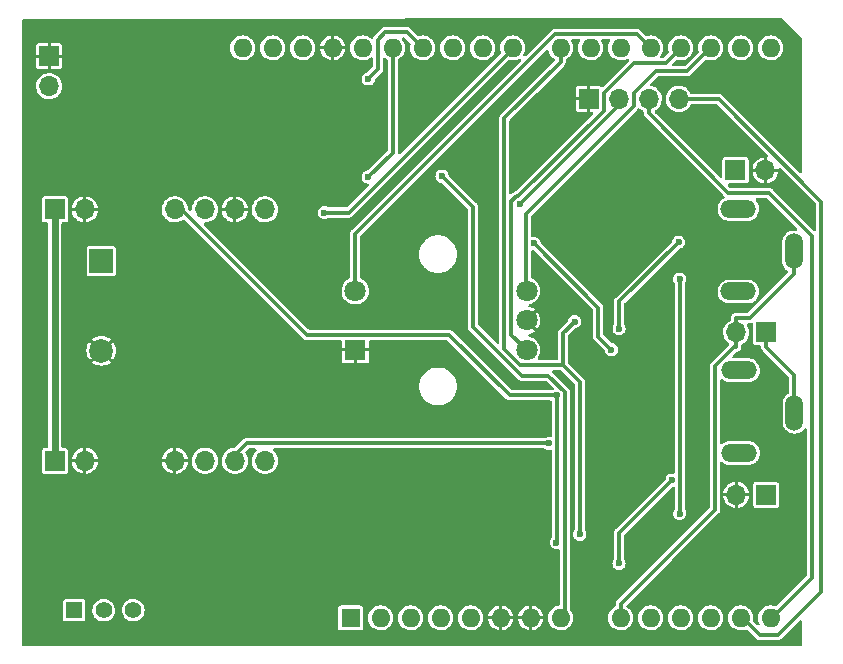
<source format=gbl>
G04 #@! TF.GenerationSoftware,KiCad,Pcbnew,(6.0.4)*
G04 #@! TF.CreationDate,2025-04-28T20:29:24+10:00*
G04 #@! TF.ProjectId,OpenXstim,4f70656e-5873-4746-996d-2e6b69636164,rev?*
G04 #@! TF.SameCoordinates,Original*
G04 #@! TF.FileFunction,Copper,L2,Bot*
G04 #@! TF.FilePolarity,Positive*
%FSLAX46Y46*%
G04 Gerber Fmt 4.6, Leading zero omitted, Abs format (unit mm)*
G04 Created by KiCad (PCBNEW (6.0.4)) date 2025-04-28 20:29:24*
%MOMM*%
%LPD*%
G01*
G04 APERTURE LIST*
G04 #@! TA.AperFunction,ComponentPad*
%ADD10R,1.700000X1.700000*%
G04 #@! TD*
G04 #@! TA.AperFunction,ComponentPad*
%ADD11O,1.700000X1.700000*%
G04 #@! TD*
G04 #@! TA.AperFunction,ComponentPad*
%ADD12C,1.800000*%
G04 #@! TD*
G04 #@! TA.AperFunction,ComponentPad*
%ADD13R,1.800000X1.800000*%
G04 #@! TD*
G04 #@! TA.AperFunction,ComponentPad*
%ADD14O,1.508000X3.016000*%
G04 #@! TD*
G04 #@! TA.AperFunction,ComponentPad*
%ADD15O,3.016000X1.508000*%
G04 #@! TD*
G04 #@! TA.AperFunction,ComponentPad*
%ADD16R,2.000000X2.000000*%
G04 #@! TD*
G04 #@! TA.AperFunction,ComponentPad*
%ADD17C,2.000000*%
G04 #@! TD*
G04 #@! TA.AperFunction,ComponentPad*
%ADD18R,1.408000X1.408000*%
G04 #@! TD*
G04 #@! TA.AperFunction,ComponentPad*
%ADD19C,1.408000*%
G04 #@! TD*
G04 #@! TA.AperFunction,ComponentPad*
%ADD20R,1.600000X1.600000*%
G04 #@! TD*
G04 #@! TA.AperFunction,ComponentPad*
%ADD21O,1.600000X1.600000*%
G04 #@! TD*
G04 #@! TA.AperFunction,ViaPad*
%ADD22C,0.600000*%
G04 #@! TD*
G04 #@! TA.AperFunction,Conductor*
%ADD23C,0.350000*%
G04 #@! TD*
G04 #@! TA.AperFunction,Conductor*
%ADD24C,0.600000*%
G04 #@! TD*
G04 APERTURE END LIST*
D10*
X237241000Y-104292400D03*
D11*
X234701000Y-104292400D03*
D12*
X216948400Y-92009600D03*
X216948400Y-87009600D03*
X216948400Y-89509600D03*
D13*
X202448400Y-92009600D03*
D12*
X202448400Y-87009600D03*
D14*
X239636000Y-97332800D03*
D15*
X234936000Y-100732800D03*
X234936000Y-93732800D03*
D16*
X180949600Y-84490400D03*
D17*
X180949600Y-92090400D03*
D10*
X234640200Y-76809600D03*
D11*
X237180200Y-76809600D03*
D10*
X177008000Y-101396800D03*
D11*
X179548000Y-101396800D03*
X187168000Y-101396800D03*
X189708000Y-101396800D03*
X192248000Y-101396800D03*
X194788000Y-101396800D03*
D10*
X222212800Y-70764400D03*
D11*
X224752800Y-70764400D03*
X227292800Y-70764400D03*
X229832800Y-70764400D03*
D14*
X239585200Y-83667600D03*
D15*
X234885200Y-87067600D03*
X234885200Y-80067600D03*
D10*
X177008000Y-80111600D03*
D11*
X179548000Y-80111600D03*
X187168000Y-80111600D03*
X189708000Y-80111600D03*
X192248000Y-80111600D03*
X194788000Y-80111600D03*
D10*
X176530000Y-67152600D03*
D11*
X176530000Y-69692600D03*
D18*
X178645100Y-114046000D03*
D19*
X181145100Y-114046000D03*
X183645100Y-114046000D03*
D10*
X237241000Y-90525600D03*
D11*
X234701000Y-90525600D03*
D20*
X202057000Y-114706400D03*
D21*
X204597000Y-114706400D03*
X207137000Y-114706400D03*
X209677000Y-114706400D03*
X212217000Y-114706400D03*
X214757000Y-114706400D03*
X217297000Y-114706400D03*
X219837000Y-114706400D03*
X224917000Y-114706400D03*
X227457000Y-114706400D03*
X229997000Y-114706400D03*
X232537000Y-114706400D03*
X235077000Y-114706400D03*
X237617000Y-114706400D03*
X237617000Y-66446400D03*
X235077000Y-66446400D03*
X232537000Y-66446400D03*
X229997000Y-66446400D03*
X227457000Y-66446400D03*
X224917000Y-66446400D03*
X222377000Y-66446400D03*
X219837000Y-66446400D03*
X215777000Y-66446400D03*
X213237000Y-66446400D03*
X210697000Y-66446400D03*
X208157000Y-66446400D03*
X205617000Y-66446400D03*
X203077000Y-66446400D03*
X200537000Y-66446400D03*
X197997000Y-66446400D03*
X195457000Y-66446400D03*
X192917000Y-66446400D03*
D22*
X213614000Y-74726800D03*
X222148400Y-93675200D03*
X227330000Y-101295200D03*
X216408000Y-69697600D03*
X209346800Y-79857600D03*
X231292400Y-91338400D03*
X227482400Y-81483200D03*
X218795600Y-74422000D03*
X226466400Y-95300800D03*
X227584000Y-76403200D03*
X221026100Y-89617200D03*
X221458500Y-107626300D03*
X216366700Y-79696200D03*
X203544200Y-69067200D03*
X219514900Y-95861600D03*
X219484600Y-108332300D03*
X229819200Y-82880400D03*
X224785600Y-90206600D03*
X229920800Y-105867200D03*
X229920800Y-86004400D03*
X218839700Y-99924700D03*
X209796900Y-77304400D03*
X199821500Y-80384700D03*
X203541500Y-77368400D03*
X224780400Y-110083000D03*
X229260600Y-103033300D03*
X224136300Y-92005400D03*
X217585100Y-82997400D03*
D23*
X233222800Y-70764400D02*
X229832800Y-70764400D01*
X241909600Y-79451200D02*
X233222800Y-70764400D01*
X238252000Y-116128800D02*
X241909600Y-112471200D01*
X235254800Y-114706400D02*
X236677200Y-116128800D01*
X241909600Y-112471200D02*
X241909600Y-79451200D01*
X235077000Y-114706400D02*
X235254800Y-114706400D01*
X236677200Y-116128800D02*
X238252000Y-116128800D01*
X237693200Y-114706400D02*
X241096800Y-111302800D01*
X241096800Y-111302800D02*
X241096800Y-82346800D01*
X234043300Y-78740000D02*
X227292800Y-71989500D01*
X237617000Y-114706400D02*
X237693200Y-114706400D01*
X241096800Y-82346800D02*
X237490000Y-78740000D01*
X227292800Y-71989500D02*
X227292800Y-70764400D01*
X237490000Y-78740000D02*
X234043300Y-78740000D01*
X216411300Y-93284800D02*
X215066200Y-91939700D01*
X221026100Y-89617200D02*
X220029400Y-90613900D01*
X221458500Y-94713900D02*
X221458500Y-107626300D01*
X215066200Y-91939700D02*
X215066200Y-72392300D01*
X220029400Y-93284800D02*
X216411300Y-93284800D01*
X219837000Y-66446400D02*
X219837000Y-67621500D01*
X220029400Y-90613900D02*
X220029400Y-93284800D01*
X220029400Y-93284800D02*
X221458500Y-94713900D01*
X215066200Y-72392300D02*
X219837000Y-67621500D01*
X224752800Y-71310100D02*
X216366700Y-79696200D01*
X224752800Y-70764400D02*
X224752800Y-71310100D01*
X216910000Y-80473200D02*
X216910000Y-86971200D01*
X232511600Y-66446400D02*
X230530400Y-68427600D01*
X230530400Y-68427600D02*
X227887400Y-68427600D01*
X232537000Y-66446400D02*
X232511600Y-66446400D01*
X227887400Y-68427600D02*
X226022900Y-70292100D01*
X216910000Y-86971200D02*
X216948400Y-87009600D01*
X226022900Y-70292100D02*
X226022900Y-71360300D01*
X226022900Y-71360300D02*
X216910000Y-80473200D01*
X223518900Y-70253100D02*
X223518900Y-71747800D01*
X223518900Y-71747800D02*
X216264300Y-79002400D01*
X216264300Y-79002400D02*
X216105800Y-79002400D01*
X229997000Y-66446400D02*
X228727000Y-67716400D01*
X215661300Y-90722500D02*
X216948400Y-92009600D01*
X228727000Y-67716400D02*
X226055600Y-67716400D01*
X216105800Y-79002400D02*
X215661300Y-79446900D01*
X215661300Y-79446900D02*
X215661300Y-90722500D01*
X226055600Y-67716400D02*
X223518900Y-70253100D01*
X208157000Y-66446400D02*
X206836200Y-65125600D01*
X204368400Y-65735200D02*
X204368400Y-68243000D01*
X204368400Y-68243000D02*
X203544200Y-69067200D01*
X206836200Y-65125600D02*
X204978000Y-65125600D01*
X204978000Y-65125600D02*
X204368400Y-65735200D01*
X219514900Y-95861500D02*
X219514900Y-95861600D01*
X198328800Y-90734400D02*
X210379700Y-90734400D01*
X219514900Y-95861600D02*
X219514900Y-108302000D01*
X219514900Y-108302000D02*
X219484600Y-108332300D01*
X215506800Y-95861500D02*
X219514900Y-95861500D01*
X210379700Y-90734400D02*
X215506800Y-95861500D01*
X187168000Y-80111600D02*
X187706000Y-80111600D01*
X187706000Y-80111600D02*
X198328800Y-90734400D01*
X224785600Y-90206600D02*
X224785600Y-87914000D01*
X224785600Y-87914000D02*
X229819200Y-82880400D01*
X229943900Y-105844100D02*
X229943900Y-86027500D01*
X229920800Y-105867200D02*
X229943900Y-105844100D01*
X229943900Y-86027500D02*
X229920800Y-86004400D01*
X192248000Y-100918800D02*
X193242000Y-99924800D01*
X193242000Y-99924800D02*
X218839700Y-99924800D01*
X218839700Y-99924800D02*
X218839700Y-99924700D01*
X192248000Y-101396800D02*
X192248000Y-100918800D01*
D24*
X177008000Y-80111600D02*
X177008000Y-101396800D01*
D23*
X226269100Y-65258500D02*
X219362700Y-65258500D01*
X202448400Y-82172800D02*
X202448400Y-87009600D01*
X227457000Y-66446400D02*
X226269100Y-65258500D01*
X219362700Y-65258500D02*
X202448400Y-82172800D01*
X220190000Y-114353400D02*
X220190000Y-95581900D01*
X212409800Y-90061200D02*
X212409800Y-79917300D01*
X218797500Y-94189400D02*
X216538000Y-94189400D01*
X212409800Y-79917300D02*
X209796900Y-77304400D01*
X216538000Y-94189400D02*
X212409800Y-90061200D01*
X220190000Y-95581900D02*
X218797500Y-94189400D01*
X219837000Y-114706400D02*
X220190000Y-114353400D01*
X234701000Y-91750700D02*
X234547900Y-91750700D01*
X234701000Y-90525600D02*
X234701000Y-91750700D01*
X239585200Y-83667600D02*
X239585200Y-85550700D01*
X232910600Y-105537700D02*
X224917000Y-113531300D01*
X232910600Y-93388000D02*
X232910600Y-105537700D01*
X235835400Y-89300500D02*
X239585200Y-85550700D01*
X234547900Y-91750700D02*
X232910600Y-93388000D01*
X234701000Y-90525600D02*
X234701000Y-89300500D01*
X234701000Y-89300500D02*
X235835400Y-89300500D01*
X224917000Y-114706400D02*
X224917000Y-113531300D01*
X239636000Y-94145700D02*
X239636000Y-97332800D01*
X237241000Y-91750700D02*
X239636000Y-94145700D01*
X237241000Y-90525600D02*
X237241000Y-91750700D01*
X201910900Y-80384700D02*
X199821500Y-80384700D01*
X215777000Y-66446400D02*
X215777000Y-66518600D01*
X215777000Y-66518600D02*
X201910900Y-80384700D01*
X203541500Y-77368400D02*
X203555600Y-77368400D01*
X205617000Y-75307000D02*
X205617000Y-66446400D01*
X203555600Y-77368400D02*
X205617000Y-75307000D01*
X224780400Y-107513500D02*
X229260600Y-103033300D01*
X224780400Y-110083000D02*
X224780400Y-107513500D01*
X223012700Y-90881800D02*
X224136300Y-92005400D01*
X223012700Y-88425000D02*
X223012700Y-90881800D01*
X217585100Y-82997400D02*
X223012700Y-88425000D01*
G04 #@! TA.AperFunction,Conductor*
G36*
X238543614Y-63901678D02*
G01*
X238564797Y-63918715D01*
X240246595Y-65600513D01*
X240280621Y-65662825D01*
X240283500Y-65689608D01*
X240283500Y-76797524D01*
X240281079Y-76822103D01*
X240278514Y-76835000D01*
X240280935Y-76847171D01*
X240280935Y-76847172D01*
X240291266Y-76899111D01*
X240284938Y-76969825D01*
X240241383Y-77025892D01*
X240174430Y-77049511D01*
X240105337Y-77033184D01*
X240078592Y-77012787D01*
X233549814Y-70484009D01*
X233539959Y-70472920D01*
X233525965Y-70455169D01*
X233520134Y-70447772D01*
X233512387Y-70442417D01*
X233512385Y-70442416D01*
X233474215Y-70416036D01*
X233470993Y-70413734D01*
X233469985Y-70412989D01*
X233426046Y-70380535D01*
X233419549Y-70378253D01*
X233413888Y-70374341D01*
X233404914Y-70371503D01*
X233404912Y-70371502D01*
X233360660Y-70357508D01*
X233356903Y-70356254D01*
X233313080Y-70340864D01*
X233313072Y-70340862D01*
X233304189Y-70337743D01*
X233297310Y-70337473D01*
X233290747Y-70335397D01*
X233284433Y-70334900D01*
X233234315Y-70334900D01*
X233229368Y-70334803D01*
X233175137Y-70332672D01*
X233168294Y-70334487D01*
X233160781Y-70334900D01*
X230930935Y-70334900D01*
X230862814Y-70314898D01*
X230817929Y-70264628D01*
X230781131Y-70190009D01*
X230778576Y-70184828D01*
X230657120Y-70022179D01*
X230508058Y-69884387D01*
X230503175Y-69881306D01*
X230503171Y-69881303D01*
X230341264Y-69779148D01*
X230336381Y-69776067D01*
X230147839Y-69700846D01*
X230142179Y-69699720D01*
X230142175Y-69699719D01*
X229954413Y-69662371D01*
X229954410Y-69662371D01*
X229948746Y-69661244D01*
X229942971Y-69661168D01*
X229942967Y-69661168D01*
X229841593Y-69659841D01*
X229745771Y-69658587D01*
X229740074Y-69659566D01*
X229740073Y-69659566D01*
X229551407Y-69691985D01*
X229545710Y-69692964D01*
X229355263Y-69763224D01*
X229180810Y-69867012D01*
X229176470Y-69870818D01*
X229176466Y-69870821D01*
X229062982Y-69970345D01*
X229028192Y-70000855D01*
X228902520Y-70160269D01*
X228899831Y-70165380D01*
X228899829Y-70165383D01*
X228856775Y-70247216D01*
X228808003Y-70339915D01*
X228747807Y-70533778D01*
X228723948Y-70735364D01*
X228737224Y-70937922D01*
X228738645Y-70943518D01*
X228738646Y-70943523D01*
X228758919Y-71023345D01*
X228787192Y-71134669D01*
X228789609Y-71139912D01*
X228826810Y-71220608D01*
X228872177Y-71319016D01*
X228875510Y-71323732D01*
X228979372Y-71470694D01*
X228989333Y-71484789D01*
X229134738Y-71626435D01*
X229303520Y-71739212D01*
X229308823Y-71741490D01*
X229308826Y-71741492D01*
X229410299Y-71785088D01*
X229490028Y-71819342D01*
X229563044Y-71835864D01*
X229682379Y-71862867D01*
X229682384Y-71862868D01*
X229688016Y-71864142D01*
X229693787Y-71864369D01*
X229693789Y-71864369D01*
X229753556Y-71866717D01*
X229890853Y-71872112D01*
X230001396Y-71856084D01*
X230086031Y-71843813D01*
X230086036Y-71843812D01*
X230091745Y-71842984D01*
X230097209Y-71841129D01*
X230097214Y-71841128D01*
X230278493Y-71779592D01*
X230278498Y-71779590D01*
X230283965Y-71777734D01*
X230461076Y-71678547D01*
X230523734Y-71626435D01*
X230612713Y-71552431D01*
X230617145Y-71548745D01*
X230746947Y-71392676D01*
X230822184Y-71258331D01*
X230872918Y-71208672D01*
X230932116Y-71193900D01*
X232992706Y-71193900D01*
X233060827Y-71213902D01*
X233081801Y-71230805D01*
X237353504Y-75502508D01*
X237387530Y-75564820D01*
X237382465Y-75635635D01*
X237339918Y-75692471D01*
X237334148Y-75694682D01*
X237312968Y-75711135D01*
X237307200Y-75728996D01*
X237307200Y-76664485D01*
X237311675Y-76679724D01*
X237313065Y-76680929D01*
X237320748Y-76682600D01*
X238259145Y-76682600D01*
X238274384Y-76678125D01*
X238288984Y-76661275D01*
X238301095Y-76636456D01*
X238361782Y-76599610D01*
X238432755Y-76601424D01*
X238483275Y-76632279D01*
X241443195Y-79592199D01*
X241477221Y-79654511D01*
X241480100Y-79681294D01*
X241480100Y-81818505D01*
X241460098Y-81886626D01*
X241406442Y-81933119D01*
X241336168Y-81943223D01*
X241271588Y-81913729D01*
X241265005Y-81907600D01*
X237817014Y-78459609D01*
X237807159Y-78448520D01*
X237793165Y-78430769D01*
X237787334Y-78423372D01*
X237779587Y-78418017D01*
X237779585Y-78418016D01*
X237741415Y-78391636D01*
X237738193Y-78389334D01*
X237700824Y-78361732D01*
X237700823Y-78361731D01*
X237693246Y-78356135D01*
X237686749Y-78353853D01*
X237681088Y-78349941D01*
X237672114Y-78347103D01*
X237672112Y-78347102D01*
X237627860Y-78333108D01*
X237624103Y-78331854D01*
X237580280Y-78316464D01*
X237580272Y-78316462D01*
X237571389Y-78313343D01*
X237564510Y-78313073D01*
X237557947Y-78310997D01*
X237551633Y-78310500D01*
X237501515Y-78310500D01*
X237496568Y-78310403D01*
X237442337Y-78308272D01*
X237435494Y-78310087D01*
X237427981Y-78310500D01*
X234273395Y-78310500D01*
X234205274Y-78290498D01*
X234184300Y-78273595D01*
X234039900Y-78129195D01*
X234005874Y-78066883D01*
X234010939Y-77996068D01*
X234053486Y-77939232D01*
X234120006Y-77914421D01*
X234128995Y-77914100D01*
X235481558Y-77914099D01*
X235515266Y-77914099D01*
X235558661Y-77905468D01*
X235577326Y-77901756D01*
X235577328Y-77901755D01*
X235589501Y-77899334D01*
X235599821Y-77892439D01*
X235599822Y-77892438D01*
X235663368Y-77849977D01*
X235673684Y-77843084D01*
X235729934Y-77758901D01*
X235744700Y-77684667D01*
X235744700Y-76952202D01*
X236083099Y-76952202D01*
X236084742Y-76977276D01*
X236086543Y-76988646D01*
X236133643Y-77174102D01*
X236137484Y-77184948D01*
X236217594Y-77358720D01*
X236223345Y-77368681D01*
X236333779Y-77524943D01*
X236341257Y-77533698D01*
X236478314Y-77667212D01*
X236487258Y-77674455D01*
X236646356Y-77780761D01*
X236656466Y-77786251D01*
X236832277Y-77861785D01*
X236843220Y-77865340D01*
X237029847Y-77907570D01*
X237036583Y-77908457D01*
X237050502Y-77904957D01*
X237050858Y-77904578D01*
X237053200Y-77894744D01*
X237053200Y-77888695D01*
X237307200Y-77888695D01*
X237311166Y-77902201D01*
X237325166Y-77904205D01*
X237433306Y-77888526D01*
X237444502Y-77885838D01*
X237625697Y-77824330D01*
X237636194Y-77819656D01*
X237803158Y-77726152D01*
X237812630Y-77719642D01*
X237959753Y-77597282D01*
X237967882Y-77589153D01*
X238090242Y-77442030D01*
X238096752Y-77432558D01*
X238190256Y-77265594D01*
X238194930Y-77255097D01*
X238256438Y-77073902D01*
X238259126Y-77062706D01*
X238274810Y-76954529D01*
X238272824Y-76940593D01*
X238259256Y-76936600D01*
X237325315Y-76936600D01*
X237310076Y-76941075D01*
X237308871Y-76942465D01*
X237307200Y-76950148D01*
X237307200Y-77888695D01*
X237053200Y-77888695D01*
X237053200Y-76954715D01*
X237048725Y-76939476D01*
X237047335Y-76938271D01*
X237039652Y-76936600D01*
X236100191Y-76936600D01*
X236085151Y-76941016D01*
X236083099Y-76952202D01*
X235744700Y-76952202D01*
X235744700Y-76664612D01*
X236085575Y-76664612D01*
X236088017Y-76679031D01*
X236100759Y-76682600D01*
X237035085Y-76682600D01*
X237050324Y-76678125D01*
X237051529Y-76676735D01*
X237053200Y-76669052D01*
X237053200Y-75729278D01*
X237049394Y-75716316D01*
X237034478Y-75714380D01*
X236898937Y-75737670D01*
X236887817Y-75740650D01*
X236708295Y-75806879D01*
X236697917Y-75811829D01*
X236533473Y-75909663D01*
X236524161Y-75916429D01*
X236380297Y-76042594D01*
X236372380Y-76050937D01*
X236253918Y-76201205D01*
X236247650Y-76210856D01*
X236158560Y-76380189D01*
X236154151Y-76390832D01*
X236097410Y-76573567D01*
X236095020Y-76584811D01*
X236085575Y-76664612D01*
X235744700Y-76664612D01*
X235744699Y-75934534D01*
X235729934Y-75860299D01*
X235694240Y-75806879D01*
X235680577Y-75786432D01*
X235673684Y-75776116D01*
X235589501Y-75719866D01*
X235515267Y-75705100D01*
X234640342Y-75705100D01*
X233765134Y-75705101D01*
X233729382Y-75712212D01*
X233703074Y-75717444D01*
X233703072Y-75717445D01*
X233690899Y-75719866D01*
X233680579Y-75726761D01*
X233680578Y-75726762D01*
X233659794Y-75740650D01*
X233606716Y-75776116D01*
X233550466Y-75860299D01*
X233535700Y-75934533D01*
X233535701Y-76767332D01*
X233535701Y-77320806D01*
X233515699Y-77388927D01*
X233462043Y-77435420D01*
X233391769Y-77445524D01*
X233327189Y-77416031D01*
X233320606Y-77409901D01*
X227826070Y-71915365D01*
X227792044Y-71853053D01*
X227797109Y-71782238D01*
X227839656Y-71725402D01*
X227853599Y-71716336D01*
X227905421Y-71687314D01*
X227921076Y-71678547D01*
X227983734Y-71626435D01*
X228072713Y-71552431D01*
X228077145Y-71548745D01*
X228206947Y-71392676D01*
X228306134Y-71215565D01*
X228307990Y-71210098D01*
X228307992Y-71210093D01*
X228369528Y-71028814D01*
X228369529Y-71028809D01*
X228371384Y-71023345D01*
X228372212Y-71017636D01*
X228372213Y-71017631D01*
X228399979Y-70826127D01*
X228400512Y-70822453D01*
X228402032Y-70764400D01*
X228388698Y-70619285D01*
X228383987Y-70568013D01*
X228383986Y-70568010D01*
X228383458Y-70562259D01*
X228380170Y-70550602D01*
X228329925Y-70372446D01*
X228329924Y-70372444D01*
X228328357Y-70366887D01*
X228323436Y-70356907D01*
X228241131Y-70190009D01*
X228238576Y-70184828D01*
X228117120Y-70022179D01*
X227968058Y-69884387D01*
X227963175Y-69881306D01*
X227963171Y-69881303D01*
X227801264Y-69779148D01*
X227796381Y-69776067D01*
X227607839Y-69700846D01*
X227555135Y-69690363D01*
X227516845Y-69682746D01*
X227453936Y-69649838D01*
X227418804Y-69588143D01*
X227422604Y-69517248D01*
X227452332Y-69470072D01*
X228028399Y-68894005D01*
X228090711Y-68859979D01*
X228117494Y-68857100D01*
X230497431Y-68857100D01*
X230512241Y-68857973D01*
X230544043Y-68861737D01*
X230553307Y-68860045D01*
X230553308Y-68860045D01*
X230598983Y-68851703D01*
X230602889Y-68851053D01*
X230648805Y-68844150D01*
X230658117Y-68842750D01*
X230664324Y-68839769D01*
X230671094Y-68838533D01*
X230679450Y-68834193D01*
X230679457Y-68834190D01*
X230720673Y-68812779D01*
X230724150Y-68811041D01*
X230774541Y-68786843D01*
X230779596Y-68782171D01*
X230785705Y-68778997D01*
X230790521Y-68774883D01*
X230825945Y-68739459D01*
X230829512Y-68736029D01*
X230862461Y-68705572D01*
X230862462Y-68705571D01*
X230869381Y-68699175D01*
X230872940Y-68693049D01*
X230877964Y-68687440D01*
X232084786Y-67480619D01*
X232147098Y-67446593D01*
X232212817Y-67449881D01*
X232221869Y-67452822D01*
X232309466Y-67481284D01*
X232514809Y-67505770D01*
X232520944Y-67505298D01*
X232520946Y-67505298D01*
X232714856Y-67490377D01*
X232714860Y-67490376D01*
X232720998Y-67489904D01*
X232920178Y-67434292D01*
X232925682Y-67431512D01*
X232925684Y-67431511D01*
X233099262Y-67343831D01*
X233099264Y-67343830D01*
X233104763Y-67341052D01*
X233267722Y-67213734D01*
X233271748Y-67209070D01*
X233271751Y-67209067D01*
X233398819Y-67061857D01*
X233398820Y-67061855D01*
X233402848Y-67057189D01*
X233453921Y-66967284D01*
X233501950Y-66882740D01*
X233501952Y-66882736D01*
X233504995Y-66877379D01*
X233570270Y-66681153D01*
X233596189Y-66475986D01*
X233596602Y-66446400D01*
X233595151Y-66431606D01*
X234017501Y-66431606D01*
X234019038Y-66449905D01*
X234030918Y-66591373D01*
X234034806Y-66637678D01*
X234091807Y-66836466D01*
X234094625Y-66841948D01*
X234094626Y-66841952D01*
X234183514Y-67014909D01*
X234183517Y-67014913D01*
X234186334Y-67020395D01*
X234314786Y-67182461D01*
X234319479Y-67186455D01*
X234319480Y-67186456D01*
X234463829Y-67309306D01*
X234472271Y-67316491D01*
X234652789Y-67417380D01*
X234849466Y-67481284D01*
X235054809Y-67505770D01*
X235060944Y-67505298D01*
X235060946Y-67505298D01*
X235254856Y-67490377D01*
X235254860Y-67490376D01*
X235260998Y-67489904D01*
X235460178Y-67434292D01*
X235465682Y-67431512D01*
X235465684Y-67431511D01*
X235639262Y-67343831D01*
X235639264Y-67343830D01*
X235644763Y-67341052D01*
X235807722Y-67213734D01*
X235811748Y-67209070D01*
X235811751Y-67209067D01*
X235938819Y-67061857D01*
X235938820Y-67061855D01*
X235942848Y-67057189D01*
X235993921Y-66967284D01*
X236041950Y-66882740D01*
X236041952Y-66882736D01*
X236044995Y-66877379D01*
X236110270Y-66681153D01*
X236136189Y-66475986D01*
X236136602Y-66446400D01*
X236135151Y-66431606D01*
X236557501Y-66431606D01*
X236559038Y-66449905D01*
X236570918Y-66591373D01*
X236574806Y-66637678D01*
X236631807Y-66836466D01*
X236634625Y-66841948D01*
X236634626Y-66841952D01*
X236723514Y-67014909D01*
X236723517Y-67014913D01*
X236726334Y-67020395D01*
X236854786Y-67182461D01*
X236859479Y-67186455D01*
X236859480Y-67186456D01*
X237003829Y-67309306D01*
X237012271Y-67316491D01*
X237192789Y-67417380D01*
X237389466Y-67481284D01*
X237594809Y-67505770D01*
X237600944Y-67505298D01*
X237600946Y-67505298D01*
X237794856Y-67490377D01*
X237794860Y-67490376D01*
X237800998Y-67489904D01*
X238000178Y-67434292D01*
X238005682Y-67431512D01*
X238005684Y-67431511D01*
X238179262Y-67343831D01*
X238179264Y-67343830D01*
X238184763Y-67341052D01*
X238347722Y-67213734D01*
X238351748Y-67209070D01*
X238351751Y-67209067D01*
X238478819Y-67061857D01*
X238478820Y-67061855D01*
X238482848Y-67057189D01*
X238533921Y-66967284D01*
X238581950Y-66882740D01*
X238581952Y-66882736D01*
X238584995Y-66877379D01*
X238650270Y-66681153D01*
X238676189Y-66475986D01*
X238676602Y-66446400D01*
X238656422Y-66240589D01*
X238596651Y-66042617D01*
X238548108Y-65951321D01*
X238502459Y-65865467D01*
X238502457Y-65865464D01*
X238499565Y-65860025D01*
X238495674Y-65855255D01*
X238495672Y-65855251D01*
X238372758Y-65704543D01*
X238372755Y-65704540D01*
X238368863Y-65699768D01*
X238356582Y-65689608D01*
X238214271Y-65571878D01*
X238214266Y-65571875D01*
X238209522Y-65567950D01*
X238204103Y-65565020D01*
X238204100Y-65565018D01*
X238033032Y-65472522D01*
X238033027Y-65472520D01*
X238027612Y-65469592D01*
X237830063Y-65408440D01*
X237823938Y-65407796D01*
X237823937Y-65407796D01*
X237630526Y-65387468D01*
X237630524Y-65387468D01*
X237624397Y-65386824D01*
X237498229Y-65398306D01*
X237424591Y-65405007D01*
X237424590Y-65405007D01*
X237418450Y-65405566D01*
X237220066Y-65463954D01*
X237214601Y-65466811D01*
X237042261Y-65556908D01*
X237042257Y-65556911D01*
X237036801Y-65559763D01*
X236875635Y-65689343D01*
X236742708Y-65847760D01*
X236643082Y-66028978D01*
X236580553Y-66226096D01*
X236579867Y-66232213D01*
X236579866Y-66232217D01*
X236570087Y-66319400D01*
X236557501Y-66431606D01*
X236135151Y-66431606D01*
X236116422Y-66240589D01*
X236056651Y-66042617D01*
X236008108Y-65951321D01*
X235962459Y-65865467D01*
X235962457Y-65865464D01*
X235959565Y-65860025D01*
X235955674Y-65855255D01*
X235955672Y-65855251D01*
X235832758Y-65704543D01*
X235832755Y-65704540D01*
X235828863Y-65699768D01*
X235816582Y-65689608D01*
X235674271Y-65571878D01*
X235674266Y-65571875D01*
X235669522Y-65567950D01*
X235664103Y-65565020D01*
X235664100Y-65565018D01*
X235493032Y-65472522D01*
X235493027Y-65472520D01*
X235487612Y-65469592D01*
X235290063Y-65408440D01*
X235283938Y-65407796D01*
X235283937Y-65407796D01*
X235090526Y-65387468D01*
X235090524Y-65387468D01*
X235084397Y-65386824D01*
X234958229Y-65398306D01*
X234884591Y-65405007D01*
X234884590Y-65405007D01*
X234878450Y-65405566D01*
X234680066Y-65463954D01*
X234674601Y-65466811D01*
X234502261Y-65556908D01*
X234502257Y-65556911D01*
X234496801Y-65559763D01*
X234335635Y-65689343D01*
X234202708Y-65847760D01*
X234103082Y-66028978D01*
X234040553Y-66226096D01*
X234039867Y-66232213D01*
X234039866Y-66232217D01*
X234030087Y-66319400D01*
X234017501Y-66431606D01*
X233595151Y-66431606D01*
X233576422Y-66240589D01*
X233516651Y-66042617D01*
X233468108Y-65951321D01*
X233422459Y-65865467D01*
X233422457Y-65865464D01*
X233419565Y-65860025D01*
X233415674Y-65855255D01*
X233415672Y-65855251D01*
X233292758Y-65704543D01*
X233292755Y-65704540D01*
X233288863Y-65699768D01*
X233276582Y-65689608D01*
X233134271Y-65571878D01*
X233134266Y-65571875D01*
X233129522Y-65567950D01*
X233124103Y-65565020D01*
X233124100Y-65565018D01*
X232953032Y-65472522D01*
X232953027Y-65472520D01*
X232947612Y-65469592D01*
X232750063Y-65408440D01*
X232743938Y-65407796D01*
X232743937Y-65407796D01*
X232550526Y-65387468D01*
X232550524Y-65387468D01*
X232544397Y-65386824D01*
X232418229Y-65398306D01*
X232344591Y-65405007D01*
X232344590Y-65405007D01*
X232338450Y-65405566D01*
X232140066Y-65463954D01*
X232134601Y-65466811D01*
X231962261Y-65556908D01*
X231962257Y-65556911D01*
X231956801Y-65559763D01*
X231795635Y-65689343D01*
X231662708Y-65847760D01*
X231563082Y-66028978D01*
X231500553Y-66226096D01*
X231499867Y-66232213D01*
X231499866Y-66232217D01*
X231490087Y-66319400D01*
X231477501Y-66431606D01*
X231479038Y-66449905D01*
X231490918Y-66591373D01*
X231494806Y-66637678D01*
X231522954Y-66735842D01*
X231522504Y-66806834D01*
X231490930Y-66859665D01*
X230389400Y-67961195D01*
X230327088Y-67995221D01*
X230300305Y-67998100D01*
X229356894Y-67998100D01*
X229288773Y-67978098D01*
X229242280Y-67924442D01*
X229232176Y-67854168D01*
X229261670Y-67789588D01*
X229267799Y-67783005D01*
X229563956Y-67486848D01*
X229626268Y-67452822D01*
X229691987Y-67456110D01*
X229751446Y-67475429D01*
X229769466Y-67481284D01*
X229974809Y-67505770D01*
X229980944Y-67505298D01*
X229980946Y-67505298D01*
X230174856Y-67490377D01*
X230174860Y-67490376D01*
X230180998Y-67489904D01*
X230380178Y-67434292D01*
X230385682Y-67431512D01*
X230385684Y-67431511D01*
X230559262Y-67343831D01*
X230559264Y-67343830D01*
X230564763Y-67341052D01*
X230727722Y-67213734D01*
X230731748Y-67209070D01*
X230731751Y-67209067D01*
X230858819Y-67061857D01*
X230858820Y-67061855D01*
X230862848Y-67057189D01*
X230913921Y-66967284D01*
X230961950Y-66882740D01*
X230961952Y-66882736D01*
X230964995Y-66877379D01*
X231030270Y-66681153D01*
X231056189Y-66475986D01*
X231056602Y-66446400D01*
X231036422Y-66240589D01*
X230976651Y-66042617D01*
X230928108Y-65951321D01*
X230882459Y-65865467D01*
X230882457Y-65865464D01*
X230879565Y-65860025D01*
X230875674Y-65855255D01*
X230875672Y-65855251D01*
X230752758Y-65704543D01*
X230752755Y-65704540D01*
X230748863Y-65699768D01*
X230736582Y-65689608D01*
X230594271Y-65571878D01*
X230594266Y-65571875D01*
X230589522Y-65567950D01*
X230584103Y-65565020D01*
X230584100Y-65565018D01*
X230413032Y-65472522D01*
X230413027Y-65472520D01*
X230407612Y-65469592D01*
X230210063Y-65408440D01*
X230203938Y-65407796D01*
X230203937Y-65407796D01*
X230010526Y-65387468D01*
X230010524Y-65387468D01*
X230004397Y-65386824D01*
X229878229Y-65398306D01*
X229804591Y-65405007D01*
X229804590Y-65405007D01*
X229798450Y-65405566D01*
X229600066Y-65463954D01*
X229594601Y-65466811D01*
X229422261Y-65556908D01*
X229422257Y-65556911D01*
X229416801Y-65559763D01*
X229255635Y-65689343D01*
X229122708Y-65847760D01*
X229023082Y-66028978D01*
X228960553Y-66226096D01*
X228959867Y-66232213D01*
X228959866Y-66232217D01*
X228950087Y-66319400D01*
X228937501Y-66431606D01*
X228939038Y-66449905D01*
X228950918Y-66591373D01*
X228954806Y-66637678D01*
X228968918Y-66686891D01*
X228988614Y-66755580D01*
X228988163Y-66826575D01*
X228956590Y-66879405D01*
X228586000Y-67249995D01*
X228523688Y-67284021D01*
X228496905Y-67286900D01*
X228399774Y-67286900D01*
X228331653Y-67266898D01*
X228285160Y-67213242D01*
X228275056Y-67142968D01*
X228304392Y-67078571D01*
X228322848Y-67057189D01*
X228373921Y-66967284D01*
X228421950Y-66882740D01*
X228421952Y-66882736D01*
X228424995Y-66877379D01*
X228490270Y-66681153D01*
X228516189Y-66475986D01*
X228516602Y-66446400D01*
X228496422Y-66240589D01*
X228436651Y-66042617D01*
X228388108Y-65951321D01*
X228342459Y-65865467D01*
X228342457Y-65865464D01*
X228339565Y-65860025D01*
X228335674Y-65855255D01*
X228335672Y-65855251D01*
X228212758Y-65704543D01*
X228212755Y-65704540D01*
X228208863Y-65699768D01*
X228196582Y-65689608D01*
X228054271Y-65571878D01*
X228054266Y-65571875D01*
X228049522Y-65567950D01*
X228044103Y-65565020D01*
X228044100Y-65565018D01*
X227873032Y-65472522D01*
X227873027Y-65472520D01*
X227867612Y-65469592D01*
X227670063Y-65408440D01*
X227663938Y-65407796D01*
X227663937Y-65407796D01*
X227470526Y-65387468D01*
X227470524Y-65387468D01*
X227464397Y-65386824D01*
X227338229Y-65398306D01*
X227264591Y-65405007D01*
X227264590Y-65405007D01*
X227258450Y-65405566D01*
X227250863Y-65407799D01*
X227148749Y-65437853D01*
X227077753Y-65437899D01*
X227024079Y-65406075D01*
X226596112Y-64978108D01*
X226586256Y-64967017D01*
X226566434Y-64941872D01*
X226520505Y-64910129D01*
X226517293Y-64907834D01*
X226508147Y-64901078D01*
X226472346Y-64874635D01*
X226465849Y-64872353D01*
X226460188Y-64868441D01*
X226451214Y-64865603D01*
X226451212Y-64865602D01*
X226406960Y-64851608D01*
X226403203Y-64850354D01*
X226359380Y-64834964D01*
X226359372Y-64834962D01*
X226350489Y-64831843D01*
X226343610Y-64831573D01*
X226337047Y-64829497D01*
X226330733Y-64829000D01*
X226280615Y-64829000D01*
X226275668Y-64828903D01*
X226221437Y-64826772D01*
X226214594Y-64828587D01*
X226207081Y-64829000D01*
X219395660Y-64829000D01*
X219380851Y-64828127D01*
X219358410Y-64825471D01*
X219349057Y-64824364D01*
X219339792Y-64826056D01*
X219339789Y-64826056D01*
X219294147Y-64834391D01*
X219290246Y-64835040D01*
X219244308Y-64841947D01*
X219244302Y-64841949D01*
X219234983Y-64843350D01*
X219228776Y-64846331D01*
X219222006Y-64847567D01*
X219213648Y-64851909D01*
X219213644Y-64851910D01*
X219172462Y-64873303D01*
X219168923Y-64875071D01*
X219127052Y-64895178D01*
X219127049Y-64895180D01*
X219118559Y-64899257D01*
X219113502Y-64903932D01*
X219107395Y-64907104D01*
X219102578Y-64911217D01*
X219067142Y-64946653D01*
X219063576Y-64950082D01*
X219023719Y-64986925D01*
X219020163Y-64993047D01*
X219015143Y-64998652D01*
X216889144Y-67124651D01*
X216826832Y-67158677D01*
X216756017Y-67153612D01*
X216699181Y-67111065D01*
X216674370Y-67044545D01*
X216690493Y-66973319D01*
X216741950Y-66882740D01*
X216741952Y-66882736D01*
X216744995Y-66877379D01*
X216810270Y-66681153D01*
X216836189Y-66475986D01*
X216836602Y-66446400D01*
X216816422Y-66240589D01*
X216756651Y-66042617D01*
X216708108Y-65951321D01*
X216662459Y-65865467D01*
X216662457Y-65865464D01*
X216659565Y-65860025D01*
X216655674Y-65855255D01*
X216655672Y-65855251D01*
X216532758Y-65704543D01*
X216532755Y-65704540D01*
X216528863Y-65699768D01*
X216516582Y-65689608D01*
X216374271Y-65571878D01*
X216374266Y-65571875D01*
X216369522Y-65567950D01*
X216364103Y-65565020D01*
X216364100Y-65565018D01*
X216193032Y-65472522D01*
X216193027Y-65472520D01*
X216187612Y-65469592D01*
X215990063Y-65408440D01*
X215983938Y-65407796D01*
X215983937Y-65407796D01*
X215790526Y-65387468D01*
X215790524Y-65387468D01*
X215784397Y-65386824D01*
X215658229Y-65398306D01*
X215584591Y-65405007D01*
X215584590Y-65405007D01*
X215578450Y-65405566D01*
X215380066Y-65463954D01*
X215374601Y-65466811D01*
X215202261Y-65556908D01*
X215202257Y-65556911D01*
X215196801Y-65559763D01*
X215035635Y-65689343D01*
X214902708Y-65847760D01*
X214803082Y-66028978D01*
X214740553Y-66226096D01*
X214739867Y-66232213D01*
X214739866Y-66232217D01*
X214730087Y-66319400D01*
X214717501Y-66431606D01*
X214719038Y-66449905D01*
X214730918Y-66591373D01*
X214734806Y-66637678D01*
X214748949Y-66687001D01*
X214784703Y-66811691D01*
X214784252Y-66882686D01*
X214752679Y-66935516D01*
X206261595Y-75426600D01*
X206199283Y-75460626D01*
X206128468Y-75455561D01*
X206071632Y-75413014D01*
X206046821Y-75346494D01*
X206046500Y-75337505D01*
X206046500Y-75318515D01*
X206046597Y-75313568D01*
X206048358Y-75268746D01*
X206048728Y-75259337D01*
X206046913Y-75252494D01*
X206046500Y-75244981D01*
X206046500Y-67488409D01*
X206066502Y-67420288D01*
X206115690Y-67375943D01*
X206179262Y-67343831D01*
X206179264Y-67343830D01*
X206184763Y-67341052D01*
X206347722Y-67213734D01*
X206351748Y-67209070D01*
X206351751Y-67209067D01*
X206478819Y-67061857D01*
X206478820Y-67061855D01*
X206482848Y-67057189D01*
X206533921Y-66967284D01*
X206581950Y-66882740D01*
X206581952Y-66882736D01*
X206584995Y-66877379D01*
X206650270Y-66681153D01*
X206676189Y-66475986D01*
X206676602Y-66446400D01*
X206656422Y-66240589D01*
X206596651Y-66042617D01*
X206548108Y-65951321D01*
X206502459Y-65865467D01*
X206502457Y-65865464D01*
X206499565Y-65860025D01*
X206495674Y-65855255D01*
X206495672Y-65855251D01*
X206418587Y-65760736D01*
X206391033Y-65695304D01*
X206403229Y-65625363D01*
X206451301Y-65573117D01*
X206516230Y-65555100D01*
X206606106Y-65555100D01*
X206674227Y-65575102D01*
X206695201Y-65592005D01*
X207116651Y-66013455D01*
X207150677Y-66075767D01*
X207147658Y-66140648D01*
X207122416Y-66220222D01*
X207120553Y-66226096D01*
X207119867Y-66232213D01*
X207119866Y-66232217D01*
X207110087Y-66319400D01*
X207097501Y-66431606D01*
X207099038Y-66449905D01*
X207110918Y-66591373D01*
X207114806Y-66637678D01*
X207171807Y-66836466D01*
X207174625Y-66841948D01*
X207174626Y-66841952D01*
X207263514Y-67014909D01*
X207263517Y-67014913D01*
X207266334Y-67020395D01*
X207394786Y-67182461D01*
X207399479Y-67186455D01*
X207399480Y-67186456D01*
X207543829Y-67309306D01*
X207552271Y-67316491D01*
X207732789Y-67417380D01*
X207929466Y-67481284D01*
X208134809Y-67505770D01*
X208140944Y-67505298D01*
X208140946Y-67505298D01*
X208334856Y-67490377D01*
X208334860Y-67490376D01*
X208340998Y-67489904D01*
X208540178Y-67434292D01*
X208545682Y-67431512D01*
X208545684Y-67431511D01*
X208719262Y-67343831D01*
X208719264Y-67343830D01*
X208724763Y-67341052D01*
X208887722Y-67213734D01*
X208891748Y-67209070D01*
X208891751Y-67209067D01*
X209018819Y-67061857D01*
X209018820Y-67061855D01*
X209022848Y-67057189D01*
X209073921Y-66967284D01*
X209121950Y-66882740D01*
X209121952Y-66882736D01*
X209124995Y-66877379D01*
X209190270Y-66681153D01*
X209216189Y-66475986D01*
X209216602Y-66446400D01*
X209215151Y-66431606D01*
X209637501Y-66431606D01*
X209639038Y-66449905D01*
X209650918Y-66591373D01*
X209654806Y-66637678D01*
X209711807Y-66836466D01*
X209714625Y-66841948D01*
X209714626Y-66841952D01*
X209803514Y-67014909D01*
X209803517Y-67014913D01*
X209806334Y-67020395D01*
X209934786Y-67182461D01*
X209939479Y-67186455D01*
X209939480Y-67186456D01*
X210083829Y-67309306D01*
X210092271Y-67316491D01*
X210272789Y-67417380D01*
X210469466Y-67481284D01*
X210674809Y-67505770D01*
X210680944Y-67505298D01*
X210680946Y-67505298D01*
X210874856Y-67490377D01*
X210874860Y-67490376D01*
X210880998Y-67489904D01*
X211080178Y-67434292D01*
X211085682Y-67431512D01*
X211085684Y-67431511D01*
X211259262Y-67343831D01*
X211259264Y-67343830D01*
X211264763Y-67341052D01*
X211427722Y-67213734D01*
X211431748Y-67209070D01*
X211431751Y-67209067D01*
X211558819Y-67061857D01*
X211558820Y-67061855D01*
X211562848Y-67057189D01*
X211613921Y-66967284D01*
X211661950Y-66882740D01*
X211661952Y-66882736D01*
X211664995Y-66877379D01*
X211730270Y-66681153D01*
X211756189Y-66475986D01*
X211756602Y-66446400D01*
X211755151Y-66431606D01*
X212177501Y-66431606D01*
X212179038Y-66449905D01*
X212190918Y-66591373D01*
X212194806Y-66637678D01*
X212251807Y-66836466D01*
X212254625Y-66841948D01*
X212254626Y-66841952D01*
X212343514Y-67014909D01*
X212343517Y-67014913D01*
X212346334Y-67020395D01*
X212474786Y-67182461D01*
X212479479Y-67186455D01*
X212479480Y-67186456D01*
X212623829Y-67309306D01*
X212632271Y-67316491D01*
X212812789Y-67417380D01*
X213009466Y-67481284D01*
X213214809Y-67505770D01*
X213220944Y-67505298D01*
X213220946Y-67505298D01*
X213414856Y-67490377D01*
X213414860Y-67490376D01*
X213420998Y-67489904D01*
X213620178Y-67434292D01*
X213625682Y-67431512D01*
X213625684Y-67431511D01*
X213799262Y-67343831D01*
X213799264Y-67343830D01*
X213804763Y-67341052D01*
X213967722Y-67213734D01*
X213971748Y-67209070D01*
X213971751Y-67209067D01*
X214098819Y-67061857D01*
X214098820Y-67061855D01*
X214102848Y-67057189D01*
X214153921Y-66967284D01*
X214201950Y-66882740D01*
X214201952Y-66882736D01*
X214204995Y-66877379D01*
X214270270Y-66681153D01*
X214296189Y-66475986D01*
X214296602Y-66446400D01*
X214276422Y-66240589D01*
X214216651Y-66042617D01*
X214168108Y-65951321D01*
X214122459Y-65865467D01*
X214122457Y-65865464D01*
X214119565Y-65860025D01*
X214115674Y-65855255D01*
X214115672Y-65855251D01*
X213992758Y-65704543D01*
X213992755Y-65704540D01*
X213988863Y-65699768D01*
X213976582Y-65689608D01*
X213834271Y-65571878D01*
X213834266Y-65571875D01*
X213829522Y-65567950D01*
X213824103Y-65565020D01*
X213824100Y-65565018D01*
X213653032Y-65472522D01*
X213653027Y-65472520D01*
X213647612Y-65469592D01*
X213450063Y-65408440D01*
X213443938Y-65407796D01*
X213443937Y-65407796D01*
X213250526Y-65387468D01*
X213250524Y-65387468D01*
X213244397Y-65386824D01*
X213118229Y-65398306D01*
X213044591Y-65405007D01*
X213044590Y-65405007D01*
X213038450Y-65405566D01*
X212840066Y-65463954D01*
X212834601Y-65466811D01*
X212662261Y-65556908D01*
X212662257Y-65556911D01*
X212656801Y-65559763D01*
X212495635Y-65689343D01*
X212362708Y-65847760D01*
X212263082Y-66028978D01*
X212200553Y-66226096D01*
X212199867Y-66232213D01*
X212199866Y-66232217D01*
X212190087Y-66319400D01*
X212177501Y-66431606D01*
X211755151Y-66431606D01*
X211736422Y-66240589D01*
X211676651Y-66042617D01*
X211628108Y-65951321D01*
X211582459Y-65865467D01*
X211582457Y-65865464D01*
X211579565Y-65860025D01*
X211575674Y-65855255D01*
X211575672Y-65855251D01*
X211452758Y-65704543D01*
X211452755Y-65704540D01*
X211448863Y-65699768D01*
X211436582Y-65689608D01*
X211294271Y-65571878D01*
X211294266Y-65571875D01*
X211289522Y-65567950D01*
X211284103Y-65565020D01*
X211284100Y-65565018D01*
X211113032Y-65472522D01*
X211113027Y-65472520D01*
X211107612Y-65469592D01*
X210910063Y-65408440D01*
X210903938Y-65407796D01*
X210903937Y-65407796D01*
X210710526Y-65387468D01*
X210710524Y-65387468D01*
X210704397Y-65386824D01*
X210578229Y-65398306D01*
X210504591Y-65405007D01*
X210504590Y-65405007D01*
X210498450Y-65405566D01*
X210300066Y-65463954D01*
X210294601Y-65466811D01*
X210122261Y-65556908D01*
X210122257Y-65556911D01*
X210116801Y-65559763D01*
X209955635Y-65689343D01*
X209822708Y-65847760D01*
X209723082Y-66028978D01*
X209660553Y-66226096D01*
X209659867Y-66232213D01*
X209659866Y-66232217D01*
X209650087Y-66319400D01*
X209637501Y-66431606D01*
X209215151Y-66431606D01*
X209196422Y-66240589D01*
X209136651Y-66042617D01*
X209088108Y-65951321D01*
X209042459Y-65865467D01*
X209042457Y-65865464D01*
X209039565Y-65860025D01*
X209035674Y-65855255D01*
X209035672Y-65855251D01*
X208912758Y-65704543D01*
X208912755Y-65704540D01*
X208908863Y-65699768D01*
X208896582Y-65689608D01*
X208754271Y-65571878D01*
X208754266Y-65571875D01*
X208749522Y-65567950D01*
X208744103Y-65565020D01*
X208744100Y-65565018D01*
X208573032Y-65472522D01*
X208573027Y-65472520D01*
X208567612Y-65469592D01*
X208370063Y-65408440D01*
X208363938Y-65407796D01*
X208363937Y-65407796D01*
X208170526Y-65387468D01*
X208170524Y-65387468D01*
X208164397Y-65386824D01*
X208038229Y-65398306D01*
X207964591Y-65405007D01*
X207964590Y-65405007D01*
X207958450Y-65405566D01*
X207950863Y-65407799D01*
X207848749Y-65437853D01*
X207777753Y-65437899D01*
X207724079Y-65406075D01*
X207163212Y-64845208D01*
X207153356Y-64834117D01*
X207151563Y-64831843D01*
X207133534Y-64808972D01*
X207087605Y-64777229D01*
X207084393Y-64774934D01*
X207083404Y-64774203D01*
X207039446Y-64741735D01*
X207032949Y-64739453D01*
X207027288Y-64735541D01*
X207018314Y-64732703D01*
X207018312Y-64732702D01*
X206974060Y-64718708D01*
X206970303Y-64717454D01*
X206926480Y-64702064D01*
X206926472Y-64702062D01*
X206917589Y-64698943D01*
X206910710Y-64698673D01*
X206904147Y-64696597D01*
X206897833Y-64696100D01*
X206847715Y-64696100D01*
X206842768Y-64696003D01*
X206788537Y-64693872D01*
X206781694Y-64695687D01*
X206774181Y-64696100D01*
X205010969Y-64696100D01*
X204996159Y-64695227D01*
X204964357Y-64691463D01*
X204955094Y-64693155D01*
X204955087Y-64693155D01*
X204909410Y-64701498D01*
X204905517Y-64702147D01*
X204880137Y-64705962D01*
X204859601Y-64709049D01*
X204859600Y-64709049D01*
X204850283Y-64710450D01*
X204844076Y-64713431D01*
X204837307Y-64714667D01*
X204802588Y-64732702D01*
X204787770Y-64740399D01*
X204784233Y-64742166D01*
X204742355Y-64762276D01*
X204742349Y-64762280D01*
X204733859Y-64766357D01*
X204728804Y-64771030D01*
X204722695Y-64774203D01*
X204717879Y-64778316D01*
X204682442Y-64813753D01*
X204678876Y-64817182D01*
X204639019Y-64854025D01*
X204635463Y-64860147D01*
X204630443Y-64865752D01*
X204088009Y-65408186D01*
X204076920Y-65418041D01*
X204051772Y-65437866D01*
X204046417Y-65445613D01*
X204046416Y-65445615D01*
X204020036Y-65483785D01*
X204017741Y-65486997D01*
X203984535Y-65531954D01*
X203982253Y-65538451D01*
X203978341Y-65544112D01*
X203975503Y-65553086D01*
X203964706Y-65587228D01*
X203925094Y-65646147D01*
X203859917Y-65674297D01*
X203789867Y-65662741D01*
X203764255Y-65646320D01*
X203753495Y-65637418D01*
X203708884Y-65600513D01*
X203674271Y-65571878D01*
X203674266Y-65571875D01*
X203669522Y-65567950D01*
X203664103Y-65565020D01*
X203664100Y-65565018D01*
X203493032Y-65472522D01*
X203493027Y-65472520D01*
X203487612Y-65469592D01*
X203290063Y-65408440D01*
X203283938Y-65407796D01*
X203283937Y-65407796D01*
X203090526Y-65387468D01*
X203090524Y-65387468D01*
X203084397Y-65386824D01*
X202958229Y-65398306D01*
X202884591Y-65405007D01*
X202884590Y-65405007D01*
X202878450Y-65405566D01*
X202680066Y-65463954D01*
X202674601Y-65466811D01*
X202502261Y-65556908D01*
X202502257Y-65556911D01*
X202496801Y-65559763D01*
X202335635Y-65689343D01*
X202202708Y-65847760D01*
X202103082Y-66028978D01*
X202040553Y-66226096D01*
X202039867Y-66232213D01*
X202039866Y-66232217D01*
X202030087Y-66319400D01*
X202017501Y-66431606D01*
X202019038Y-66449905D01*
X202030918Y-66591373D01*
X202034806Y-66637678D01*
X202091807Y-66836466D01*
X202094625Y-66841948D01*
X202094626Y-66841952D01*
X202183514Y-67014909D01*
X202183517Y-67014913D01*
X202186334Y-67020395D01*
X202314786Y-67182461D01*
X202319479Y-67186455D01*
X202319480Y-67186456D01*
X202463829Y-67309306D01*
X202472271Y-67316491D01*
X202652789Y-67417380D01*
X202849466Y-67481284D01*
X203054809Y-67505770D01*
X203060944Y-67505298D01*
X203060946Y-67505298D01*
X203254856Y-67490377D01*
X203254860Y-67490376D01*
X203260998Y-67489904D01*
X203460178Y-67434292D01*
X203465682Y-67431512D01*
X203465684Y-67431511D01*
X203639262Y-67343831D01*
X203639264Y-67343830D01*
X203644763Y-67341052D01*
X203735326Y-67270296D01*
X203801321Y-67244118D01*
X203870991Y-67257775D01*
X203922218Y-67306931D01*
X203938900Y-67369585D01*
X203938900Y-68012905D01*
X203918898Y-68081026D01*
X203901995Y-68102000D01*
X203519029Y-68484966D01*
X203456717Y-68518992D01*
X203446380Y-68520793D01*
X203407632Y-68525894D01*
X203407629Y-68525895D01*
X203399446Y-68526972D01*
X203367188Y-68540334D01*
X203272186Y-68579685D01*
X203272184Y-68579686D01*
X203264558Y-68582845D01*
X203148726Y-68671726D01*
X203059845Y-68787558D01*
X203056686Y-68795184D01*
X203056685Y-68795186D01*
X203033544Y-68851053D01*
X203003972Y-68922446D01*
X203002895Y-68930630D01*
X203002894Y-68930632D01*
X202999685Y-68955009D01*
X202984915Y-69067200D01*
X203003972Y-69211954D01*
X203007131Y-69219580D01*
X203036262Y-69289907D01*
X203059845Y-69346842D01*
X203148726Y-69462674D01*
X203155276Y-69467700D01*
X203155279Y-69467703D01*
X203258004Y-69546527D01*
X203264557Y-69551555D01*
X203399446Y-69607428D01*
X203544200Y-69626485D01*
X203552388Y-69625407D01*
X203680766Y-69608506D01*
X203688954Y-69607428D01*
X203823843Y-69551555D01*
X203830396Y-69546527D01*
X203933121Y-69467703D01*
X203933124Y-69467700D01*
X203939674Y-69462674D01*
X204028555Y-69346842D01*
X204047691Y-69300646D01*
X204081269Y-69219581D01*
X204081269Y-69219579D01*
X204084428Y-69211954D01*
X204090607Y-69165020D01*
X204119329Y-69100093D01*
X204126434Y-69092371D01*
X204648790Y-68570015D01*
X204659879Y-68560160D01*
X204677631Y-68546165D01*
X204685028Y-68540334D01*
X204698534Y-68520793D01*
X204716764Y-68494415D01*
X204719066Y-68491193D01*
X204723666Y-68484966D01*
X204752265Y-68446246D01*
X204754547Y-68439749D01*
X204758459Y-68434088D01*
X204775295Y-68380852D01*
X204776546Y-68377103D01*
X204791936Y-68333280D01*
X204791938Y-68333272D01*
X204795057Y-68324389D01*
X204795327Y-68317510D01*
X204797403Y-68310947D01*
X204797900Y-68304633D01*
X204797900Y-68254515D01*
X204797997Y-68249568D01*
X204798253Y-68243052D01*
X204800128Y-68195337D01*
X204798313Y-68188494D01*
X204797900Y-68180981D01*
X204797900Y-67406736D01*
X204817902Y-67338615D01*
X204871558Y-67292122D01*
X204941832Y-67282018D01*
X205002293Y-67309306D01*
X205002519Y-67308981D01*
X205004272Y-67310199D01*
X205005563Y-67310782D01*
X205012271Y-67316491D01*
X205060426Y-67343404D01*
X205122971Y-67378360D01*
X205172677Y-67429054D01*
X205187500Y-67488348D01*
X205187500Y-75076905D01*
X205167498Y-75145026D01*
X205150595Y-75166000D01*
X203532566Y-76784029D01*
X203470254Y-76818055D01*
X203459923Y-76819855D01*
X203437324Y-76822830D01*
X203404932Y-76827094D01*
X203404930Y-76827095D01*
X203396746Y-76828172D01*
X203389119Y-76831331D01*
X203389120Y-76831331D01*
X203269486Y-76880885D01*
X203269484Y-76880886D01*
X203261858Y-76884045D01*
X203146026Y-76972926D01*
X203141003Y-76979472D01*
X203121668Y-77004670D01*
X203057145Y-77088758D01*
X203001272Y-77223646D01*
X203000195Y-77231830D01*
X203000194Y-77231832D01*
X202990641Y-77304400D01*
X202982215Y-77368400D01*
X203001272Y-77513154D01*
X203004431Y-77520780D01*
X203033349Y-77590593D01*
X203057145Y-77648042D01*
X203146026Y-77763874D01*
X203152576Y-77768900D01*
X203152579Y-77768903D01*
X203255304Y-77847727D01*
X203261857Y-77852755D01*
X203396746Y-77908628D01*
X203481716Y-77919814D01*
X203546642Y-77948536D01*
X203585734Y-78007801D01*
X203586579Y-78078793D01*
X203554364Y-78133831D01*
X201769900Y-79918295D01*
X201707588Y-79952321D01*
X201680805Y-79955200D01*
X200215402Y-79955200D01*
X200147281Y-79935198D01*
X200138698Y-79929162D01*
X200133459Y-79925142D01*
X200101143Y-79900345D01*
X199966254Y-79844472D01*
X199821500Y-79825415D01*
X199813312Y-79826493D01*
X199684932Y-79843394D01*
X199684930Y-79843395D01*
X199676746Y-79844472D01*
X199666515Y-79848710D01*
X199549486Y-79897185D01*
X199549484Y-79897186D01*
X199541858Y-79900345D01*
X199426026Y-79989226D01*
X199337145Y-80105058D01*
X199281272Y-80239946D01*
X199280195Y-80248130D01*
X199280194Y-80248132D01*
X199274597Y-80290646D01*
X199262215Y-80384700D01*
X199263293Y-80392888D01*
X199275698Y-80487112D01*
X199281272Y-80529454D01*
X199284431Y-80537080D01*
X199333804Y-80656275D01*
X199337145Y-80664342D01*
X199342172Y-80670893D01*
X199392205Y-80736097D01*
X199426026Y-80780174D01*
X199432576Y-80785200D01*
X199432579Y-80785203D01*
X199504302Y-80840238D01*
X199541857Y-80869055D01*
X199676746Y-80924928D01*
X199821500Y-80943985D01*
X199829688Y-80942907D01*
X199958066Y-80926006D01*
X199966254Y-80924928D01*
X200101143Y-80869055D01*
X200138698Y-80840238D01*
X200204918Y-80814637D01*
X200215402Y-80814200D01*
X201877931Y-80814200D01*
X201892741Y-80815073D01*
X201924543Y-80818837D01*
X201933807Y-80817145D01*
X201933808Y-80817145D01*
X201979483Y-80808803D01*
X201983389Y-80808153D01*
X202029305Y-80801250D01*
X202038617Y-80799850D01*
X202044824Y-80796869D01*
X202051594Y-80795633D01*
X202059950Y-80791293D01*
X202059957Y-80791290D01*
X202101173Y-80769879D01*
X202104650Y-80768141D01*
X202155041Y-80743943D01*
X202160096Y-80739271D01*
X202166205Y-80736097D01*
X202171021Y-80731983D01*
X202206445Y-80696559D01*
X202210012Y-80693129D01*
X202242961Y-80662672D01*
X202242962Y-80662671D01*
X202249881Y-80656275D01*
X202253440Y-80650149D01*
X202258464Y-80644540D01*
X215398451Y-67504554D01*
X215460763Y-67470528D01*
X215526482Y-67473816D01*
X215549466Y-67481284D01*
X215754809Y-67505770D01*
X215760944Y-67505298D01*
X215760946Y-67505298D01*
X215954856Y-67490377D01*
X215954860Y-67490376D01*
X215960998Y-67489904D01*
X216160178Y-67434292D01*
X216165682Y-67431512D01*
X216165684Y-67431511D01*
X216305387Y-67360942D01*
X216375209Y-67348082D01*
X216440900Y-67375011D01*
X216481603Y-67433181D01*
X216484396Y-67504123D01*
X216451292Y-67562503D01*
X202168009Y-81845786D01*
X202156920Y-81855641D01*
X202131772Y-81875466D01*
X202126417Y-81883213D01*
X202126416Y-81883215D01*
X202100036Y-81921385D01*
X202097741Y-81924597D01*
X202064535Y-81969554D01*
X202062253Y-81976051D01*
X202058341Y-81981712D01*
X202055503Y-81990686D01*
X202055502Y-81990688D01*
X202041508Y-82034940D01*
X202040254Y-82038697D01*
X202024864Y-82082520D01*
X202024862Y-82082528D01*
X202021743Y-82091411D01*
X202021473Y-82098290D01*
X202019397Y-82104853D01*
X202018900Y-82111167D01*
X202018900Y-82161285D01*
X202018803Y-82166231D01*
X202016672Y-82220463D01*
X202018487Y-82227306D01*
X202018900Y-82234819D01*
X202018900Y-85850963D01*
X201998898Y-85919084D01*
X201949144Y-85962929D01*
X201949246Y-85963101D01*
X201861192Y-86015488D01*
X201771863Y-86068632D01*
X201771860Y-86068634D01*
X201766895Y-86071588D01*
X201762555Y-86075394D01*
X201762551Y-86075397D01*
X201611709Y-86207683D01*
X201607368Y-86211490D01*
X201603793Y-86216025D01*
X201603792Y-86216026D01*
X201496833Y-86351703D01*
X201476007Y-86378120D01*
X201377212Y-86565899D01*
X201314291Y-86768538D01*
X201289351Y-86979249D01*
X201303229Y-87190977D01*
X201355458Y-87396631D01*
X201444290Y-87589323D01*
X201566750Y-87762600D01*
X201595452Y-87790560D01*
X201707577Y-87899787D01*
X201718737Y-87910659D01*
X201723533Y-87913864D01*
X201723536Y-87913866D01*
X201807646Y-87970066D01*
X201895160Y-88028541D01*
X201900463Y-88030819D01*
X201900466Y-88030821D01*
X202045040Y-88092935D01*
X202090111Y-88112299D01*
X202150109Y-88125875D01*
X202291425Y-88157852D01*
X202291430Y-88157853D01*
X202297062Y-88159127D01*
X202302833Y-88159354D01*
X202302835Y-88159354D01*
X202368311Y-88161926D01*
X202509081Y-88167457D01*
X202614074Y-88152234D01*
X202713353Y-88137839D01*
X202713358Y-88137838D01*
X202719067Y-88137010D01*
X202724531Y-88135155D01*
X202724536Y-88135154D01*
X202848909Y-88092935D01*
X202919989Y-88068807D01*
X202931642Y-88062281D01*
X203100070Y-87967957D01*
X203100074Y-87967954D01*
X203105117Y-87965130D01*
X203268252Y-87829452D01*
X203403930Y-87666317D01*
X203406754Y-87661274D01*
X203406757Y-87661270D01*
X203504783Y-87486232D01*
X203504784Y-87486230D01*
X203507607Y-87481189D01*
X203575810Y-87280267D01*
X203577101Y-87271368D01*
X203605724Y-87073955D01*
X203606257Y-87070281D01*
X203607846Y-87009600D01*
X203588431Y-86798308D01*
X203557316Y-86687981D01*
X203532404Y-86599651D01*
X203532403Y-86599649D01*
X203530836Y-86594092D01*
X203493395Y-86518168D01*
X203439545Y-86408972D01*
X203436990Y-86403791D01*
X203410412Y-86368198D01*
X203313489Y-86238403D01*
X203313488Y-86238402D01*
X203310036Y-86233779D01*
X203298953Y-86223534D01*
X203158466Y-86093669D01*
X203158463Y-86093667D01*
X203154226Y-86089750D01*
X202974777Y-85976526D01*
X202968649Y-85974081D01*
X202957207Y-85969516D01*
X202901349Y-85925694D01*
X202877900Y-85852487D01*
X202877900Y-83909600D01*
X207842951Y-83909600D01*
X207862717Y-84160748D01*
X207921527Y-84405711D01*
X207923420Y-84410282D01*
X207923421Y-84410284D01*
X207947447Y-84468287D01*
X208017934Y-84638459D01*
X208149564Y-84853259D01*
X208152776Y-84857019D01*
X208152779Y-84857024D01*
X208265258Y-84988719D01*
X208313176Y-85044824D01*
X208316938Y-85048037D01*
X208500976Y-85205221D01*
X208500981Y-85205224D01*
X208504741Y-85208436D01*
X208719541Y-85340066D01*
X208724111Y-85341959D01*
X208724115Y-85341961D01*
X208947716Y-85434579D01*
X208952289Y-85436473D01*
X209026869Y-85454378D01*
X209192439Y-85494128D01*
X209192445Y-85494129D01*
X209197252Y-85495283D01*
X209285549Y-85502232D01*
X209383061Y-85509907D01*
X209383070Y-85509907D01*
X209385518Y-85510100D01*
X209511282Y-85510100D01*
X209513730Y-85509907D01*
X209513739Y-85509907D01*
X209611251Y-85502232D01*
X209699548Y-85495283D01*
X209704355Y-85494129D01*
X209704361Y-85494128D01*
X209869931Y-85454378D01*
X209944511Y-85436473D01*
X209949084Y-85434579D01*
X210172685Y-85341961D01*
X210172689Y-85341959D01*
X210177259Y-85340066D01*
X210392059Y-85208436D01*
X210395819Y-85205224D01*
X210395824Y-85205221D01*
X210579862Y-85048037D01*
X210583624Y-85044824D01*
X210631542Y-84988719D01*
X210744021Y-84857024D01*
X210744024Y-84857019D01*
X210747236Y-84853259D01*
X210878866Y-84638459D01*
X210949354Y-84468287D01*
X210973379Y-84410284D01*
X210973380Y-84410282D01*
X210975273Y-84405711D01*
X211034083Y-84160748D01*
X211053849Y-83909600D01*
X211034083Y-83658452D01*
X211020028Y-83599906D01*
X210987720Y-83465334D01*
X210975273Y-83413489D01*
X210928274Y-83300023D01*
X210880761Y-83185315D01*
X210880759Y-83185311D01*
X210878866Y-83180741D01*
X210747236Y-82965941D01*
X210744024Y-82962181D01*
X210744021Y-82962176D01*
X210586837Y-82778138D01*
X210583624Y-82774376D01*
X210507108Y-82709025D01*
X210395824Y-82613979D01*
X210395819Y-82613976D01*
X210392059Y-82610764D01*
X210177259Y-82479134D01*
X210172689Y-82477241D01*
X210172685Y-82477239D01*
X209949084Y-82384621D01*
X209949082Y-82384620D01*
X209944511Y-82382727D01*
X209811125Y-82350704D01*
X209704361Y-82325072D01*
X209704355Y-82325071D01*
X209699548Y-82323917D01*
X209611251Y-82316968D01*
X209513739Y-82309293D01*
X209513730Y-82309293D01*
X209511282Y-82309100D01*
X209385518Y-82309100D01*
X209383070Y-82309293D01*
X209383061Y-82309293D01*
X209285549Y-82316968D01*
X209197252Y-82323917D01*
X209192445Y-82325071D01*
X209192439Y-82325072D01*
X209085675Y-82350704D01*
X208952289Y-82382727D01*
X208947718Y-82384620D01*
X208947716Y-82384621D01*
X208724115Y-82477239D01*
X208724111Y-82477241D01*
X208719541Y-82479134D01*
X208504741Y-82610764D01*
X208500981Y-82613976D01*
X208500976Y-82613979D01*
X208389692Y-82709025D01*
X208313176Y-82774376D01*
X208309963Y-82778138D01*
X208152779Y-82962176D01*
X208152776Y-82962181D01*
X208149564Y-82965941D01*
X208017934Y-83180741D01*
X208016041Y-83185311D01*
X208016039Y-83185315D01*
X207968526Y-83300023D01*
X207921527Y-83413489D01*
X207909080Y-83465334D01*
X207876773Y-83599906D01*
X207862717Y-83658452D01*
X207842951Y-83909600D01*
X202877900Y-83909600D01*
X202877900Y-82402894D01*
X202897902Y-82334773D01*
X202914805Y-82313799D01*
X218598118Y-66630486D01*
X218660430Y-66596460D01*
X218731245Y-66601525D01*
X218788081Y-66644072D01*
X218808332Y-66684851D01*
X218836881Y-66784411D01*
X218851807Y-66836466D01*
X218854625Y-66841948D01*
X218854626Y-66841952D01*
X218943514Y-67014909D01*
X218943517Y-67014913D01*
X218946334Y-67020395D01*
X219074786Y-67182461D01*
X219079479Y-67186455D01*
X219079480Y-67186456D01*
X219223829Y-67309306D01*
X219232271Y-67316491D01*
X219237647Y-67319496D01*
X219237652Y-67319499D01*
X219280783Y-67343604D01*
X219330489Y-67394297D01*
X219344897Y-67463817D01*
X219319434Y-67530090D01*
X219308408Y-67542687D01*
X214785809Y-72065286D01*
X214774720Y-72075141D01*
X214749572Y-72094966D01*
X214744217Y-72102713D01*
X214744216Y-72102715D01*
X214717836Y-72140885D01*
X214715541Y-72144097D01*
X214682335Y-72189054D01*
X214680053Y-72195551D01*
X214676141Y-72201212D01*
X214673303Y-72210186D01*
X214673302Y-72210188D01*
X214659308Y-72254440D01*
X214658054Y-72258197D01*
X214642664Y-72302020D01*
X214642662Y-72302028D01*
X214639543Y-72310911D01*
X214639273Y-72317790D01*
X214637197Y-72324353D01*
X214636700Y-72330667D01*
X214636700Y-72380785D01*
X214636603Y-72385731D01*
X214634472Y-72439963D01*
X214636287Y-72446806D01*
X214636700Y-72454319D01*
X214636700Y-91376505D01*
X214616698Y-91444626D01*
X214563042Y-91491119D01*
X214492768Y-91501223D01*
X214428188Y-91471729D01*
X214421605Y-91465600D01*
X212876205Y-89920200D01*
X212842179Y-89857888D01*
X212839300Y-89831105D01*
X212839300Y-79950269D01*
X212840173Y-79935459D01*
X212842830Y-79913009D01*
X212843937Y-79903657D01*
X212842245Y-79894394D01*
X212842245Y-79894387D01*
X212833902Y-79848710D01*
X212833251Y-79844802D01*
X212833202Y-79844472D01*
X212824950Y-79789583D01*
X212821969Y-79783376D01*
X212820733Y-79776607D01*
X212795001Y-79727070D01*
X212793234Y-79723533D01*
X212773124Y-79681655D01*
X212773120Y-79681649D01*
X212769043Y-79673159D01*
X212764370Y-79668104D01*
X212761197Y-79661995D01*
X212757084Y-79657179D01*
X212721647Y-79621742D01*
X212718217Y-79618175D01*
X212687768Y-79585235D01*
X212681375Y-79578319D01*
X212675253Y-79574763D01*
X212669648Y-79569743D01*
X210379134Y-77279229D01*
X210345108Y-77216917D01*
X210343307Y-77206580D01*
X210338206Y-77167832D01*
X210338205Y-77167829D01*
X210337128Y-77159646D01*
X210307765Y-77088758D01*
X210284415Y-77032386D01*
X210284414Y-77032384D01*
X210281255Y-77024758D01*
X210192374Y-76908926D01*
X210185824Y-76903900D01*
X210185821Y-76903897D01*
X210083096Y-76825073D01*
X210083094Y-76825072D01*
X210076543Y-76820045D01*
X209941654Y-76764172D01*
X209796900Y-76745115D01*
X209788712Y-76746193D01*
X209660332Y-76763094D01*
X209660330Y-76763095D01*
X209652146Y-76764172D01*
X209604330Y-76783978D01*
X209524886Y-76816885D01*
X209524884Y-76816886D01*
X209517258Y-76820045D01*
X209401426Y-76908926D01*
X209312545Y-77024758D01*
X209309386Y-77032384D01*
X209309385Y-77032386D01*
X209286035Y-77088758D01*
X209256672Y-77159646D01*
X209255595Y-77167830D01*
X209255594Y-77167832D01*
X209244106Y-77255097D01*
X209237615Y-77304400D01*
X209238693Y-77312588D01*
X209255474Y-77440052D01*
X209256672Y-77449154D01*
X209259831Y-77456780D01*
X209291692Y-77533698D01*
X209312545Y-77584042D01*
X209343970Y-77624996D01*
X209376364Y-77667212D01*
X209401426Y-77699874D01*
X209407976Y-77704900D01*
X209407979Y-77704903D01*
X209506839Y-77780761D01*
X209517257Y-77788755D01*
X209652146Y-77844628D01*
X209699082Y-77850807D01*
X209764008Y-77879529D01*
X209771730Y-77886634D01*
X211943395Y-80058300D01*
X211977421Y-80120612D01*
X211980300Y-80147395D01*
X211980300Y-90028231D01*
X211979427Y-90043041D01*
X211975663Y-90074843D01*
X211977355Y-90084107D01*
X211977355Y-90084108D01*
X211985697Y-90129783D01*
X211986347Y-90133687D01*
X211994650Y-90188917D01*
X211997631Y-90195124D01*
X211998867Y-90201894D01*
X212003207Y-90210250D01*
X212003210Y-90210257D01*
X212024621Y-90251473D01*
X212026359Y-90254950D01*
X212050557Y-90305341D01*
X212055229Y-90310396D01*
X212058403Y-90316505D01*
X212062517Y-90321321D01*
X212097941Y-90356745D01*
X212101371Y-90360312D01*
X212125150Y-90386036D01*
X212138225Y-90400181D01*
X212144351Y-90403740D01*
X212149960Y-90408764D01*
X216210982Y-94469786D01*
X216220837Y-94480875D01*
X216240666Y-94506028D01*
X216286620Y-94537788D01*
X216289825Y-94540079D01*
X216334754Y-94573265D01*
X216341251Y-94575547D01*
X216346912Y-94579459D01*
X216355887Y-94582297D01*
X216355886Y-94582297D01*
X216400146Y-94596295D01*
X216403897Y-94597547D01*
X216447723Y-94612937D01*
X216447728Y-94612938D01*
X216456610Y-94616057D01*
X216463490Y-94616327D01*
X216470053Y-94618403D01*
X216476367Y-94618900D01*
X216526484Y-94618900D01*
X216531430Y-94618997D01*
X216585663Y-94621128D01*
X216592506Y-94619313D01*
X216600019Y-94618900D01*
X218567406Y-94618900D01*
X218635527Y-94638902D01*
X218656501Y-94655805D01*
X219214398Y-95213702D01*
X219248424Y-95276014D01*
X219243359Y-95346829D01*
X219202010Y-95402757D01*
X219197836Y-95405960D01*
X219131616Y-95431563D01*
X219121129Y-95432000D01*
X215736895Y-95432000D01*
X215668774Y-95411998D01*
X215647800Y-95395095D01*
X210706714Y-90454009D01*
X210696859Y-90442920D01*
X210682865Y-90425169D01*
X210677034Y-90417772D01*
X210669287Y-90412417D01*
X210669285Y-90412416D01*
X210631115Y-90386036D01*
X210627893Y-90383734D01*
X210590524Y-90356132D01*
X210590523Y-90356131D01*
X210582946Y-90350535D01*
X210576449Y-90348253D01*
X210570788Y-90344341D01*
X210561814Y-90341503D01*
X210561812Y-90341502D01*
X210517560Y-90327508D01*
X210513803Y-90326254D01*
X210469980Y-90310864D01*
X210469972Y-90310862D01*
X210461089Y-90307743D01*
X210454210Y-90307473D01*
X210447647Y-90305397D01*
X210441333Y-90304900D01*
X210391215Y-90304900D01*
X210386268Y-90304803D01*
X210332037Y-90302672D01*
X210325194Y-90304487D01*
X210317681Y-90304900D01*
X198558895Y-90304900D01*
X198490774Y-90284898D01*
X198469800Y-90267995D01*
X189634647Y-81432842D01*
X189600621Y-81370530D01*
X189605686Y-81299715D01*
X189648233Y-81242879D01*
X189714753Y-81218068D01*
X189728689Y-81217844D01*
X189737069Y-81218173D01*
X189766053Y-81219312D01*
X189873348Y-81203755D01*
X189961231Y-81191013D01*
X189961236Y-81191012D01*
X189966945Y-81190184D01*
X189972409Y-81188329D01*
X189972414Y-81188328D01*
X190153693Y-81126792D01*
X190153698Y-81126790D01*
X190159165Y-81124934D01*
X190165019Y-81121656D01*
X190247066Y-81075707D01*
X190336276Y-81025747D01*
X190361804Y-81004516D01*
X190478127Y-80907770D01*
X190492345Y-80895945D01*
X190549734Y-80826943D01*
X190618453Y-80744318D01*
X190618455Y-80744315D01*
X190622147Y-80739876D01*
X190721334Y-80562765D01*
X190723190Y-80557298D01*
X190723192Y-80557293D01*
X190784728Y-80376014D01*
X190784729Y-80376009D01*
X190786584Y-80370545D01*
X190787412Y-80364836D01*
X190787413Y-80364831D01*
X190803453Y-80254202D01*
X191150899Y-80254202D01*
X191152542Y-80279276D01*
X191154343Y-80290646D01*
X191201443Y-80476102D01*
X191205284Y-80486948D01*
X191285394Y-80660720D01*
X191291145Y-80670681D01*
X191401579Y-80826943D01*
X191409057Y-80835698D01*
X191546114Y-80969212D01*
X191555058Y-80976455D01*
X191714156Y-81082761D01*
X191724266Y-81088251D01*
X191900077Y-81163785D01*
X191911020Y-81167340D01*
X192097647Y-81209570D01*
X192104383Y-81210457D01*
X192118302Y-81206957D01*
X192118658Y-81206578D01*
X192121000Y-81196744D01*
X192121000Y-81190695D01*
X192375000Y-81190695D01*
X192378966Y-81204201D01*
X192392966Y-81206205D01*
X192501106Y-81190526D01*
X192512302Y-81187838D01*
X192693497Y-81126330D01*
X192703994Y-81121656D01*
X192870958Y-81028152D01*
X192880430Y-81021642D01*
X193027553Y-80899282D01*
X193035682Y-80891153D01*
X193158042Y-80744030D01*
X193164552Y-80734558D01*
X193258056Y-80567594D01*
X193262730Y-80557097D01*
X193324238Y-80375902D01*
X193326926Y-80364706D01*
X193342610Y-80256529D01*
X193340624Y-80242593D01*
X193327056Y-80238600D01*
X192393115Y-80238600D01*
X192377876Y-80243075D01*
X192376671Y-80244465D01*
X192375000Y-80252148D01*
X192375000Y-81190695D01*
X192121000Y-81190695D01*
X192121000Y-80256715D01*
X192116525Y-80241476D01*
X192115135Y-80240271D01*
X192107452Y-80238600D01*
X191167991Y-80238600D01*
X191152951Y-80243016D01*
X191150899Y-80254202D01*
X190803453Y-80254202D01*
X190806626Y-80232320D01*
X190815712Y-80169653D01*
X190817232Y-80111600D01*
X190814564Y-80082564D01*
X193679148Y-80082564D01*
X193692424Y-80285122D01*
X193693845Y-80290718D01*
X193693846Y-80290723D01*
X193725169Y-80414056D01*
X193742392Y-80481869D01*
X193744809Y-80487112D01*
X193824843Y-80660720D01*
X193827377Y-80666216D01*
X193830710Y-80670932D01*
X193921820Y-80799850D01*
X193944533Y-80831989D01*
X193948675Y-80836024D01*
X194005267Y-80891153D01*
X194089938Y-80973635D01*
X194258720Y-81086412D01*
X194264023Y-81088690D01*
X194264026Y-81088692D01*
X194395283Y-81145084D01*
X194445228Y-81166542D01*
X194518244Y-81183064D01*
X194637579Y-81210067D01*
X194637584Y-81210068D01*
X194643216Y-81211342D01*
X194648987Y-81211569D01*
X194648989Y-81211569D01*
X194708756Y-81213917D01*
X194846053Y-81219312D01*
X194953348Y-81203755D01*
X195041231Y-81191013D01*
X195041236Y-81191012D01*
X195046945Y-81190184D01*
X195052409Y-81188329D01*
X195052414Y-81188328D01*
X195233693Y-81126792D01*
X195233698Y-81126790D01*
X195239165Y-81124934D01*
X195245019Y-81121656D01*
X195327066Y-81075707D01*
X195416276Y-81025747D01*
X195441804Y-81004516D01*
X195558127Y-80907770D01*
X195572345Y-80895945D01*
X195629734Y-80826943D01*
X195698453Y-80744318D01*
X195698455Y-80744315D01*
X195702147Y-80739876D01*
X195801334Y-80562765D01*
X195803190Y-80557298D01*
X195803192Y-80557293D01*
X195864728Y-80376014D01*
X195864729Y-80376009D01*
X195866584Y-80370545D01*
X195867412Y-80364836D01*
X195867413Y-80364831D01*
X195886626Y-80232320D01*
X195895712Y-80169653D01*
X195897232Y-80111600D01*
X195885298Y-79981724D01*
X195879187Y-79915213D01*
X195879186Y-79915210D01*
X195878658Y-79909459D01*
X195872271Y-79886811D01*
X195825125Y-79719646D01*
X195825124Y-79719644D01*
X195823557Y-79714087D01*
X195813076Y-79692832D01*
X195736331Y-79537209D01*
X195733776Y-79532028D01*
X195612320Y-79369379D01*
X195463258Y-79231587D01*
X195458375Y-79228506D01*
X195458371Y-79228503D01*
X195303336Y-79130684D01*
X195291581Y-79123267D01*
X195103039Y-79048046D01*
X195097379Y-79046920D01*
X195097375Y-79046919D01*
X194909613Y-79009571D01*
X194909610Y-79009571D01*
X194903946Y-79008444D01*
X194898171Y-79008368D01*
X194898167Y-79008368D01*
X194796793Y-79007041D01*
X194700971Y-79005787D01*
X194695274Y-79006766D01*
X194695273Y-79006766D01*
X194567271Y-79028761D01*
X194500910Y-79040164D01*
X194310463Y-79110424D01*
X194136010Y-79214212D01*
X194131670Y-79218018D01*
X194131666Y-79218021D01*
X194016195Y-79319287D01*
X193983392Y-79348055D01*
X193857720Y-79507469D01*
X193855031Y-79512580D01*
X193855029Y-79512583D01*
X193842073Y-79537209D01*
X193763203Y-79687115D01*
X193703007Y-79880978D01*
X193679148Y-80082564D01*
X190814564Y-80082564D01*
X190805298Y-79981724D01*
X190803910Y-79966612D01*
X191153375Y-79966612D01*
X191155817Y-79981031D01*
X191168559Y-79984600D01*
X192102885Y-79984600D01*
X192118124Y-79980125D01*
X192119329Y-79978735D01*
X192121000Y-79971052D01*
X192121000Y-79966485D01*
X192375000Y-79966485D01*
X192379475Y-79981724D01*
X192380865Y-79982929D01*
X192388548Y-79984600D01*
X193326945Y-79984600D01*
X193341490Y-79980329D01*
X193343553Y-79968195D01*
X193338693Y-79915307D01*
X193336595Y-79903986D01*
X193284658Y-79719831D01*
X193280533Y-79709084D01*
X193195903Y-79537471D01*
X193189893Y-79527663D01*
X193075400Y-79374339D01*
X193067710Y-79365799D01*
X192927192Y-79235904D01*
X192918067Y-79228903D01*
X192756236Y-79126795D01*
X192745989Y-79121574D01*
X192568260Y-79050668D01*
X192557232Y-79047401D01*
X192392769Y-79014688D01*
X192379894Y-79015840D01*
X192375000Y-79030996D01*
X192375000Y-79966485D01*
X192121000Y-79966485D01*
X192121000Y-79031278D01*
X192117194Y-79018316D01*
X192102278Y-79016380D01*
X191966737Y-79039670D01*
X191955617Y-79042650D01*
X191776095Y-79108879D01*
X191765717Y-79113829D01*
X191601273Y-79211663D01*
X191591961Y-79218429D01*
X191448097Y-79344594D01*
X191440180Y-79352937D01*
X191321718Y-79503205D01*
X191315450Y-79512856D01*
X191226360Y-79682189D01*
X191221951Y-79692832D01*
X191165210Y-79875567D01*
X191162820Y-79886811D01*
X191153375Y-79966612D01*
X190803910Y-79966612D01*
X190799187Y-79915213D01*
X190799186Y-79915210D01*
X190798658Y-79909459D01*
X190792271Y-79886811D01*
X190745125Y-79719646D01*
X190745124Y-79719644D01*
X190743557Y-79714087D01*
X190733076Y-79692832D01*
X190656331Y-79537209D01*
X190653776Y-79532028D01*
X190532320Y-79369379D01*
X190383258Y-79231587D01*
X190378375Y-79228506D01*
X190378371Y-79228503D01*
X190223336Y-79130684D01*
X190211581Y-79123267D01*
X190023039Y-79048046D01*
X190017379Y-79046920D01*
X190017375Y-79046919D01*
X189829613Y-79009571D01*
X189829610Y-79009571D01*
X189823946Y-79008444D01*
X189818171Y-79008368D01*
X189818167Y-79008368D01*
X189716793Y-79007041D01*
X189620971Y-79005787D01*
X189615274Y-79006766D01*
X189615273Y-79006766D01*
X189487271Y-79028761D01*
X189420910Y-79040164D01*
X189230463Y-79110424D01*
X189056010Y-79214212D01*
X189051670Y-79218018D01*
X189051666Y-79218021D01*
X188936195Y-79319287D01*
X188903392Y-79348055D01*
X188777720Y-79507469D01*
X188775031Y-79512580D01*
X188775029Y-79512583D01*
X188762073Y-79537209D01*
X188683203Y-79687115D01*
X188623007Y-79880978D01*
X188599148Y-80082564D01*
X188599526Y-80088330D01*
X188599375Y-80094100D01*
X188597386Y-80094048D01*
X188583836Y-80154636D01*
X188533342Y-80204545D01*
X188463881Y-80219231D01*
X188397507Y-80194034D01*
X188384507Y-80182702D01*
X188305780Y-80103975D01*
X188271754Y-80041663D01*
X188269404Y-80026409D01*
X188259187Y-79915213D01*
X188259186Y-79915210D01*
X188258658Y-79909459D01*
X188252271Y-79886811D01*
X188205125Y-79719646D01*
X188205124Y-79719644D01*
X188203557Y-79714087D01*
X188193076Y-79692832D01*
X188116331Y-79537209D01*
X188113776Y-79532028D01*
X187992320Y-79369379D01*
X187843258Y-79231587D01*
X187838375Y-79228506D01*
X187838371Y-79228503D01*
X187683336Y-79130684D01*
X187671581Y-79123267D01*
X187483039Y-79048046D01*
X187477379Y-79046920D01*
X187477375Y-79046919D01*
X187289613Y-79009571D01*
X187289610Y-79009571D01*
X187283946Y-79008444D01*
X187278171Y-79008368D01*
X187278167Y-79008368D01*
X187176793Y-79007041D01*
X187080971Y-79005787D01*
X187075274Y-79006766D01*
X187075273Y-79006766D01*
X186947271Y-79028761D01*
X186880910Y-79040164D01*
X186690463Y-79110424D01*
X186516010Y-79214212D01*
X186511670Y-79218018D01*
X186511666Y-79218021D01*
X186396195Y-79319287D01*
X186363392Y-79348055D01*
X186237720Y-79507469D01*
X186235031Y-79512580D01*
X186235029Y-79512583D01*
X186222073Y-79537209D01*
X186143203Y-79687115D01*
X186083007Y-79880978D01*
X186059148Y-80082564D01*
X186072424Y-80285122D01*
X186073845Y-80290718D01*
X186073846Y-80290723D01*
X186105169Y-80414056D01*
X186122392Y-80481869D01*
X186124809Y-80487112D01*
X186204843Y-80660720D01*
X186207377Y-80666216D01*
X186210710Y-80670932D01*
X186301820Y-80799850D01*
X186324533Y-80831989D01*
X186328675Y-80836024D01*
X186385267Y-80891153D01*
X186469938Y-80973635D01*
X186638720Y-81086412D01*
X186644023Y-81088690D01*
X186644026Y-81088692D01*
X186775283Y-81145084D01*
X186825228Y-81166542D01*
X186898244Y-81183064D01*
X187017579Y-81210067D01*
X187017584Y-81210068D01*
X187023216Y-81211342D01*
X187028987Y-81211569D01*
X187028989Y-81211569D01*
X187088756Y-81213917D01*
X187226053Y-81219312D01*
X187333348Y-81203755D01*
X187421231Y-81191013D01*
X187421236Y-81191012D01*
X187426945Y-81190184D01*
X187432409Y-81188329D01*
X187432414Y-81188328D01*
X187613693Y-81126792D01*
X187613698Y-81126790D01*
X187619165Y-81124934D01*
X187625019Y-81121656D01*
X187707066Y-81075707D01*
X187796276Y-81025747D01*
X187800715Y-81022055D01*
X187800718Y-81022053D01*
X187826074Y-81000964D01*
X187891238Y-80972783D01*
X187961293Y-80984306D01*
X187995739Y-81008743D01*
X192999583Y-86012588D01*
X198001786Y-91014791D01*
X198011641Y-91025880D01*
X198031466Y-91051028D01*
X198039213Y-91056383D01*
X198039215Y-91056384D01*
X198077385Y-91082764D01*
X198080607Y-91085066D01*
X198108474Y-91105649D01*
X198125554Y-91118265D01*
X198132051Y-91120547D01*
X198137712Y-91124459D01*
X198146686Y-91127297D01*
X198146688Y-91127298D01*
X198190940Y-91141292D01*
X198194697Y-91142546D01*
X198238520Y-91157936D01*
X198238528Y-91157938D01*
X198247411Y-91161057D01*
X198254290Y-91161327D01*
X198260853Y-91163403D01*
X198267167Y-91163900D01*
X198317285Y-91163900D01*
X198322231Y-91163997D01*
X198376463Y-91166128D01*
X198383306Y-91164313D01*
X198390819Y-91163900D01*
X201168400Y-91163900D01*
X201236521Y-91183902D01*
X201283014Y-91237558D01*
X201294400Y-91289900D01*
X201294400Y-91864485D01*
X201298875Y-91879724D01*
X201300265Y-91880929D01*
X201307948Y-91882600D01*
X203584284Y-91882600D01*
X203599523Y-91878125D01*
X203600728Y-91876735D01*
X203602399Y-91869052D01*
X203602399Y-91289900D01*
X203622401Y-91221779D01*
X203676057Y-91175286D01*
X203728399Y-91163900D01*
X210149606Y-91163900D01*
X210217727Y-91183902D01*
X210238701Y-91200805D01*
X215179782Y-96141886D01*
X215189637Y-96152975D01*
X215209466Y-96178128D01*
X215255420Y-96209888D01*
X215258625Y-96212179D01*
X215303554Y-96245365D01*
X215310051Y-96247647D01*
X215315712Y-96251559D01*
X215324687Y-96254397D01*
X215324686Y-96254397D01*
X215368946Y-96268395D01*
X215372697Y-96269647D01*
X215416523Y-96285037D01*
X215416528Y-96285038D01*
X215425410Y-96288157D01*
X215432290Y-96288427D01*
X215438853Y-96290503D01*
X215445167Y-96291000D01*
X215495284Y-96291000D01*
X215500230Y-96291097D01*
X215554463Y-96293228D01*
X215561306Y-96291413D01*
X215568819Y-96291000D01*
X218959400Y-96291000D01*
X219027521Y-96311002D01*
X219074014Y-96364658D01*
X219085400Y-96417000D01*
X219085400Y-99254086D01*
X219065398Y-99322207D01*
X219011742Y-99368700D01*
X218942954Y-99379008D01*
X218847889Y-99366493D01*
X218847888Y-99366493D01*
X218839700Y-99365415D01*
X218831512Y-99366493D01*
X218703132Y-99383394D01*
X218703130Y-99383395D01*
X218694946Y-99384472D01*
X218687319Y-99387631D01*
X218687320Y-99387631D01*
X218567686Y-99437185D01*
X218567684Y-99437186D01*
X218560058Y-99440345D01*
X218553507Y-99445372D01*
X218522371Y-99469263D01*
X218456150Y-99494863D01*
X218445667Y-99495300D01*
X193274960Y-99495300D01*
X193260151Y-99494427D01*
X193237710Y-99491771D01*
X193228357Y-99490664D01*
X193219092Y-99492356D01*
X193219089Y-99492356D01*
X193173447Y-99500691D01*
X193169546Y-99501340D01*
X193123608Y-99508247D01*
X193123602Y-99508249D01*
X193114283Y-99509650D01*
X193108076Y-99512631D01*
X193101306Y-99513867D01*
X193092950Y-99518207D01*
X193092943Y-99518210D01*
X193051727Y-99539621D01*
X193048250Y-99541359D01*
X192997859Y-99565557D01*
X192992804Y-99570229D01*
X192986695Y-99573403D01*
X192981879Y-99577517D01*
X192980131Y-99579265D01*
X192946439Y-99612956D01*
X192942874Y-99616383D01*
X192903019Y-99653225D01*
X192899462Y-99659349D01*
X192894439Y-99664957D01*
X192304609Y-100254786D01*
X192242297Y-100288811D01*
X192213866Y-100291679D01*
X192191001Y-100291380D01*
X192160971Y-100290987D01*
X192155274Y-100291966D01*
X192155273Y-100291966D01*
X192067397Y-100307066D01*
X191960910Y-100325364D01*
X191770463Y-100395624D01*
X191596010Y-100499412D01*
X191591670Y-100503218D01*
X191591666Y-100503221D01*
X191523716Y-100562812D01*
X191443392Y-100633255D01*
X191317720Y-100792669D01*
X191315031Y-100797780D01*
X191315029Y-100797783D01*
X191302073Y-100822409D01*
X191223203Y-100972315D01*
X191163007Y-101166178D01*
X191139148Y-101367764D01*
X191152424Y-101570322D01*
X191153845Y-101575918D01*
X191153846Y-101575923D01*
X191192185Y-101726880D01*
X191202392Y-101767069D01*
X191204809Y-101772312D01*
X191241912Y-101852794D01*
X191287377Y-101951416D01*
X191404533Y-102117189D01*
X191549938Y-102258835D01*
X191718720Y-102371612D01*
X191724023Y-102373890D01*
X191724026Y-102373892D01*
X191855283Y-102430284D01*
X191905228Y-102451742D01*
X191978244Y-102468264D01*
X192097579Y-102495267D01*
X192097584Y-102495268D01*
X192103216Y-102496542D01*
X192108987Y-102496769D01*
X192108989Y-102496769D01*
X192168756Y-102499117D01*
X192306053Y-102504512D01*
X192415279Y-102488675D01*
X192501231Y-102476213D01*
X192501236Y-102476212D01*
X192506945Y-102475384D01*
X192512409Y-102473529D01*
X192512414Y-102473528D01*
X192693693Y-102411992D01*
X192693698Y-102411990D01*
X192699165Y-102410134D01*
X192705019Y-102406856D01*
X192781984Y-102363753D01*
X192876276Y-102310947D01*
X192915969Y-102277935D01*
X193027913Y-102184831D01*
X193032345Y-102181145D01*
X193162147Y-102025076D01*
X193261334Y-101847965D01*
X193263190Y-101842498D01*
X193263192Y-101842493D01*
X193324728Y-101661214D01*
X193324729Y-101661209D01*
X193326584Y-101655745D01*
X193327412Y-101650036D01*
X193327413Y-101650031D01*
X193355179Y-101458527D01*
X193355712Y-101454853D01*
X193357232Y-101396800D01*
X193345298Y-101266924D01*
X193339187Y-101200413D01*
X193339186Y-101200410D01*
X193338658Y-101194659D01*
X193332271Y-101172011D01*
X193285125Y-101004846D01*
X193285124Y-101004844D01*
X193283557Y-100999287D01*
X193273076Y-100978032D01*
X193196331Y-100822409D01*
X193193776Y-100817228D01*
X193157789Y-100769035D01*
X193133057Y-100702487D01*
X193148231Y-100633131D01*
X193169652Y-100604552D01*
X193382999Y-100391205D01*
X193445311Y-100357179D01*
X193472094Y-100354300D01*
X193966704Y-100354300D01*
X194034825Y-100374302D01*
X194081318Y-100427958D01*
X194091422Y-100498232D01*
X194061928Y-100562812D01*
X194049782Y-100575031D01*
X193987739Y-100629442D01*
X193987735Y-100629447D01*
X193983392Y-100633255D01*
X193857720Y-100792669D01*
X193855031Y-100797780D01*
X193855029Y-100797783D01*
X193842073Y-100822409D01*
X193763203Y-100972315D01*
X193703007Y-101166178D01*
X193679148Y-101367764D01*
X193692424Y-101570322D01*
X193693845Y-101575918D01*
X193693846Y-101575923D01*
X193732185Y-101726880D01*
X193742392Y-101767069D01*
X193744809Y-101772312D01*
X193781912Y-101852794D01*
X193827377Y-101951416D01*
X193944533Y-102117189D01*
X194089938Y-102258835D01*
X194258720Y-102371612D01*
X194264023Y-102373890D01*
X194264026Y-102373892D01*
X194395283Y-102430284D01*
X194445228Y-102451742D01*
X194518244Y-102468264D01*
X194637579Y-102495267D01*
X194637584Y-102495268D01*
X194643216Y-102496542D01*
X194648987Y-102496769D01*
X194648989Y-102496769D01*
X194708756Y-102499117D01*
X194846053Y-102504512D01*
X194955279Y-102488675D01*
X195041231Y-102476213D01*
X195041236Y-102476212D01*
X195046945Y-102475384D01*
X195052409Y-102473529D01*
X195052414Y-102473528D01*
X195233693Y-102411992D01*
X195233698Y-102411990D01*
X195239165Y-102410134D01*
X195245019Y-102406856D01*
X195321984Y-102363753D01*
X195416276Y-102310947D01*
X195455969Y-102277935D01*
X195567913Y-102184831D01*
X195572345Y-102181145D01*
X195702147Y-102025076D01*
X195801334Y-101847965D01*
X195803190Y-101842498D01*
X195803192Y-101842493D01*
X195864728Y-101661214D01*
X195864729Y-101661209D01*
X195866584Y-101655745D01*
X195867412Y-101650036D01*
X195867413Y-101650031D01*
X195895179Y-101458527D01*
X195895712Y-101454853D01*
X195897232Y-101396800D01*
X195885298Y-101266924D01*
X195879187Y-101200413D01*
X195879186Y-101200410D01*
X195878658Y-101194659D01*
X195872271Y-101172011D01*
X195825125Y-101004846D01*
X195825124Y-101004844D01*
X195823557Y-100999287D01*
X195813076Y-100978032D01*
X195736331Y-100822409D01*
X195733776Y-100817228D01*
X195612320Y-100654579D01*
X195523876Y-100572822D01*
X195487433Y-100511896D01*
X195489714Y-100440936D01*
X195529996Y-100382474D01*
X195595491Y-100355071D01*
X195609407Y-100354300D01*
X218445928Y-100354300D01*
X218514049Y-100374302D01*
X218522620Y-100380329D01*
X218560057Y-100409055D01*
X218694946Y-100464928D01*
X218839700Y-100483985D01*
X218847888Y-100482907D01*
X218847889Y-100482907D01*
X218942954Y-100470392D01*
X219013103Y-100481332D01*
X219066201Y-100528460D01*
X219085400Y-100595314D01*
X219085400Y-107898911D01*
X219065398Y-107967032D01*
X219059371Y-107975603D01*
X219000245Y-108052658D01*
X218944372Y-108187546D01*
X218925315Y-108332300D01*
X218944372Y-108477054D01*
X219000245Y-108611942D01*
X219089126Y-108727774D01*
X219095676Y-108732800D01*
X219095679Y-108732803D01*
X219198404Y-108811627D01*
X219204957Y-108816655D01*
X219339846Y-108872528D01*
X219348034Y-108873606D01*
X219412223Y-108882057D01*
X219484600Y-108891585D01*
X219492788Y-108890507D01*
X219618054Y-108874016D01*
X219688203Y-108884956D01*
X219741301Y-108932084D01*
X219760500Y-108998938D01*
X219760500Y-113539405D01*
X219740498Y-113607526D01*
X219686842Y-113654019D01*
X219650601Y-113663644D01*
X219650641Y-113663853D01*
X219647704Y-113664413D01*
X219645925Y-113664886D01*
X219638450Y-113665566D01*
X219440066Y-113723954D01*
X219434601Y-113726811D01*
X219262261Y-113816908D01*
X219262257Y-113816911D01*
X219256801Y-113819763D01*
X219095635Y-113949343D01*
X218962708Y-114107760D01*
X218863082Y-114288978D01*
X218800553Y-114486096D01*
X218799867Y-114492213D01*
X218799866Y-114492217D01*
X218787120Y-114605852D01*
X218777501Y-114691606D01*
X218783990Y-114768877D01*
X218794232Y-114890839D01*
X218794806Y-114897678D01*
X218851807Y-115096466D01*
X218854622Y-115101943D01*
X218854626Y-115101952D01*
X218943514Y-115274909D01*
X218943517Y-115274913D01*
X218946334Y-115280395D01*
X219074786Y-115442461D01*
X219079479Y-115446455D01*
X219079480Y-115446456D01*
X219172095Y-115525277D01*
X219232271Y-115576491D01*
X219412789Y-115677380D01*
X219609466Y-115741284D01*
X219814809Y-115765770D01*
X219820944Y-115765298D01*
X219820946Y-115765298D01*
X220014856Y-115750377D01*
X220014860Y-115750376D01*
X220020998Y-115749904D01*
X220220178Y-115694292D01*
X220225682Y-115691512D01*
X220225684Y-115691511D01*
X220399262Y-115603831D01*
X220399264Y-115603830D01*
X220404763Y-115601052D01*
X220567722Y-115473734D01*
X220571748Y-115469070D01*
X220571751Y-115469067D01*
X220698819Y-115321857D01*
X220698820Y-115321855D01*
X220702848Y-115317189D01*
X220804995Y-115137379D01*
X220847725Y-115008927D01*
X220868325Y-114947001D01*
X220868326Y-114946998D01*
X220870270Y-114941153D01*
X220896189Y-114735986D01*
X220896602Y-114706400D01*
X220876422Y-114500589D01*
X220816651Y-114302617D01*
X220719565Y-114120025D01*
X220715675Y-114115255D01*
X220715672Y-114115251D01*
X220647857Y-114032102D01*
X220620303Y-113966670D01*
X220619500Y-113952466D01*
X220619500Y-110083000D01*
X224221115Y-110083000D01*
X224240172Y-110227754D01*
X224296045Y-110362642D01*
X224384926Y-110478474D01*
X224391476Y-110483500D01*
X224391479Y-110483503D01*
X224494204Y-110562327D01*
X224500757Y-110567355D01*
X224635646Y-110623228D01*
X224780400Y-110642285D01*
X224788588Y-110641207D01*
X224916966Y-110624306D01*
X224925154Y-110623228D01*
X225060043Y-110567355D01*
X225066596Y-110562327D01*
X225169321Y-110483503D01*
X225169324Y-110483500D01*
X225175874Y-110478474D01*
X225264755Y-110362642D01*
X225320628Y-110227754D01*
X225339685Y-110083000D01*
X225320628Y-109938246D01*
X225264755Y-109803358D01*
X225235938Y-109765803D01*
X225210337Y-109699583D01*
X225209900Y-109689099D01*
X225209900Y-107743594D01*
X225229902Y-107675473D01*
X225246805Y-107654499D01*
X229285771Y-103615534D01*
X229348083Y-103581508D01*
X229358409Y-103579709D01*
X229371954Y-103577925D01*
X229442101Y-103588864D01*
X229495200Y-103635991D01*
X229514400Y-103702847D01*
X229514400Y-105443193D01*
X229494398Y-105511314D01*
X229488363Y-105519897D01*
X229436445Y-105587558D01*
X229433286Y-105595184D01*
X229433285Y-105595186D01*
X229424134Y-105617278D01*
X229380572Y-105722446D01*
X229379495Y-105730630D01*
X229379494Y-105730632D01*
X229377780Y-105743655D01*
X229361515Y-105867200D01*
X229380572Y-106011954D01*
X229436445Y-106146842D01*
X229525326Y-106262674D01*
X229531876Y-106267700D01*
X229531879Y-106267703D01*
X229634604Y-106346527D01*
X229641157Y-106351555D01*
X229776046Y-106407428D01*
X229920800Y-106426485D01*
X229928988Y-106425407D01*
X230057366Y-106408506D01*
X230065554Y-106407428D01*
X230200443Y-106351555D01*
X230206996Y-106346527D01*
X230309721Y-106267703D01*
X230309724Y-106267700D01*
X230316274Y-106262674D01*
X230405155Y-106146842D01*
X230461028Y-106011954D01*
X230480085Y-105867200D01*
X230463820Y-105743655D01*
X230462106Y-105730632D01*
X230462105Y-105730630D01*
X230461028Y-105722446D01*
X230417466Y-105617278D01*
X230408315Y-105595186D01*
X230408314Y-105595184D01*
X230405155Y-105587558D01*
X230400131Y-105581010D01*
X230400126Y-105581002D01*
X230399437Y-105580105D01*
X230399092Y-105579211D01*
X230395999Y-105573855D01*
X230396834Y-105573373D01*
X230373837Y-105513884D01*
X230373400Y-105503402D01*
X230373400Y-87060525D01*
X233117845Y-87060525D01*
X233135770Y-87257488D01*
X233137508Y-87263394D01*
X233137509Y-87263398D01*
X233168449Y-87368524D01*
X233191610Y-87447219D01*
X233194463Y-87452677D01*
X233194465Y-87452681D01*
X233241920Y-87543453D01*
X233283240Y-87622490D01*
X233407168Y-87776625D01*
X233411892Y-87780589D01*
X233418374Y-87786028D01*
X233558674Y-87903754D01*
X233564072Y-87906721D01*
X233564077Y-87906725D01*
X233679296Y-87970066D01*
X233731987Y-87999033D01*
X233737854Y-88000894D01*
X233737856Y-88000895D01*
X233832195Y-88030821D01*
X233920506Y-88058835D01*
X234074427Y-88076100D01*
X235688969Y-88076100D01*
X235692025Y-88075800D01*
X235692032Y-88075800D01*
X235763347Y-88068807D01*
X235836033Y-88061680D01*
X235841934Y-88059898D01*
X235841936Y-88059898D01*
X235945794Y-88028541D01*
X236025369Y-88004516D01*
X236199996Y-87911666D01*
X236294701Y-87834426D01*
X236348487Y-87790560D01*
X236348490Y-87790557D01*
X236353262Y-87786665D01*
X236358861Y-87779897D01*
X236475401Y-87639025D01*
X236475403Y-87639021D01*
X236479330Y-87634275D01*
X236573398Y-87460301D01*
X236631882Y-87271368D01*
X236652555Y-87074675D01*
X236634630Y-86877712D01*
X236611261Y-86798308D01*
X236580530Y-86693894D01*
X236578790Y-86687981D01*
X236569119Y-86669481D01*
X236490013Y-86518168D01*
X236487160Y-86512710D01*
X236363232Y-86358575D01*
X236356927Y-86353284D01*
X236274407Y-86284042D01*
X236211726Y-86231446D01*
X236206328Y-86228479D01*
X236206323Y-86228475D01*
X236043808Y-86139133D01*
X236043809Y-86139133D01*
X236038413Y-86136167D01*
X236032546Y-86134306D01*
X236032544Y-86134305D01*
X235855764Y-86078227D01*
X235855763Y-86078227D01*
X235849894Y-86076365D01*
X235695973Y-86059100D01*
X234081431Y-86059100D01*
X234078375Y-86059400D01*
X234078368Y-86059400D01*
X234019860Y-86065137D01*
X233934367Y-86073520D01*
X233928466Y-86075302D01*
X233928464Y-86075302D01*
X233867630Y-86093669D01*
X233745031Y-86130684D01*
X233570404Y-86223534D01*
X233505567Y-86276414D01*
X233421913Y-86344640D01*
X233421910Y-86344643D01*
X233417138Y-86348535D01*
X233413211Y-86353282D01*
X233413209Y-86353284D01*
X233294999Y-86496175D01*
X233294997Y-86496179D01*
X233291070Y-86500925D01*
X233197002Y-86674899D01*
X233138518Y-86863832D01*
X233117845Y-87060525D01*
X230373400Y-87060525D01*
X230373400Y-86368198D01*
X230393402Y-86300077D01*
X230399437Y-86291495D01*
X230400126Y-86290598D01*
X230400131Y-86290590D01*
X230405155Y-86284042D01*
X230424060Y-86238403D01*
X230457869Y-86156780D01*
X230461028Y-86149154D01*
X230462348Y-86139133D01*
X230479007Y-86012588D01*
X230480085Y-86004400D01*
X230476134Y-85974386D01*
X230462106Y-85867832D01*
X230462105Y-85867830D01*
X230461028Y-85859646D01*
X230417245Y-85753946D01*
X230408315Y-85732386D01*
X230408314Y-85732384D01*
X230405155Y-85724758D01*
X230340870Y-85640980D01*
X230321301Y-85615477D01*
X230321300Y-85615476D01*
X230316274Y-85608926D01*
X230309724Y-85603900D01*
X230309721Y-85603897D01*
X230206996Y-85525073D01*
X230206994Y-85525072D01*
X230200443Y-85520045D01*
X230065554Y-85464172D01*
X229920800Y-85445115D01*
X229912612Y-85446193D01*
X229784232Y-85463094D01*
X229784230Y-85463095D01*
X229776046Y-85464172D01*
X229765890Y-85468379D01*
X229648786Y-85516885D01*
X229648784Y-85516886D01*
X229641158Y-85520045D01*
X229592648Y-85557268D01*
X229536933Y-85600020D01*
X229525326Y-85608926D01*
X229436445Y-85724758D01*
X229433286Y-85732384D01*
X229433285Y-85732386D01*
X229424355Y-85753946D01*
X229380572Y-85859646D01*
X229379495Y-85867830D01*
X229379494Y-85867832D01*
X229365466Y-85974386D01*
X229361515Y-86004400D01*
X229362593Y-86012588D01*
X229379253Y-86139133D01*
X229380572Y-86149154D01*
X229383731Y-86156780D01*
X229417541Y-86238403D01*
X229436445Y-86284042D01*
X229441472Y-86290593D01*
X229488363Y-86351703D01*
X229513963Y-86417923D01*
X229514400Y-86428407D01*
X229514400Y-102363753D01*
X229494398Y-102431874D01*
X229440742Y-102478367D01*
X229371955Y-102488675D01*
X229260600Y-102474015D01*
X229247604Y-102475726D01*
X229124032Y-102491994D01*
X229124030Y-102491995D01*
X229115846Y-102493072D01*
X229095982Y-102501300D01*
X228988586Y-102545785D01*
X228988584Y-102545786D01*
X228980958Y-102548945D01*
X228865126Y-102637826D01*
X228776245Y-102753658D01*
X228720372Y-102888546D01*
X228719295Y-102896729D01*
X228719294Y-102896732D01*
X228714193Y-102935480D01*
X228685471Y-103000408D01*
X228678366Y-103008129D01*
X224500009Y-107186486D01*
X224488920Y-107196341D01*
X224463772Y-107216166D01*
X224458417Y-107223913D01*
X224458416Y-107223915D01*
X224432036Y-107262085D01*
X224429734Y-107265307D01*
X224403725Y-107300520D01*
X224396535Y-107310254D01*
X224394253Y-107316751D01*
X224390341Y-107322412D01*
X224387503Y-107331386D01*
X224387502Y-107331388D01*
X224373508Y-107375640D01*
X224372254Y-107379397D01*
X224356864Y-107423220D01*
X224356862Y-107423228D01*
X224353743Y-107432111D01*
X224353473Y-107438990D01*
X224351397Y-107445553D01*
X224350900Y-107451867D01*
X224350900Y-107501985D01*
X224350803Y-107506931D01*
X224348672Y-107561163D01*
X224350487Y-107568006D01*
X224350900Y-107575519D01*
X224350900Y-109689099D01*
X224330898Y-109757220D01*
X224324862Y-109765803D01*
X224296045Y-109803358D01*
X224240172Y-109938246D01*
X224221115Y-110083000D01*
X220619500Y-110083000D01*
X220619500Y-95614860D01*
X220620373Y-95600051D01*
X220623029Y-95577610D01*
X220624136Y-95568257D01*
X220622444Y-95558992D01*
X220622444Y-95558989D01*
X220614109Y-95513347D01*
X220613460Y-95509446D01*
X220606553Y-95463508D01*
X220606551Y-95463502D01*
X220605150Y-95454183D01*
X220602169Y-95447976D01*
X220600933Y-95441206D01*
X220596591Y-95432848D01*
X220596590Y-95432844D01*
X220575197Y-95391662D01*
X220573429Y-95388123D01*
X220553322Y-95346252D01*
X220553320Y-95346249D01*
X220549243Y-95337759D01*
X220544568Y-95332702D01*
X220541396Y-95326595D01*
X220537283Y-95321778D01*
X220501847Y-95286342D01*
X220498417Y-95282775D01*
X220467968Y-95249835D01*
X220461575Y-95242919D01*
X220455453Y-95239363D01*
X220449848Y-95234343D01*
X219144900Y-93929395D01*
X219110874Y-93867083D01*
X219115939Y-93796268D01*
X219158486Y-93739432D01*
X219225006Y-93714621D01*
X219233995Y-93714300D01*
X219799306Y-93714300D01*
X219867427Y-93734302D01*
X219888401Y-93751205D01*
X220992095Y-94854900D01*
X221026121Y-94917212D01*
X221029000Y-94943995D01*
X221029000Y-107232399D01*
X221008998Y-107300520D01*
X221002962Y-107309103D01*
X220995633Y-107318654D01*
X220974145Y-107346658D01*
X220918272Y-107481546D01*
X220917195Y-107489730D01*
X220917194Y-107489732D01*
X220906684Y-107569566D01*
X220899215Y-107626300D01*
X220918272Y-107771054D01*
X220974145Y-107905942D01*
X221063026Y-108021774D01*
X221069576Y-108026800D01*
X221069579Y-108026803D01*
X221103274Y-108052658D01*
X221178857Y-108110655D01*
X221313746Y-108166528D01*
X221458500Y-108185585D01*
X221466688Y-108184507D01*
X221595066Y-108167606D01*
X221603254Y-108166528D01*
X221738143Y-108110655D01*
X221813726Y-108052658D01*
X221847421Y-108026803D01*
X221847424Y-108026800D01*
X221853974Y-108021774D01*
X221942855Y-107905942D01*
X221998728Y-107771054D01*
X222017785Y-107626300D01*
X222010316Y-107569566D01*
X221999806Y-107489732D01*
X221999805Y-107489730D01*
X221998728Y-107481546D01*
X221942855Y-107346658D01*
X221921367Y-107318654D01*
X221914038Y-107309103D01*
X221888437Y-107242883D01*
X221888000Y-107232399D01*
X221888000Y-94746869D01*
X221888873Y-94732059D01*
X221889697Y-94725098D01*
X221892637Y-94700257D01*
X221890945Y-94690994D01*
X221890945Y-94690987D01*
X221882602Y-94645310D01*
X221881951Y-94641402D01*
X221875051Y-94595501D01*
X221875051Y-94595500D01*
X221873650Y-94586183D01*
X221870669Y-94579976D01*
X221869433Y-94573207D01*
X221843701Y-94523670D01*
X221841934Y-94520133D01*
X221821824Y-94478255D01*
X221821820Y-94478249D01*
X221817743Y-94469759D01*
X221813070Y-94464704D01*
X221809897Y-94458595D01*
X221805784Y-94453779D01*
X221770347Y-94418342D01*
X221766917Y-94414775D01*
X221736468Y-94381835D01*
X221730075Y-94374919D01*
X221723953Y-94371363D01*
X221718348Y-94366343D01*
X220495805Y-93143800D01*
X220461779Y-93081488D01*
X220458900Y-93054705D01*
X220458900Y-90843995D01*
X220478902Y-90775874D01*
X220495805Y-90754899D01*
X220770908Y-90479797D01*
X221051272Y-90199433D01*
X221113584Y-90165408D01*
X221123921Y-90163607D01*
X221170854Y-90157428D01*
X221305743Y-90101555D01*
X221312984Y-90095999D01*
X221415021Y-90017703D01*
X221415024Y-90017700D01*
X221421574Y-90012674D01*
X221510455Y-89896842D01*
X221516067Y-89883295D01*
X221546522Y-89809770D01*
X221566328Y-89761954D01*
X221568516Y-89745339D01*
X221584307Y-89625388D01*
X221585385Y-89617200D01*
X221578642Y-89565978D01*
X221567406Y-89480632D01*
X221567405Y-89480630D01*
X221566328Y-89472446D01*
X221510455Y-89337558D01*
X221441610Y-89247837D01*
X221426601Y-89228277D01*
X221426600Y-89228276D01*
X221421574Y-89221726D01*
X221415024Y-89216700D01*
X221415021Y-89216697D01*
X221312296Y-89137873D01*
X221312294Y-89137872D01*
X221305743Y-89132845D01*
X221170854Y-89076972D01*
X221119218Y-89070174D01*
X221034288Y-89058993D01*
X221026100Y-89057915D01*
X221017912Y-89058993D01*
X220889532Y-89075894D01*
X220889530Y-89075895D01*
X220881346Y-89076972D01*
X220852086Y-89089092D01*
X220754086Y-89129685D01*
X220754084Y-89129686D01*
X220746458Y-89132845D01*
X220682066Y-89182255D01*
X220642534Y-89212589D01*
X220630626Y-89221726D01*
X220541745Y-89337558D01*
X220485872Y-89472446D01*
X220484795Y-89480629D01*
X220484794Y-89480632D01*
X220479693Y-89519380D01*
X220450971Y-89584308D01*
X220443866Y-89592029D01*
X219749009Y-90286886D01*
X219737920Y-90296741D01*
X219712772Y-90316566D01*
X219707417Y-90324313D01*
X219707416Y-90324315D01*
X219681036Y-90362485D01*
X219678734Y-90365707D01*
X219653271Y-90400181D01*
X219645535Y-90410654D01*
X219643253Y-90417151D01*
X219639341Y-90422812D01*
X219636503Y-90431786D01*
X219636502Y-90431788D01*
X219622508Y-90476040D01*
X219621254Y-90479797D01*
X219605864Y-90523620D01*
X219605862Y-90523628D01*
X219602743Y-90532511D01*
X219602473Y-90539390D01*
X219600397Y-90545953D01*
X219599900Y-90552267D01*
X219599900Y-90602385D01*
X219599803Y-90607331D01*
X219597672Y-90661563D01*
X219599487Y-90668406D01*
X219599900Y-90675919D01*
X219599900Y-92729300D01*
X219579898Y-92797421D01*
X219526242Y-92843914D01*
X219473900Y-92855300D01*
X218012890Y-92855300D01*
X217944769Y-92835298D01*
X217898276Y-92781642D01*
X217888172Y-92711368D01*
X217905444Y-92667165D01*
X217903930Y-92666317D01*
X218004783Y-92486232D01*
X218004784Y-92486230D01*
X218007607Y-92481189D01*
X218064257Y-92314302D01*
X218073954Y-92285736D01*
X218073955Y-92285731D01*
X218075810Y-92280267D01*
X218106257Y-92070281D01*
X218107846Y-92009600D01*
X218090537Y-91821227D01*
X218088960Y-91804062D01*
X218088959Y-91804059D01*
X218088431Y-91798308D01*
X218084616Y-91784779D01*
X218032404Y-91599651D01*
X218032403Y-91599649D01*
X218030836Y-91594092D01*
X218016972Y-91565977D01*
X217939545Y-91408972D01*
X217936990Y-91403791D01*
X217865802Y-91308458D01*
X217813489Y-91238403D01*
X217813488Y-91238402D01*
X217810036Y-91233779D01*
X217800700Y-91225149D01*
X217658466Y-91093669D01*
X217658463Y-91093667D01*
X217654226Y-91089750D01*
X217474777Y-90976526D01*
X217277700Y-90897900D01*
X217231357Y-90888682D01*
X217212088Y-90884849D01*
X217149179Y-90851941D01*
X217114047Y-90790246D01*
X217117847Y-90719351D01*
X217159373Y-90661765D01*
X217208172Y-90641021D01*
X217207615Y-90638700D01*
X217224419Y-90634666D01*
X217414313Y-90570206D01*
X217424828Y-90565524D01*
X217599786Y-90467542D01*
X217609279Y-90461018D01*
X217655915Y-90422232D01*
X217664367Y-90409647D01*
X217658193Y-90398998D01*
X216857890Y-89598695D01*
X216823864Y-89536383D01*
X216825699Y-89510732D01*
X217133203Y-89510732D01*
X217133334Y-89512565D01*
X217137585Y-89519180D01*
X217836636Y-90218231D01*
X217849944Y-90225498D01*
X217859983Y-90218376D01*
X217899818Y-90170479D01*
X217906342Y-90160986D01*
X218004324Y-89986028D01*
X218009006Y-89975513D01*
X218073466Y-89785619D01*
X218076151Y-89774436D01*
X218105223Y-89573928D01*
X218105853Y-89566545D01*
X218107247Y-89513304D01*
X218107004Y-89505905D01*
X218088466Y-89304153D01*
X218086369Y-89292838D01*
X218031935Y-89099831D01*
X218027813Y-89089092D01*
X217939117Y-88909234D01*
X217933107Y-88899426D01*
X217860614Y-88802347D01*
X217849354Y-88793898D01*
X217836936Y-88800669D01*
X217140817Y-89496788D01*
X217133203Y-89510732D01*
X216825699Y-89510732D01*
X216828929Y-89465568D01*
X216857890Y-89420505D01*
X217658946Y-88619449D01*
X217666560Y-88605505D01*
X217666524Y-88604989D01*
X217660890Y-88596591D01*
X217658161Y-88594069D01*
X217649036Y-88587066D01*
X217479436Y-88480056D01*
X217469185Y-88474833D01*
X217282927Y-88400524D01*
X217271890Y-88397255D01*
X217212074Y-88385356D01*
X217149164Y-88352448D01*
X217114033Y-88290753D01*
X217117833Y-88219858D01*
X217159359Y-88162272D01*
X217208280Y-88141472D01*
X217207732Y-88139188D01*
X217213354Y-88137838D01*
X217219067Y-88137010D01*
X217224531Y-88135155D01*
X217224536Y-88135154D01*
X217348909Y-88092935D01*
X217419989Y-88068807D01*
X217431642Y-88062281D01*
X217600070Y-87967957D01*
X217600074Y-87967954D01*
X217605117Y-87965130D01*
X217768252Y-87829452D01*
X217903930Y-87666317D01*
X217906754Y-87661274D01*
X217906757Y-87661270D01*
X218004783Y-87486232D01*
X218004784Y-87486230D01*
X218007607Y-87481189D01*
X218075810Y-87280267D01*
X218077101Y-87271368D01*
X218105724Y-87073955D01*
X218106257Y-87070281D01*
X218107846Y-87009600D01*
X218088431Y-86798308D01*
X218057316Y-86687981D01*
X218032404Y-86599651D01*
X218032403Y-86599649D01*
X218030836Y-86594092D01*
X217993395Y-86518168D01*
X217939545Y-86408972D01*
X217936990Y-86403791D01*
X217910412Y-86368198D01*
X217813489Y-86238403D01*
X217813488Y-86238402D01*
X217810036Y-86233779D01*
X217798953Y-86223534D01*
X217658466Y-86093669D01*
X217658463Y-86093667D01*
X217654226Y-86089750D01*
X217474777Y-85976526D01*
X217418809Y-85954197D01*
X217362950Y-85910376D01*
X217339500Y-85837167D01*
X217339500Y-83668027D01*
X217359502Y-83599906D01*
X217413158Y-83553413D01*
X217481938Y-83543104D01*
X217485231Y-83543537D01*
X217487273Y-83543806D01*
X217552202Y-83572524D01*
X217559930Y-83579634D01*
X222546295Y-88566000D01*
X222580321Y-88628312D01*
X222583200Y-88655095D01*
X222583200Y-90848831D01*
X222582327Y-90863641D01*
X222578563Y-90895443D01*
X222580255Y-90904707D01*
X222580255Y-90904708D01*
X222588597Y-90950383D01*
X222589247Y-90954287D01*
X222597550Y-91009517D01*
X222600531Y-91015724D01*
X222601767Y-91022494D01*
X222606107Y-91030850D01*
X222606110Y-91030857D01*
X222627521Y-91072073D01*
X222629259Y-91075550D01*
X222653457Y-91125941D01*
X222658129Y-91130996D01*
X222661303Y-91137105D01*
X222665417Y-91141921D01*
X222700841Y-91177345D01*
X222704271Y-91180912D01*
X222722660Y-91200805D01*
X222741125Y-91220781D01*
X222747251Y-91224340D01*
X222752860Y-91229364D01*
X223554066Y-92030570D01*
X223588092Y-92092882D01*
X223589893Y-92103219D01*
X223594508Y-92138271D01*
X223596072Y-92150154D01*
X223599231Y-92157779D01*
X223599231Y-92157781D01*
X223647924Y-92275334D01*
X223651945Y-92285042D01*
X223740826Y-92400874D01*
X223747376Y-92405900D01*
X223747379Y-92405903D01*
X223850104Y-92484727D01*
X223856657Y-92489755D01*
X223991546Y-92545628D01*
X224136300Y-92564685D01*
X224144488Y-92563607D01*
X224272866Y-92546706D01*
X224281054Y-92545628D01*
X224415943Y-92489755D01*
X224422496Y-92484727D01*
X224525221Y-92405903D01*
X224525224Y-92405900D01*
X224531774Y-92400874D01*
X224620655Y-92285042D01*
X224624677Y-92275334D01*
X224673369Y-92157780D01*
X224676528Y-92150154D01*
X224677724Y-92141075D01*
X224694507Y-92013588D01*
X224695585Y-92005400D01*
X224688231Y-91949538D01*
X224677606Y-91868832D01*
X224677605Y-91868830D01*
X224676528Y-91860646D01*
X224650869Y-91798700D01*
X224623815Y-91733386D01*
X224623814Y-91733384D01*
X224620655Y-91725758D01*
X224546328Y-91628893D01*
X224536801Y-91616477D01*
X224536800Y-91616476D01*
X224531774Y-91609926D01*
X224525224Y-91604900D01*
X224525221Y-91604897D01*
X224422496Y-91526073D01*
X224422494Y-91526072D01*
X224415943Y-91521045D01*
X224281054Y-91465172D01*
X224272867Y-91464094D01*
X224272866Y-91464094D01*
X224234120Y-91458993D01*
X224169192Y-91430271D01*
X224161471Y-91423166D01*
X223479105Y-90740800D01*
X223445079Y-90678488D01*
X223442200Y-90651705D01*
X223442200Y-90206600D01*
X224226315Y-90206600D01*
X224227393Y-90214788D01*
X224242233Y-90327508D01*
X224245372Y-90351354D01*
X224248531Y-90358980D01*
X224287894Y-90454009D01*
X224301245Y-90486242D01*
X224390126Y-90602074D01*
X224396676Y-90607100D01*
X224396679Y-90607103D01*
X224499404Y-90685927D01*
X224505957Y-90690955D01*
X224640846Y-90746828D01*
X224785600Y-90765885D01*
X224793788Y-90764807D01*
X224922166Y-90747906D01*
X224930354Y-90746828D01*
X225065243Y-90690955D01*
X225071796Y-90685927D01*
X225174521Y-90607103D01*
X225174524Y-90607100D01*
X225181074Y-90602074D01*
X225269955Y-90486242D01*
X225283307Y-90454009D01*
X225322669Y-90358980D01*
X225325828Y-90351354D01*
X225328968Y-90327508D01*
X225343807Y-90214788D01*
X225344885Y-90206600D01*
X225338553Y-90158506D01*
X225326906Y-90070032D01*
X225326905Y-90070030D01*
X225325828Y-90061846D01*
X225269955Y-89926958D01*
X225241138Y-89889403D01*
X225215537Y-89823183D01*
X225215100Y-89812699D01*
X225215100Y-88144094D01*
X225235102Y-88075973D01*
X225252005Y-88054999D01*
X229844370Y-83462634D01*
X229906682Y-83428608D01*
X229917014Y-83426808D01*
X229963954Y-83420628D01*
X230098843Y-83364755D01*
X230183203Y-83300023D01*
X230208121Y-83280903D01*
X230208124Y-83280900D01*
X230214674Y-83275874D01*
X230235875Y-83248245D01*
X230298528Y-83166593D01*
X230303555Y-83160042D01*
X230359428Y-83025154D01*
X230367224Y-82965941D01*
X230377407Y-82888588D01*
X230378485Y-82880400D01*
X230373827Y-82845020D01*
X230360506Y-82743832D01*
X230360505Y-82743830D01*
X230359428Y-82735646D01*
X230339622Y-82687830D01*
X230306715Y-82608386D01*
X230306714Y-82608384D01*
X230303555Y-82600758D01*
X230237280Y-82514387D01*
X230219701Y-82491477D01*
X230219700Y-82491476D01*
X230214674Y-82484926D01*
X230208124Y-82479900D01*
X230208121Y-82479897D01*
X230105396Y-82401073D01*
X230105394Y-82401072D01*
X230098843Y-82396045D01*
X229963954Y-82340172D01*
X229819200Y-82321115D01*
X229811012Y-82322193D01*
X229682632Y-82339094D01*
X229682630Y-82339095D01*
X229674446Y-82340172D01*
X229659225Y-82346477D01*
X229547186Y-82392885D01*
X229547184Y-82392886D01*
X229539558Y-82396045D01*
X229423726Y-82484926D01*
X229418703Y-82491472D01*
X229404574Y-82509885D01*
X229334845Y-82600758D01*
X229331686Y-82608384D01*
X229331685Y-82608386D01*
X229298778Y-82687830D01*
X229278972Y-82735646D01*
X229277895Y-82743829D01*
X229277894Y-82743832D01*
X229272793Y-82782580D01*
X229244071Y-82847508D01*
X229236966Y-82855229D01*
X224505209Y-87586986D01*
X224494120Y-87596841D01*
X224468972Y-87616666D01*
X224463617Y-87624413D01*
X224463616Y-87624415D01*
X224437236Y-87662585D01*
X224434941Y-87665797D01*
X224401735Y-87710754D01*
X224399453Y-87717251D01*
X224395541Y-87722912D01*
X224392703Y-87731886D01*
X224392702Y-87731888D01*
X224378708Y-87776140D01*
X224377454Y-87779897D01*
X224362064Y-87823720D01*
X224362062Y-87823728D01*
X224358943Y-87832611D01*
X224358673Y-87839490D01*
X224356597Y-87846053D01*
X224356100Y-87852367D01*
X224356100Y-87902485D01*
X224356003Y-87907431D01*
X224353872Y-87961663D01*
X224355687Y-87968506D01*
X224356100Y-87976019D01*
X224356100Y-89812699D01*
X224336098Y-89880820D01*
X224330062Y-89889403D01*
X224301245Y-89926958D01*
X224245372Y-90061846D01*
X224244295Y-90070030D01*
X224244294Y-90070032D01*
X224232647Y-90158506D01*
X224226315Y-90206600D01*
X223442200Y-90206600D01*
X223442200Y-88457969D01*
X223443073Y-88443159D01*
X223445730Y-88420709D01*
X223446837Y-88411357D01*
X223445145Y-88402094D01*
X223445145Y-88402087D01*
X223436802Y-88356410D01*
X223436151Y-88352502D01*
X223429251Y-88306601D01*
X223429251Y-88306600D01*
X223427850Y-88297283D01*
X223424869Y-88291076D01*
X223423633Y-88284307D01*
X223397901Y-88234770D01*
X223396134Y-88231233D01*
X223376024Y-88189355D01*
X223376020Y-88189349D01*
X223371943Y-88180859D01*
X223367270Y-88175804D01*
X223364097Y-88169695D01*
X223359984Y-88164879D01*
X223324547Y-88129442D01*
X223321117Y-88125875D01*
X223290668Y-88092935D01*
X223284275Y-88086019D01*
X223278153Y-88082463D01*
X223272548Y-88077443D01*
X218167334Y-82972229D01*
X218133308Y-82909917D01*
X218131507Y-82899580D01*
X218126406Y-82860832D01*
X218126405Y-82860829D01*
X218125328Y-82852646D01*
X218105522Y-82804830D01*
X218072615Y-82725386D01*
X218072614Y-82725384D01*
X218069455Y-82717758D01*
X217980574Y-82601926D01*
X217974024Y-82596900D01*
X217974021Y-82596897D01*
X217871296Y-82518073D01*
X217871294Y-82518072D01*
X217864743Y-82513045D01*
X217729854Y-82457172D01*
X217585100Y-82438115D01*
X217576912Y-82439193D01*
X217576911Y-82439193D01*
X217481946Y-82451695D01*
X217411797Y-82440755D01*
X217358699Y-82393627D01*
X217339500Y-82326773D01*
X217339500Y-80703294D01*
X217359502Y-80635173D01*
X217376405Y-80614199D01*
X226303291Y-71687314D01*
X226314380Y-71677459D01*
X226332131Y-71663465D01*
X226339528Y-71657634D01*
X226370331Y-71613066D01*
X226425514Y-71568399D01*
X226496087Y-71560658D01*
X226561902Y-71594448D01*
X226594738Y-71626435D01*
X226763520Y-71739212D01*
X226768820Y-71741489D01*
X226768829Y-71741494D01*
X226787037Y-71749316D01*
X226841730Y-71794584D01*
X226863300Y-71865084D01*
X226863300Y-71956531D01*
X226862427Y-71971341D01*
X226858663Y-72003143D01*
X226860355Y-72012407D01*
X226860355Y-72012408D01*
X226868697Y-72058083D01*
X226869347Y-72061987D01*
X226877650Y-72117217D01*
X226880631Y-72123424D01*
X226881867Y-72130194D01*
X226886207Y-72138550D01*
X226886210Y-72138557D01*
X226907621Y-72179773D01*
X226909359Y-72183250D01*
X226933557Y-72233641D01*
X226938229Y-72238696D01*
X226941403Y-72244805D01*
X226945517Y-72249621D01*
X226980941Y-72285045D01*
X226984371Y-72288612D01*
X227004984Y-72310911D01*
X227021225Y-72328481D01*
X227027351Y-72332040D01*
X227032960Y-72337064D01*
X233677865Y-78981970D01*
X233711891Y-79044282D01*
X233706826Y-79115097D01*
X233664279Y-79171933D01*
X233647925Y-79182316D01*
X233570404Y-79223534D01*
X233540406Y-79248000D01*
X233421913Y-79344640D01*
X233421910Y-79344643D01*
X233417138Y-79348535D01*
X233413211Y-79353282D01*
X233413209Y-79353284D01*
X233294999Y-79496175D01*
X233294997Y-79496179D01*
X233291070Y-79500925D01*
X233197002Y-79674899D01*
X233138518Y-79863832D01*
X233137874Y-79869957D01*
X233137874Y-79869958D01*
X233125867Y-79984203D01*
X233117845Y-80060525D01*
X233120896Y-80094048D01*
X233134919Y-80248132D01*
X233135770Y-80257488D01*
X233137508Y-80263394D01*
X233137509Y-80263398D01*
X233159242Y-80337240D01*
X233191610Y-80447219D01*
X233194463Y-80452677D01*
X233194465Y-80452681D01*
X233225191Y-80511454D01*
X233283240Y-80622490D01*
X233407168Y-80776625D01*
X233411892Y-80780589D01*
X233417391Y-80785203D01*
X233558674Y-80903754D01*
X233564072Y-80906721D01*
X233564077Y-80906725D01*
X233707380Y-80985505D01*
X233731987Y-80999033D01*
X233737854Y-81000894D01*
X233737856Y-81000895D01*
X233888645Y-81048728D01*
X233920506Y-81058835D01*
X234074427Y-81076100D01*
X235688969Y-81076100D01*
X235692025Y-81075800D01*
X235692032Y-81075800D01*
X235750540Y-81070063D01*
X235836033Y-81061680D01*
X235841934Y-81059898D01*
X235841936Y-81059898D01*
X235947083Y-81028152D01*
X236025369Y-81004516D01*
X236199996Y-80911666D01*
X236293142Y-80835698D01*
X236348487Y-80790560D01*
X236348490Y-80790557D01*
X236353262Y-80786665D01*
X236361568Y-80776625D01*
X236475401Y-80639025D01*
X236475403Y-80639021D01*
X236479330Y-80634275D01*
X236573398Y-80460301D01*
X236631882Y-80271368D01*
X236635024Y-80241476D01*
X236651911Y-80080804D01*
X236651911Y-80080802D01*
X236652555Y-80074675D01*
X236644321Y-79984203D01*
X236635189Y-79883851D01*
X236635188Y-79883848D01*
X236634630Y-79877712D01*
X236626095Y-79848710D01*
X236580530Y-79693894D01*
X236578790Y-79687981D01*
X236575295Y-79681294D01*
X236490013Y-79518168D01*
X236487160Y-79512710D01*
X236375997Y-79374451D01*
X236348900Y-79308830D01*
X236361583Y-79238975D01*
X236410019Y-79187067D01*
X236474193Y-79169500D01*
X237259906Y-79169500D01*
X237328027Y-79189502D01*
X237349001Y-79206405D01*
X239844162Y-81701566D01*
X239878188Y-81763878D01*
X239873123Y-81834693D01*
X239830576Y-81891529D01*
X239764056Y-81916340D01*
X239741901Y-81915971D01*
X239592275Y-81900245D01*
X239511457Y-81907600D01*
X239401451Y-81917611D01*
X239401448Y-81917612D01*
X239395312Y-81918170D01*
X239389406Y-81919908D01*
X239389402Y-81919909D01*
X239310188Y-81943223D01*
X239205581Y-81974010D01*
X239200123Y-81976863D01*
X239200119Y-81976865D01*
X239109347Y-82024320D01*
X239030310Y-82065640D01*
X238876175Y-82189568D01*
X238749046Y-82341074D01*
X238746079Y-82346472D01*
X238746075Y-82346477D01*
X238685221Y-82457172D01*
X238653767Y-82514387D01*
X238651906Y-82520254D01*
X238651905Y-82520256D01*
X238623920Y-82608477D01*
X238593965Y-82702906D01*
X238576700Y-82856827D01*
X238576700Y-84471369D01*
X238577000Y-84474425D01*
X238577000Y-84474432D01*
X238582737Y-84532940D01*
X238591120Y-84618433D01*
X238648284Y-84807769D01*
X238741134Y-84982396D01*
X238786068Y-85037490D01*
X238862240Y-85130887D01*
X238862243Y-85130890D01*
X238866135Y-85135662D01*
X238870882Y-85139589D01*
X238870884Y-85139591D01*
X238957227Y-85211020D01*
X239018525Y-85261730D01*
X239030955Y-85268451D01*
X239081361Y-85318445D01*
X239096737Y-85387756D01*
X239072199Y-85454378D01*
X239060117Y-85468379D01*
X235694400Y-88834095D01*
X235632088Y-88868121D01*
X235605305Y-88871000D01*
X234764643Y-88871000D01*
X234753694Y-88869747D01*
X234753646Y-88870354D01*
X234744255Y-88869615D01*
X234735079Y-88867488D01*
X234725684Y-88868153D01*
X234725681Y-88868153D01*
X234689928Y-88870685D01*
X234681029Y-88871000D01*
X234668733Y-88871000D01*
X234658702Y-88872508D01*
X234648890Y-88873590D01*
X234606249Y-88876610D01*
X234597464Y-88880009D01*
X234589936Y-88881691D01*
X234582593Y-88883950D01*
X234573283Y-88885350D01*
X234564792Y-88889427D01*
X234564793Y-88889427D01*
X234534742Y-88903857D01*
X234525664Y-88907786D01*
X234485797Y-88923209D01*
X234478399Y-88929041D01*
X234471710Y-88932856D01*
X234465346Y-88937182D01*
X234456859Y-88941257D01*
X234429189Y-88966834D01*
X234425459Y-88970282D01*
X234417947Y-88976697D01*
X234384372Y-89003166D01*
X234379014Y-89010918D01*
X234373747Y-89016527D01*
X234368938Y-89022529D01*
X234362019Y-89028925D01*
X234340540Y-89065905D01*
X234335251Y-89074239D01*
X234310941Y-89109412D01*
X234308101Y-89118394D01*
X234304716Y-89125303D01*
X234301883Y-89132459D01*
X234297151Y-89140605D01*
X234295024Y-89149782D01*
X234287497Y-89182255D01*
X234284886Y-89191798D01*
X234271997Y-89232553D01*
X234271500Y-89238867D01*
X234271500Y-89241328D01*
X234271497Y-89241404D01*
X234270633Y-89247837D01*
X234270854Y-89247854D01*
X234270115Y-89257245D01*
X234267988Y-89266421D01*
X234268653Y-89275816D01*
X234268653Y-89275819D01*
X234271185Y-89311572D01*
X234271500Y-89320471D01*
X234271500Y-89424194D01*
X234251498Y-89492315D01*
X234209923Y-89532479D01*
X234053978Y-89625256D01*
X234053975Y-89625258D01*
X234049010Y-89628212D01*
X234044670Y-89632018D01*
X234044666Y-89632021D01*
X233931948Y-89730873D01*
X233896392Y-89762055D01*
X233770720Y-89921469D01*
X233768031Y-89926580D01*
X233768029Y-89926583D01*
X233726181Y-90006123D01*
X233676203Y-90101115D01*
X233616007Y-90294978D01*
X233592148Y-90496564D01*
X233605424Y-90699122D01*
X233606845Y-90704718D01*
X233606846Y-90704723D01*
X233644291Y-90852158D01*
X233655392Y-90895869D01*
X233657809Y-90901112D01*
X233693996Y-90979607D01*
X233740377Y-91080216D01*
X233743710Y-91084932D01*
X233851575Y-91237558D01*
X233857533Y-91245989D01*
X234002938Y-91387635D01*
X234055493Y-91422751D01*
X234101019Y-91477226D01*
X234109868Y-91547669D01*
X234074585Y-91616610D01*
X232630209Y-93060986D01*
X232619120Y-93070841D01*
X232593972Y-93090666D01*
X232588617Y-93098413D01*
X232588616Y-93098415D01*
X232562236Y-93136585D01*
X232559941Y-93139797D01*
X232555741Y-93145484D01*
X232542361Y-93163599D01*
X232526735Y-93184754D01*
X232524453Y-93191251D01*
X232520541Y-93196912D01*
X232517703Y-93205886D01*
X232517702Y-93205888D01*
X232503708Y-93250140D01*
X232502454Y-93253897D01*
X232487064Y-93297720D01*
X232487062Y-93297728D01*
X232483943Y-93306611D01*
X232483673Y-93313490D01*
X232481597Y-93320053D01*
X232481100Y-93326367D01*
X232481100Y-93376485D01*
X232481003Y-93381431D01*
X232478872Y-93435663D01*
X232480687Y-93442506D01*
X232481100Y-93450019D01*
X232481100Y-105307605D01*
X232461098Y-105375726D01*
X232444195Y-105396700D01*
X224636609Y-113204286D01*
X224625520Y-113214141D01*
X224600372Y-113233966D01*
X224595017Y-113241713D01*
X224595016Y-113241715D01*
X224568636Y-113279885D01*
X224566334Y-113283107D01*
X224545833Y-113310863D01*
X224533135Y-113328054D01*
X224530853Y-113334551D01*
X224526941Y-113340212D01*
X224524103Y-113349186D01*
X224524102Y-113349188D01*
X224510108Y-113393440D01*
X224508854Y-113397197D01*
X224493464Y-113441020D01*
X224493462Y-113441028D01*
X224490343Y-113449911D01*
X224490073Y-113456790D01*
X224487997Y-113463353D01*
X224487500Y-113469667D01*
X224487500Y-113519785D01*
X224487403Y-113524731D01*
X224485272Y-113578963D01*
X224487087Y-113585806D01*
X224487500Y-113593319D01*
X224487500Y-113664670D01*
X224467498Y-113732791D01*
X224419876Y-113776331D01*
X224342265Y-113816906D01*
X224342261Y-113816908D01*
X224336801Y-113819763D01*
X224332003Y-113823621D01*
X224332001Y-113823622D01*
X224267770Y-113875265D01*
X224175635Y-113949343D01*
X224042708Y-114107760D01*
X223943082Y-114288978D01*
X223880553Y-114486096D01*
X223879867Y-114492213D01*
X223879866Y-114492217D01*
X223867120Y-114605852D01*
X223857501Y-114691606D01*
X223863990Y-114768877D01*
X223874232Y-114890839D01*
X223874806Y-114897678D01*
X223931807Y-115096466D01*
X223934622Y-115101943D01*
X223934626Y-115101952D01*
X224023514Y-115274909D01*
X224023517Y-115274913D01*
X224026334Y-115280395D01*
X224154786Y-115442461D01*
X224159479Y-115446455D01*
X224159480Y-115446456D01*
X224252095Y-115525277D01*
X224312271Y-115576491D01*
X224492789Y-115677380D01*
X224689466Y-115741284D01*
X224894809Y-115765770D01*
X224900944Y-115765298D01*
X224900946Y-115765298D01*
X225094856Y-115750377D01*
X225094860Y-115750376D01*
X225100998Y-115749904D01*
X225300178Y-115694292D01*
X225305682Y-115691512D01*
X225305684Y-115691511D01*
X225479262Y-115603831D01*
X225479264Y-115603830D01*
X225484763Y-115601052D01*
X225647722Y-115473734D01*
X225651748Y-115469070D01*
X225651751Y-115469067D01*
X225778819Y-115321857D01*
X225778820Y-115321855D01*
X225782848Y-115317189D01*
X225884995Y-115137379D01*
X225927725Y-115008927D01*
X225948325Y-114947001D01*
X225948326Y-114946998D01*
X225950270Y-114941153D01*
X225976189Y-114735986D01*
X225976602Y-114706400D01*
X225975151Y-114691606D01*
X226397501Y-114691606D01*
X226403990Y-114768877D01*
X226414232Y-114890839D01*
X226414806Y-114897678D01*
X226471807Y-115096466D01*
X226474622Y-115101943D01*
X226474626Y-115101952D01*
X226563514Y-115274909D01*
X226563517Y-115274913D01*
X226566334Y-115280395D01*
X226694786Y-115442461D01*
X226699479Y-115446455D01*
X226699480Y-115446456D01*
X226792095Y-115525277D01*
X226852271Y-115576491D01*
X227032789Y-115677380D01*
X227229466Y-115741284D01*
X227434809Y-115765770D01*
X227440944Y-115765298D01*
X227440946Y-115765298D01*
X227634856Y-115750377D01*
X227634860Y-115750376D01*
X227640998Y-115749904D01*
X227840178Y-115694292D01*
X227845682Y-115691512D01*
X227845684Y-115691511D01*
X228019262Y-115603831D01*
X228019264Y-115603830D01*
X228024763Y-115601052D01*
X228187722Y-115473734D01*
X228191748Y-115469070D01*
X228191751Y-115469067D01*
X228318819Y-115321857D01*
X228318820Y-115321855D01*
X228322848Y-115317189D01*
X228424995Y-115137379D01*
X228467725Y-115008927D01*
X228488325Y-114947001D01*
X228488326Y-114946998D01*
X228490270Y-114941153D01*
X228516189Y-114735986D01*
X228516602Y-114706400D01*
X228515151Y-114691606D01*
X228937501Y-114691606D01*
X228943990Y-114768877D01*
X228954232Y-114890839D01*
X228954806Y-114897678D01*
X229011807Y-115096466D01*
X229014622Y-115101943D01*
X229014626Y-115101952D01*
X229103514Y-115274909D01*
X229103517Y-115274913D01*
X229106334Y-115280395D01*
X229234786Y-115442461D01*
X229239479Y-115446455D01*
X229239480Y-115446456D01*
X229332095Y-115525277D01*
X229392271Y-115576491D01*
X229572789Y-115677380D01*
X229769466Y-115741284D01*
X229974809Y-115765770D01*
X229980944Y-115765298D01*
X229980946Y-115765298D01*
X230174856Y-115750377D01*
X230174860Y-115750376D01*
X230180998Y-115749904D01*
X230380178Y-115694292D01*
X230385682Y-115691512D01*
X230385684Y-115691511D01*
X230559262Y-115603831D01*
X230559264Y-115603830D01*
X230564763Y-115601052D01*
X230727722Y-115473734D01*
X230731748Y-115469070D01*
X230731751Y-115469067D01*
X230858819Y-115321857D01*
X230858820Y-115321855D01*
X230862848Y-115317189D01*
X230964995Y-115137379D01*
X231007725Y-115008927D01*
X231028325Y-114947001D01*
X231028326Y-114946998D01*
X231030270Y-114941153D01*
X231056189Y-114735986D01*
X231056602Y-114706400D01*
X231055151Y-114691606D01*
X231477501Y-114691606D01*
X231483990Y-114768877D01*
X231494232Y-114890839D01*
X231494806Y-114897678D01*
X231551807Y-115096466D01*
X231554622Y-115101943D01*
X231554626Y-115101952D01*
X231643514Y-115274909D01*
X231643517Y-115274913D01*
X231646334Y-115280395D01*
X231774786Y-115442461D01*
X231779479Y-115446455D01*
X231779480Y-115446456D01*
X231872095Y-115525277D01*
X231932271Y-115576491D01*
X232112789Y-115677380D01*
X232309466Y-115741284D01*
X232514809Y-115765770D01*
X232520944Y-115765298D01*
X232520946Y-115765298D01*
X232714856Y-115750377D01*
X232714860Y-115750376D01*
X232720998Y-115749904D01*
X232920178Y-115694292D01*
X232925682Y-115691512D01*
X232925684Y-115691511D01*
X233099262Y-115603831D01*
X233099264Y-115603830D01*
X233104763Y-115601052D01*
X233267722Y-115473734D01*
X233271748Y-115469070D01*
X233271751Y-115469067D01*
X233398819Y-115321857D01*
X233398820Y-115321855D01*
X233402848Y-115317189D01*
X233504995Y-115137379D01*
X233547725Y-115008927D01*
X233568325Y-114947001D01*
X233568326Y-114946998D01*
X233570270Y-114941153D01*
X233596189Y-114735986D01*
X233596602Y-114706400D01*
X233576422Y-114500589D01*
X233516651Y-114302617D01*
X233419565Y-114120025D01*
X233415674Y-114115255D01*
X233415672Y-114115251D01*
X233292758Y-113964543D01*
X233292755Y-113964540D01*
X233288863Y-113959768D01*
X233281966Y-113954062D01*
X233134271Y-113831878D01*
X233134266Y-113831875D01*
X233129522Y-113827950D01*
X233124101Y-113825019D01*
X233124100Y-113825018D01*
X232953032Y-113732522D01*
X232953027Y-113732520D01*
X232947612Y-113729592D01*
X232750063Y-113668440D01*
X232743938Y-113667796D01*
X232743937Y-113667796D01*
X232550526Y-113647468D01*
X232550524Y-113647468D01*
X232544397Y-113646824D01*
X232460500Y-113654459D01*
X232344591Y-113665007D01*
X232344590Y-113665007D01*
X232338450Y-113665566D01*
X232140066Y-113723954D01*
X232134601Y-113726811D01*
X231962261Y-113816908D01*
X231962257Y-113816911D01*
X231956801Y-113819763D01*
X231795635Y-113949343D01*
X231662708Y-114107760D01*
X231563082Y-114288978D01*
X231500553Y-114486096D01*
X231499867Y-114492213D01*
X231499866Y-114492217D01*
X231487120Y-114605852D01*
X231477501Y-114691606D01*
X231055151Y-114691606D01*
X231036422Y-114500589D01*
X230976651Y-114302617D01*
X230879565Y-114120025D01*
X230875674Y-114115255D01*
X230875672Y-114115251D01*
X230752758Y-113964543D01*
X230752755Y-113964540D01*
X230748863Y-113959768D01*
X230741966Y-113954062D01*
X230594271Y-113831878D01*
X230594266Y-113831875D01*
X230589522Y-113827950D01*
X230584101Y-113825019D01*
X230584100Y-113825018D01*
X230413032Y-113732522D01*
X230413027Y-113732520D01*
X230407612Y-113729592D01*
X230210063Y-113668440D01*
X230203938Y-113667796D01*
X230203937Y-113667796D01*
X230010526Y-113647468D01*
X230010524Y-113647468D01*
X230004397Y-113646824D01*
X229920500Y-113654459D01*
X229804591Y-113665007D01*
X229804590Y-113665007D01*
X229798450Y-113665566D01*
X229600066Y-113723954D01*
X229594601Y-113726811D01*
X229422261Y-113816908D01*
X229422257Y-113816911D01*
X229416801Y-113819763D01*
X229255635Y-113949343D01*
X229122708Y-114107760D01*
X229023082Y-114288978D01*
X228960553Y-114486096D01*
X228959867Y-114492213D01*
X228959866Y-114492217D01*
X228947120Y-114605852D01*
X228937501Y-114691606D01*
X228515151Y-114691606D01*
X228496422Y-114500589D01*
X228436651Y-114302617D01*
X228339565Y-114120025D01*
X228335674Y-114115255D01*
X228335672Y-114115251D01*
X228212758Y-113964543D01*
X228212755Y-113964540D01*
X228208863Y-113959768D01*
X228201966Y-113954062D01*
X228054271Y-113831878D01*
X228054266Y-113831875D01*
X228049522Y-113827950D01*
X228044101Y-113825019D01*
X228044100Y-113825018D01*
X227873032Y-113732522D01*
X227873027Y-113732520D01*
X227867612Y-113729592D01*
X227670063Y-113668440D01*
X227663938Y-113667796D01*
X227663937Y-113667796D01*
X227470526Y-113647468D01*
X227470524Y-113647468D01*
X227464397Y-113646824D01*
X227380500Y-113654459D01*
X227264591Y-113665007D01*
X227264590Y-113665007D01*
X227258450Y-113665566D01*
X227060066Y-113723954D01*
X227054601Y-113726811D01*
X226882261Y-113816908D01*
X226882257Y-113816911D01*
X226876801Y-113819763D01*
X226715635Y-113949343D01*
X226582708Y-114107760D01*
X226483082Y-114288978D01*
X226420553Y-114486096D01*
X226419867Y-114492213D01*
X226419866Y-114492217D01*
X226407120Y-114605852D01*
X226397501Y-114691606D01*
X225975151Y-114691606D01*
X225956422Y-114500589D01*
X225896651Y-114302617D01*
X225799565Y-114120025D01*
X225795674Y-114115255D01*
X225795672Y-114115251D01*
X225672758Y-113964543D01*
X225672755Y-113964540D01*
X225668863Y-113959768D01*
X225661966Y-113954062D01*
X225514271Y-113831878D01*
X225514266Y-113831875D01*
X225509522Y-113827950D01*
X225475336Y-113809466D01*
X225424927Y-113759472D01*
X225409549Y-113690161D01*
X225434085Y-113623538D01*
X225446169Y-113609535D01*
X229289902Y-109765803D01*
X233190991Y-105864714D01*
X233202080Y-105854859D01*
X233227228Y-105835034D01*
X233258991Y-105789077D01*
X233261292Y-105785858D01*
X233264484Y-105781536D01*
X233294465Y-105740945D01*
X233296746Y-105734450D01*
X233300659Y-105728788D01*
X233317498Y-105675544D01*
X233318750Y-105671792D01*
X233334136Y-105627976D01*
X233337257Y-105619089D01*
X233337527Y-105612210D01*
X233339603Y-105605647D01*
X233340100Y-105599333D01*
X233340100Y-105549231D01*
X233340197Y-105544283D01*
X233341959Y-105499446D01*
X233342329Y-105490036D01*
X233340514Y-105483190D01*
X233340100Y-105475672D01*
X233340100Y-104435002D01*
X233603899Y-104435002D01*
X233605542Y-104460076D01*
X233607343Y-104471446D01*
X233654443Y-104656902D01*
X233658284Y-104667748D01*
X233738394Y-104841520D01*
X233744145Y-104851481D01*
X233854579Y-105007743D01*
X233862057Y-105016498D01*
X233999114Y-105150012D01*
X234008058Y-105157255D01*
X234167156Y-105263561D01*
X234177266Y-105269051D01*
X234353077Y-105344585D01*
X234364020Y-105348140D01*
X234550647Y-105390370D01*
X234557383Y-105391257D01*
X234571302Y-105387757D01*
X234571658Y-105387378D01*
X234574000Y-105377544D01*
X234574000Y-105371495D01*
X234828000Y-105371495D01*
X234831966Y-105385001D01*
X234845966Y-105387005D01*
X234954106Y-105371326D01*
X234965302Y-105368638D01*
X235146497Y-105307130D01*
X235156994Y-105302456D01*
X235323958Y-105208952D01*
X235333430Y-105202442D01*
X235480553Y-105080082D01*
X235488682Y-105071953D01*
X235611042Y-104924830D01*
X235617552Y-104915358D01*
X235711056Y-104748394D01*
X235715730Y-104737897D01*
X235777238Y-104556702D01*
X235779926Y-104545506D01*
X235795610Y-104437329D01*
X235793624Y-104423393D01*
X235780056Y-104419400D01*
X234846115Y-104419400D01*
X234830876Y-104423875D01*
X234829671Y-104425265D01*
X234828000Y-104432948D01*
X234828000Y-105371495D01*
X234574000Y-105371495D01*
X234574000Y-104437515D01*
X234569525Y-104422276D01*
X234568135Y-104421071D01*
X234560452Y-104419400D01*
X233620991Y-104419400D01*
X233605951Y-104423816D01*
X233603899Y-104435002D01*
X233340100Y-104435002D01*
X233340100Y-104147412D01*
X233606375Y-104147412D01*
X233608817Y-104161831D01*
X233621559Y-104165400D01*
X234555885Y-104165400D01*
X234571124Y-104160925D01*
X234572329Y-104159535D01*
X234574000Y-104151852D01*
X234574000Y-104147285D01*
X234828000Y-104147285D01*
X234832475Y-104162524D01*
X234833865Y-104163729D01*
X234841548Y-104165400D01*
X235779945Y-104165400D01*
X235794490Y-104161129D01*
X235796553Y-104148995D01*
X235791693Y-104096107D01*
X235789595Y-104084786D01*
X235737658Y-103900631D01*
X235733533Y-103889884D01*
X235648903Y-103718271D01*
X235642893Y-103708463D01*
X235528400Y-103555139D01*
X235520710Y-103546599D01*
X235380872Y-103417333D01*
X236136500Y-103417333D01*
X236136501Y-105167466D01*
X236151266Y-105241701D01*
X236158161Y-105252020D01*
X236158162Y-105252022D01*
X236169541Y-105269051D01*
X236207516Y-105325884D01*
X236291699Y-105382134D01*
X236365933Y-105396900D01*
X237240858Y-105396900D01*
X238116066Y-105396899D01*
X238151818Y-105389788D01*
X238178126Y-105384556D01*
X238178128Y-105384555D01*
X238190301Y-105382134D01*
X238200621Y-105375239D01*
X238200622Y-105375238D01*
X238264168Y-105332777D01*
X238274484Y-105325884D01*
X238330734Y-105241701D01*
X238345500Y-105167467D01*
X238345499Y-103417334D01*
X238330734Y-103343099D01*
X238295040Y-103289679D01*
X238281377Y-103269232D01*
X238274484Y-103258916D01*
X238190301Y-103202666D01*
X238116067Y-103187900D01*
X237241142Y-103187900D01*
X236365934Y-103187901D01*
X236330182Y-103195012D01*
X236303874Y-103200244D01*
X236303872Y-103200245D01*
X236291699Y-103202666D01*
X236281379Y-103209561D01*
X236281378Y-103209562D01*
X236248594Y-103231468D01*
X236207516Y-103258916D01*
X236151266Y-103343099D01*
X236136500Y-103417333D01*
X235380872Y-103417333D01*
X235380192Y-103416704D01*
X235371067Y-103409703D01*
X235209236Y-103307595D01*
X235198989Y-103302374D01*
X235021260Y-103231468D01*
X235010232Y-103228201D01*
X234845769Y-103195488D01*
X234832894Y-103196640D01*
X234828000Y-103211796D01*
X234828000Y-104147285D01*
X234574000Y-104147285D01*
X234574000Y-103212078D01*
X234570194Y-103199116D01*
X234555278Y-103197180D01*
X234419737Y-103220470D01*
X234408617Y-103223450D01*
X234229095Y-103289679D01*
X234218717Y-103294629D01*
X234054273Y-103392463D01*
X234044961Y-103399229D01*
X233901097Y-103525394D01*
X233893180Y-103533737D01*
X233774718Y-103684005D01*
X233768450Y-103693656D01*
X233679360Y-103862989D01*
X233674951Y-103873632D01*
X233618210Y-104056367D01*
X233615820Y-104067611D01*
X233606375Y-104147412D01*
X233340100Y-104147412D01*
X233340100Y-101613129D01*
X233360102Y-101545008D01*
X233413758Y-101498515D01*
X233484032Y-101488411D01*
X233547089Y-101516607D01*
X233609474Y-101568954D01*
X233614872Y-101571921D01*
X233614877Y-101571925D01*
X233756726Y-101649906D01*
X233782787Y-101664233D01*
X233788654Y-101666094D01*
X233788656Y-101666095D01*
X233965436Y-101722173D01*
X233971306Y-101724035D01*
X234125227Y-101741300D01*
X235739769Y-101741300D01*
X235742825Y-101741000D01*
X235742832Y-101741000D01*
X235801340Y-101735263D01*
X235886833Y-101726880D01*
X235892734Y-101725098D01*
X235892736Y-101725098D01*
X235966053Y-101702962D01*
X236076169Y-101669716D01*
X236250796Y-101576866D01*
X236346864Y-101498515D01*
X236399287Y-101455760D01*
X236399290Y-101455757D01*
X236404062Y-101451865D01*
X236452673Y-101393105D01*
X236526201Y-101304225D01*
X236526203Y-101304221D01*
X236530130Y-101299475D01*
X236624198Y-101125501D01*
X236682682Y-100936568D01*
X236694653Y-100822671D01*
X236702711Y-100746004D01*
X236702711Y-100746002D01*
X236703355Y-100739875D01*
X236688353Y-100575031D01*
X236685989Y-100549051D01*
X236685988Y-100549048D01*
X236685430Y-100542912D01*
X236677411Y-100515663D01*
X236644555Y-100404029D01*
X236629590Y-100353181D01*
X236619169Y-100333246D01*
X236540813Y-100183368D01*
X236537960Y-100177910D01*
X236414032Y-100023775D01*
X236262526Y-99896646D01*
X236257128Y-99893679D01*
X236257123Y-99893675D01*
X236094608Y-99804333D01*
X236094609Y-99804333D01*
X236089213Y-99801367D01*
X236083346Y-99799506D01*
X236083344Y-99799505D01*
X235906564Y-99743427D01*
X235906563Y-99743427D01*
X235900694Y-99741565D01*
X235746773Y-99724300D01*
X234132231Y-99724300D01*
X234129175Y-99724600D01*
X234129168Y-99724600D01*
X234070660Y-99730337D01*
X233985167Y-99738720D01*
X233979266Y-99740502D01*
X233979264Y-99740502D01*
X233905947Y-99762638D01*
X233795831Y-99795884D01*
X233621204Y-99888734D01*
X233616427Y-99892630D01*
X233545736Y-99950284D01*
X233480304Y-99977838D01*
X233410362Y-99965642D01*
X233358117Y-99917570D01*
X233340100Y-99852641D01*
X233340100Y-94613129D01*
X233360102Y-94545008D01*
X233413758Y-94498515D01*
X233484032Y-94488411D01*
X233547089Y-94516607D01*
X233609474Y-94568954D01*
X233614872Y-94571921D01*
X233614877Y-94571925D01*
X233736710Y-94638902D01*
X233782787Y-94664233D01*
X233788654Y-94666094D01*
X233788656Y-94666095D01*
X233965436Y-94722173D01*
X233971306Y-94724035D01*
X234125227Y-94741300D01*
X235739769Y-94741300D01*
X235742825Y-94741000D01*
X235742832Y-94741000D01*
X235801340Y-94735263D01*
X235886833Y-94726880D01*
X235892734Y-94725098D01*
X235892736Y-94725098D01*
X236005716Y-94690987D01*
X236076169Y-94669716D01*
X236250796Y-94576866D01*
X236346864Y-94498515D01*
X236399287Y-94455760D01*
X236399290Y-94455757D01*
X236404062Y-94451865D01*
X236466392Y-94376521D01*
X236526201Y-94304225D01*
X236526203Y-94304221D01*
X236530130Y-94299475D01*
X236624198Y-94125501D01*
X236682682Y-93936568D01*
X236692842Y-93839903D01*
X236702711Y-93746004D01*
X236702711Y-93746002D01*
X236703355Y-93739875D01*
X236689226Y-93584621D01*
X236685989Y-93549051D01*
X236685988Y-93549048D01*
X236685430Y-93542912D01*
X236680180Y-93525072D01*
X236651096Y-93426254D01*
X236629590Y-93353181D01*
X236617757Y-93330545D01*
X236575721Y-93250140D01*
X236537960Y-93177910D01*
X236414032Y-93023775D01*
X236262526Y-92896646D01*
X236257128Y-92893679D01*
X236257123Y-92893675D01*
X236094608Y-92804333D01*
X236094609Y-92804333D01*
X236089213Y-92801367D01*
X236083346Y-92799506D01*
X236083344Y-92799505D01*
X235906564Y-92743427D01*
X235906563Y-92743427D01*
X235900694Y-92741565D01*
X235746773Y-92724300D01*
X234485895Y-92724300D01*
X234417774Y-92704298D01*
X234371281Y-92650642D01*
X234361177Y-92580368D01*
X234390671Y-92515788D01*
X234396800Y-92509205D01*
X234693245Y-92212760D01*
X234755557Y-92178734D01*
X234773439Y-92176170D01*
X234774013Y-92176129D01*
X234795751Y-92174590D01*
X234804536Y-92171191D01*
X234812064Y-92169509D01*
X234819407Y-92167250D01*
X234828717Y-92165850D01*
X234845523Y-92157780D01*
X234867258Y-92147343D01*
X234876337Y-92143414D01*
X234886516Y-92139476D01*
X234916203Y-92127991D01*
X234923601Y-92122159D01*
X234930290Y-92118344D01*
X234936654Y-92114018D01*
X234945141Y-92109943D01*
X234976541Y-92080918D01*
X234984053Y-92074503D01*
X235017628Y-92048034D01*
X235022986Y-92040282D01*
X235028253Y-92034673D01*
X235033062Y-92028671D01*
X235039981Y-92022275D01*
X235061460Y-91985295D01*
X235066752Y-91976957D01*
X235085703Y-91949538D01*
X235085704Y-91949536D01*
X235091059Y-91941788D01*
X235093899Y-91932806D01*
X235097284Y-91925897D01*
X235100117Y-91918741D01*
X235104849Y-91910595D01*
X235111725Y-91880929D01*
X235114503Y-91868945D01*
X235117114Y-91859401D01*
X235127836Y-91825499D01*
X235130003Y-91818647D01*
X235130500Y-91812333D01*
X235130500Y-91809872D01*
X235130503Y-91809796D01*
X235131367Y-91803363D01*
X235131146Y-91803346D01*
X235131885Y-91793955D01*
X235134012Y-91784779D01*
X235133269Y-91774276D01*
X235130815Y-91739628D01*
X235130500Y-91730729D01*
X235130500Y-91624916D01*
X235150502Y-91556795D01*
X235194931Y-91514984D01*
X235329276Y-91439747D01*
X235349213Y-91423166D01*
X235480913Y-91313631D01*
X235485345Y-91309945D01*
X235555870Y-91225149D01*
X235611453Y-91158318D01*
X235611455Y-91158315D01*
X235615147Y-91153876D01*
X235692516Y-91015724D01*
X235711510Y-90981808D01*
X235711511Y-90981806D01*
X235714334Y-90976765D01*
X235716190Y-90971298D01*
X235716192Y-90971293D01*
X235777728Y-90790014D01*
X235777729Y-90790009D01*
X235779584Y-90784545D01*
X235780412Y-90778836D01*
X235780413Y-90778831D01*
X235800394Y-90641021D01*
X235808712Y-90583653D01*
X235810232Y-90525600D01*
X235797304Y-90384903D01*
X235792187Y-90329213D01*
X235792186Y-90329210D01*
X235791658Y-90323459D01*
X235788106Y-90310864D01*
X235738125Y-90133646D01*
X235738124Y-90133644D01*
X235736557Y-90128087D01*
X235725978Y-90106633D01*
X235649331Y-89951209D01*
X235646776Y-89946028D01*
X235635843Y-89931387D01*
X235611113Y-89864837D01*
X235626289Y-89795481D01*
X235676552Y-89745339D01*
X235736803Y-89730000D01*
X235802431Y-89730000D01*
X235817241Y-89730873D01*
X235849043Y-89734637D01*
X235858307Y-89732945D01*
X235858308Y-89732945D01*
X235903983Y-89724603D01*
X235907889Y-89723953D01*
X235953805Y-89717050D01*
X235963117Y-89715650D01*
X235969324Y-89712669D01*
X235976094Y-89711433D01*
X235977001Y-89710962D01*
X236044432Y-89710090D01*
X236104650Y-89747698D01*
X236134975Y-89811892D01*
X236136500Y-89831435D01*
X236136501Y-90613095D01*
X236136501Y-91400666D01*
X236138153Y-91408972D01*
X236146992Y-91453411D01*
X236151266Y-91474901D01*
X236158161Y-91485220D01*
X236158162Y-91485222D01*
X236165882Y-91496775D01*
X236207516Y-91559084D01*
X236217832Y-91565977D01*
X236259909Y-91594092D01*
X236291699Y-91615334D01*
X236365933Y-91630100D01*
X236681942Y-91630100D01*
X236750063Y-91650102D01*
X236796556Y-91703758D01*
X236807880Y-91752140D01*
X236807970Y-91754993D01*
X236806863Y-91764343D01*
X236808555Y-91773607D01*
X236816897Y-91819283D01*
X236817547Y-91823187D01*
X236825850Y-91878417D01*
X236828831Y-91884624D01*
X236830067Y-91891394D01*
X236834407Y-91899750D01*
X236834410Y-91899757D01*
X236855821Y-91940973D01*
X236857559Y-91944450D01*
X236881757Y-91994841D01*
X236886429Y-91999896D01*
X236889603Y-92006005D01*
X236893717Y-92010821D01*
X236929141Y-92046245D01*
X236932571Y-92049812D01*
X236961325Y-92080918D01*
X236969425Y-92089681D01*
X236975551Y-92093240D01*
X236981160Y-92098264D01*
X239169595Y-94286699D01*
X239203621Y-94349011D01*
X239206500Y-94375794D01*
X239206500Y-95588979D01*
X239186498Y-95657100D01*
X239138876Y-95700640D01*
X239086574Y-95727983D01*
X239086571Y-95727985D01*
X239081110Y-95730840D01*
X238926975Y-95854768D01*
X238799846Y-96006274D01*
X238796879Y-96011672D01*
X238796875Y-96011677D01*
X238771946Y-96057024D01*
X238704567Y-96179587D01*
X238702706Y-96185454D01*
X238702705Y-96185456D01*
X238646627Y-96362236D01*
X238644765Y-96368106D01*
X238627500Y-96522027D01*
X238627500Y-98136569D01*
X238627800Y-98139625D01*
X238627800Y-98139632D01*
X238633537Y-98198140D01*
X238641920Y-98283633D01*
X238699084Y-98472969D01*
X238791934Y-98647596D01*
X238862291Y-98733862D01*
X238913040Y-98796087D01*
X238913043Y-98796090D01*
X238916935Y-98800862D01*
X238921682Y-98804789D01*
X238921684Y-98804791D01*
X239064575Y-98923001D01*
X239064579Y-98923003D01*
X239069325Y-98926930D01*
X239243299Y-99020998D01*
X239432232Y-99079482D01*
X239438357Y-99080126D01*
X239438358Y-99080126D01*
X239622796Y-99099511D01*
X239622798Y-99099511D01*
X239628925Y-99100155D01*
X239711424Y-99092647D01*
X239819749Y-99082789D01*
X239819752Y-99082788D01*
X239825888Y-99082230D01*
X239831794Y-99080492D01*
X239831798Y-99080491D01*
X239936924Y-99049551D01*
X240015619Y-99026390D01*
X240021077Y-99023537D01*
X240021081Y-99023535D01*
X240111853Y-98976080D01*
X240190890Y-98934760D01*
X240345025Y-98810832D01*
X240444781Y-98691948D01*
X240503888Y-98652623D01*
X240574876Y-98651497D01*
X240635203Y-98688928D01*
X240665717Y-98753033D01*
X240667300Y-98772941D01*
X240667300Y-111072706D01*
X240647298Y-111140827D01*
X240630395Y-111161801D01*
X238108078Y-113684117D01*
X238045766Y-113718143D01*
X237981724Y-113715387D01*
X237883162Y-113684877D01*
X237830063Y-113668440D01*
X237823938Y-113667796D01*
X237823937Y-113667796D01*
X237630526Y-113647468D01*
X237630524Y-113647468D01*
X237624397Y-113646824D01*
X237540500Y-113654459D01*
X237424591Y-113665007D01*
X237424590Y-113665007D01*
X237418450Y-113665566D01*
X237220066Y-113723954D01*
X237214601Y-113726811D01*
X237042261Y-113816908D01*
X237042257Y-113816911D01*
X237036801Y-113819763D01*
X236875635Y-113949343D01*
X236742708Y-114107760D01*
X236643082Y-114288978D01*
X236580553Y-114486096D01*
X236579867Y-114492213D01*
X236579866Y-114492217D01*
X236567120Y-114605852D01*
X236557501Y-114691606D01*
X236563990Y-114768877D01*
X236574232Y-114890839D01*
X236574806Y-114897678D01*
X236631807Y-115096466D01*
X236665310Y-115161656D01*
X236678657Y-115231384D01*
X236652187Y-115297262D01*
X236594302Y-115338370D01*
X236523382Y-115341658D01*
X236464148Y-115308343D01*
X236152424Y-114996619D01*
X236118398Y-114934307D01*
X236116513Y-114891734D01*
X236131252Y-114775066D01*
X236135747Y-114739487D01*
X236135747Y-114739482D01*
X236136189Y-114735986D01*
X236136602Y-114706400D01*
X236116422Y-114500589D01*
X236056651Y-114302617D01*
X235959565Y-114120025D01*
X235955674Y-114115255D01*
X235955672Y-114115251D01*
X235832758Y-113964543D01*
X235832755Y-113964540D01*
X235828863Y-113959768D01*
X235821966Y-113954062D01*
X235674271Y-113831878D01*
X235674266Y-113831875D01*
X235669522Y-113827950D01*
X235664101Y-113825019D01*
X235664100Y-113825018D01*
X235493032Y-113732522D01*
X235493027Y-113732520D01*
X235487612Y-113729592D01*
X235290063Y-113668440D01*
X235283938Y-113667796D01*
X235283937Y-113667796D01*
X235090526Y-113647468D01*
X235090524Y-113647468D01*
X235084397Y-113646824D01*
X235000500Y-113654459D01*
X234884591Y-113665007D01*
X234884590Y-113665007D01*
X234878450Y-113665566D01*
X234680066Y-113723954D01*
X234674601Y-113726811D01*
X234502261Y-113816908D01*
X234502257Y-113816911D01*
X234496801Y-113819763D01*
X234335635Y-113949343D01*
X234202708Y-114107760D01*
X234103082Y-114288978D01*
X234040553Y-114486096D01*
X234039867Y-114492213D01*
X234039866Y-114492217D01*
X234027120Y-114605852D01*
X234017501Y-114691606D01*
X234023990Y-114768877D01*
X234034232Y-114890839D01*
X234034806Y-114897678D01*
X234091807Y-115096466D01*
X234094622Y-115101943D01*
X234094626Y-115101952D01*
X234183514Y-115274909D01*
X234183517Y-115274913D01*
X234186334Y-115280395D01*
X234314786Y-115442461D01*
X234319479Y-115446455D01*
X234319480Y-115446456D01*
X234412095Y-115525277D01*
X234472271Y-115576491D01*
X234652789Y-115677380D01*
X234849466Y-115741284D01*
X235054809Y-115765770D01*
X235060944Y-115765298D01*
X235060946Y-115765298D01*
X235254856Y-115750377D01*
X235254860Y-115750376D01*
X235260998Y-115749904D01*
X235460178Y-115694292D01*
X235495110Y-115676647D01*
X235564930Y-115663787D01*
X235630621Y-115690716D01*
X235641014Y-115700018D01*
X236350182Y-116409186D01*
X236360037Y-116420275D01*
X236379866Y-116445428D01*
X236425820Y-116477188D01*
X236429025Y-116479479D01*
X236473954Y-116512665D01*
X236480451Y-116514947D01*
X236486112Y-116518859D01*
X236495087Y-116521697D01*
X236495086Y-116521697D01*
X236539346Y-116535695D01*
X236543097Y-116536947D01*
X236586923Y-116552337D01*
X236586928Y-116552338D01*
X236595810Y-116555457D01*
X236602690Y-116555727D01*
X236609253Y-116557803D01*
X236615567Y-116558300D01*
X236665684Y-116558300D01*
X236670630Y-116558397D01*
X236724863Y-116560528D01*
X236731706Y-116558713D01*
X236739219Y-116558300D01*
X238219031Y-116558300D01*
X238233841Y-116559173D01*
X238265643Y-116562937D01*
X238274907Y-116561245D01*
X238274908Y-116561245D01*
X238320583Y-116552903D01*
X238324489Y-116552253D01*
X238370405Y-116545350D01*
X238379717Y-116543950D01*
X238385924Y-116540969D01*
X238392694Y-116539733D01*
X238401050Y-116535393D01*
X238401057Y-116535390D01*
X238442273Y-116513979D01*
X238445750Y-116512241D01*
X238496141Y-116488043D01*
X238501196Y-116483371D01*
X238507305Y-116480197D01*
X238512121Y-116476083D01*
X238547545Y-116440659D01*
X238551112Y-116437229D01*
X238584061Y-116406772D01*
X238584062Y-116406771D01*
X238590981Y-116400375D01*
X238594540Y-116394249D01*
X238599564Y-116388640D01*
X240068405Y-114919800D01*
X240130717Y-114885774D01*
X240201533Y-114890839D01*
X240258368Y-114933386D01*
X240283179Y-114999906D01*
X240283500Y-115008895D01*
X240283500Y-116967500D01*
X240263498Y-117035621D01*
X240209842Y-117082114D01*
X240157500Y-117093500D01*
X174370500Y-117093500D01*
X174302379Y-117073498D01*
X174255886Y-117019842D01*
X174244500Y-116967500D01*
X174244500Y-113316933D01*
X177686600Y-113316933D01*
X177686601Y-114775066D01*
X177693371Y-114809106D01*
X177698896Y-114836880D01*
X177701366Y-114849301D01*
X177757616Y-114933484D01*
X177841799Y-114989734D01*
X177916033Y-115004500D01*
X178644982Y-115004500D01*
X179374166Y-115004499D01*
X179413785Y-114996619D01*
X179436226Y-114992156D01*
X179436228Y-114992155D01*
X179448401Y-114989734D01*
X179458721Y-114982839D01*
X179458722Y-114982838D01*
X179522268Y-114940377D01*
X179532584Y-114933484D01*
X179588834Y-114849301D01*
X179603600Y-114775067D01*
X179603599Y-114032552D01*
X180182056Y-114032552D01*
X180197785Y-114219865D01*
X180249597Y-114400555D01*
X180252412Y-114406032D01*
X180252413Y-114406035D01*
X180332258Y-114561397D01*
X180335518Y-114567740D01*
X180339341Y-114572564D01*
X180339344Y-114572568D01*
X180365725Y-114605852D01*
X180452277Y-114715052D01*
X180456971Y-114719047D01*
X180515525Y-114768880D01*
X180595424Y-114836880D01*
X180600802Y-114839886D01*
X180600804Y-114839887D01*
X180664752Y-114875626D01*
X180759509Y-114928584D01*
X180938280Y-114986670D01*
X181124930Y-115008927D01*
X181131065Y-115008455D01*
X181131067Y-115008455D01*
X181306205Y-114994979D01*
X181306209Y-114994978D01*
X181312347Y-114994506D01*
X181397478Y-114970737D01*
X181487450Y-114945616D01*
X181487453Y-114945615D01*
X181493394Y-114943956D01*
X181498898Y-114941176D01*
X181498900Y-114941175D01*
X181655674Y-114861983D01*
X181655676Y-114861982D01*
X181661175Y-114859204D01*
X181809299Y-114743477D01*
X181818807Y-114732462D01*
X181928094Y-114605852D01*
X181928095Y-114605850D01*
X181932123Y-114601184D01*
X182024970Y-114437744D01*
X182084303Y-114259382D01*
X182107862Y-114072892D01*
X182108238Y-114046000D01*
X182106919Y-114032552D01*
X182682056Y-114032552D01*
X182697785Y-114219865D01*
X182749597Y-114400555D01*
X182752412Y-114406032D01*
X182752413Y-114406035D01*
X182832258Y-114561397D01*
X182835518Y-114567740D01*
X182839341Y-114572564D01*
X182839344Y-114572568D01*
X182865725Y-114605852D01*
X182952277Y-114715052D01*
X182956971Y-114719047D01*
X183015525Y-114768880D01*
X183095424Y-114836880D01*
X183100802Y-114839886D01*
X183100804Y-114839887D01*
X183164752Y-114875626D01*
X183259509Y-114928584D01*
X183438280Y-114986670D01*
X183624930Y-115008927D01*
X183631065Y-115008455D01*
X183631067Y-115008455D01*
X183806205Y-114994979D01*
X183806209Y-114994978D01*
X183812347Y-114994506D01*
X183897478Y-114970737D01*
X183987450Y-114945616D01*
X183987453Y-114945615D01*
X183993394Y-114943956D01*
X183998898Y-114941176D01*
X183998900Y-114941175D01*
X184155674Y-114861983D01*
X184155676Y-114861982D01*
X184161175Y-114859204D01*
X184309299Y-114743477D01*
X184318807Y-114732462D01*
X184428094Y-114605852D01*
X184428095Y-114605850D01*
X184432123Y-114601184D01*
X184524970Y-114437744D01*
X184584303Y-114259382D01*
X184607862Y-114072892D01*
X184608238Y-114046000D01*
X184592092Y-113881333D01*
X201002500Y-113881333D01*
X201002501Y-115531466D01*
X201017266Y-115605701D01*
X201073516Y-115689884D01*
X201157699Y-115746134D01*
X201231933Y-115760900D01*
X202056866Y-115760900D01*
X202882066Y-115760899D01*
X202923983Y-115752562D01*
X202944126Y-115748556D01*
X202944128Y-115748555D01*
X202956301Y-115746134D01*
X202966621Y-115739239D01*
X202966622Y-115739238D01*
X203030168Y-115696777D01*
X203040484Y-115689884D01*
X203096734Y-115605701D01*
X203111500Y-115531467D01*
X203111499Y-114691606D01*
X203537501Y-114691606D01*
X203543990Y-114768877D01*
X203554232Y-114890839D01*
X203554806Y-114897678D01*
X203611807Y-115096466D01*
X203614622Y-115101943D01*
X203614626Y-115101952D01*
X203703514Y-115274909D01*
X203703517Y-115274913D01*
X203706334Y-115280395D01*
X203834786Y-115442461D01*
X203839479Y-115446455D01*
X203839480Y-115446456D01*
X203932095Y-115525277D01*
X203992271Y-115576491D01*
X204172789Y-115677380D01*
X204369466Y-115741284D01*
X204574809Y-115765770D01*
X204580944Y-115765298D01*
X204580946Y-115765298D01*
X204774856Y-115750377D01*
X204774860Y-115750376D01*
X204780998Y-115749904D01*
X204980178Y-115694292D01*
X204985682Y-115691512D01*
X204985684Y-115691511D01*
X205159262Y-115603831D01*
X205159264Y-115603830D01*
X205164763Y-115601052D01*
X205327722Y-115473734D01*
X205331748Y-115469070D01*
X205331751Y-115469067D01*
X205458819Y-115321857D01*
X205458820Y-115321855D01*
X205462848Y-115317189D01*
X205564995Y-115137379D01*
X205607725Y-115008927D01*
X205628325Y-114947001D01*
X205628326Y-114946998D01*
X205630270Y-114941153D01*
X205656189Y-114735986D01*
X205656602Y-114706400D01*
X205655151Y-114691606D01*
X206077501Y-114691606D01*
X206083990Y-114768877D01*
X206094232Y-114890839D01*
X206094806Y-114897678D01*
X206151807Y-115096466D01*
X206154622Y-115101943D01*
X206154626Y-115101952D01*
X206243514Y-115274909D01*
X206243517Y-115274913D01*
X206246334Y-115280395D01*
X206374786Y-115442461D01*
X206379479Y-115446455D01*
X206379480Y-115446456D01*
X206472095Y-115525277D01*
X206532271Y-115576491D01*
X206712789Y-115677380D01*
X206909466Y-115741284D01*
X207114809Y-115765770D01*
X207120944Y-115765298D01*
X207120946Y-115765298D01*
X207314856Y-115750377D01*
X207314860Y-115750376D01*
X207320998Y-115749904D01*
X207520178Y-115694292D01*
X207525682Y-115691512D01*
X207525684Y-115691511D01*
X207699262Y-115603831D01*
X207699264Y-115603830D01*
X207704763Y-115601052D01*
X207867722Y-115473734D01*
X207871748Y-115469070D01*
X207871751Y-115469067D01*
X207998819Y-115321857D01*
X207998820Y-115321855D01*
X208002848Y-115317189D01*
X208104995Y-115137379D01*
X208147725Y-115008927D01*
X208168325Y-114947001D01*
X208168326Y-114946998D01*
X208170270Y-114941153D01*
X208196189Y-114735986D01*
X208196602Y-114706400D01*
X208195151Y-114691606D01*
X208617501Y-114691606D01*
X208623990Y-114768877D01*
X208634232Y-114890839D01*
X208634806Y-114897678D01*
X208691807Y-115096466D01*
X208694622Y-115101943D01*
X208694626Y-115101952D01*
X208783514Y-115274909D01*
X208783517Y-115274913D01*
X208786334Y-115280395D01*
X208914786Y-115442461D01*
X208919479Y-115446455D01*
X208919480Y-115446456D01*
X209012095Y-115525277D01*
X209072271Y-115576491D01*
X209252789Y-115677380D01*
X209449466Y-115741284D01*
X209654809Y-115765770D01*
X209660944Y-115765298D01*
X209660946Y-115765298D01*
X209854856Y-115750377D01*
X209854860Y-115750376D01*
X209860998Y-115749904D01*
X210060178Y-115694292D01*
X210065682Y-115691512D01*
X210065684Y-115691511D01*
X210239262Y-115603831D01*
X210239264Y-115603830D01*
X210244763Y-115601052D01*
X210407722Y-115473734D01*
X210411748Y-115469070D01*
X210411751Y-115469067D01*
X210538819Y-115321857D01*
X210538820Y-115321855D01*
X210542848Y-115317189D01*
X210644995Y-115137379D01*
X210687725Y-115008927D01*
X210708325Y-114947001D01*
X210708326Y-114946998D01*
X210710270Y-114941153D01*
X210736189Y-114735986D01*
X210736602Y-114706400D01*
X210735151Y-114691606D01*
X211157501Y-114691606D01*
X211163990Y-114768877D01*
X211174232Y-114890839D01*
X211174806Y-114897678D01*
X211231807Y-115096466D01*
X211234622Y-115101943D01*
X211234626Y-115101952D01*
X211323514Y-115274909D01*
X211323517Y-115274913D01*
X211326334Y-115280395D01*
X211454786Y-115442461D01*
X211459479Y-115446455D01*
X211459480Y-115446456D01*
X211552095Y-115525277D01*
X211612271Y-115576491D01*
X211792789Y-115677380D01*
X211989466Y-115741284D01*
X212194809Y-115765770D01*
X212200944Y-115765298D01*
X212200946Y-115765298D01*
X212394856Y-115750377D01*
X212394860Y-115750376D01*
X212400998Y-115749904D01*
X212600178Y-115694292D01*
X212605682Y-115691512D01*
X212605684Y-115691511D01*
X212779262Y-115603831D01*
X212779264Y-115603830D01*
X212784763Y-115601052D01*
X212947722Y-115473734D01*
X212951748Y-115469070D01*
X212951751Y-115469067D01*
X213078819Y-115321857D01*
X213078820Y-115321855D01*
X213082848Y-115317189D01*
X213184995Y-115137379D01*
X213227725Y-115008927D01*
X213248325Y-114947001D01*
X213248326Y-114946998D01*
X213250270Y-114941153D01*
X213261841Y-114849564D01*
X213711266Y-114849564D01*
X213714783Y-114891449D01*
X213716997Y-114903508D01*
X213770576Y-115090359D01*
X213775092Y-115101764D01*
X213863935Y-115274635D01*
X213870587Y-115284956D01*
X213991318Y-115437283D01*
X213999841Y-115446108D01*
X214147865Y-115572086D01*
X214157934Y-115579084D01*
X214327612Y-115673914D01*
X214338851Y-115678824D01*
X214523715Y-115738890D01*
X214535689Y-115741523D01*
X214612011Y-115750624D01*
X214626418Y-115748197D01*
X214629931Y-115735674D01*
X214884000Y-115735674D01*
X214888354Y-115750502D01*
X214899950Y-115752562D01*
X214934769Y-115749883D01*
X214946847Y-115747753D01*
X215134061Y-115695481D01*
X215145494Y-115691047D01*
X215318998Y-115603404D01*
X215329348Y-115596836D01*
X215482519Y-115477164D01*
X215491405Y-115468703D01*
X215618409Y-115321567D01*
X215625483Y-115311538D01*
X215721489Y-115142538D01*
X215726483Y-115131322D01*
X215787835Y-114946891D01*
X215790553Y-114934931D01*
X215801109Y-114851373D01*
X215800817Y-114849564D01*
X216251266Y-114849564D01*
X216254783Y-114891449D01*
X216256997Y-114903508D01*
X216310576Y-115090359D01*
X216315092Y-115101764D01*
X216403935Y-115274635D01*
X216410587Y-115284956D01*
X216531318Y-115437283D01*
X216539841Y-115446108D01*
X216687865Y-115572086D01*
X216697934Y-115579084D01*
X216867612Y-115673914D01*
X216878851Y-115678824D01*
X217063715Y-115738890D01*
X217075689Y-115741523D01*
X217152011Y-115750624D01*
X217166418Y-115748197D01*
X217169931Y-115735674D01*
X217424000Y-115735674D01*
X217428354Y-115750502D01*
X217439950Y-115752562D01*
X217474769Y-115749883D01*
X217486847Y-115747753D01*
X217674061Y-115695481D01*
X217685494Y-115691047D01*
X217858998Y-115603404D01*
X217869348Y-115596836D01*
X218022519Y-115477164D01*
X218031405Y-115468703D01*
X218158409Y-115321567D01*
X218165483Y-115311538D01*
X218261489Y-115142538D01*
X218266483Y-115131322D01*
X218327835Y-114946891D01*
X218330553Y-114934931D01*
X218341109Y-114851373D01*
X218338805Y-114837094D01*
X218325813Y-114833400D01*
X217442115Y-114833400D01*
X217426876Y-114837875D01*
X217425671Y-114839265D01*
X217424000Y-114846948D01*
X217424000Y-115735674D01*
X217169931Y-115735674D01*
X217170000Y-115735429D01*
X217170000Y-114851515D01*
X217165525Y-114836276D01*
X217164135Y-114835071D01*
X217156452Y-114833400D01*
X216268024Y-114833400D01*
X216253328Y-114837715D01*
X216251266Y-114849564D01*
X215800817Y-114849564D01*
X215798805Y-114837094D01*
X215785813Y-114833400D01*
X214902115Y-114833400D01*
X214886876Y-114837875D01*
X214885671Y-114839265D01*
X214884000Y-114846948D01*
X214884000Y-115735674D01*
X214629931Y-115735674D01*
X214630000Y-115735429D01*
X214630000Y-114851515D01*
X214625525Y-114836276D01*
X214624135Y-114835071D01*
X214616452Y-114833400D01*
X213728024Y-114833400D01*
X213713328Y-114837715D01*
X213711266Y-114849564D01*
X213261841Y-114849564D01*
X213276189Y-114735986D01*
X213276602Y-114706400D01*
X213262384Y-114561397D01*
X213712609Y-114561397D01*
X213715162Y-114575927D01*
X213727709Y-114579400D01*
X214611885Y-114579400D01*
X214627124Y-114574925D01*
X214628329Y-114573535D01*
X214630000Y-114565852D01*
X214630000Y-114561285D01*
X214884000Y-114561285D01*
X214888475Y-114576524D01*
X214889865Y-114577729D01*
X214897548Y-114579400D01*
X215785533Y-114579400D01*
X215799960Y-114575164D01*
X215802021Y-114562811D01*
X215801882Y-114561397D01*
X216252609Y-114561397D01*
X216255162Y-114575927D01*
X216267709Y-114579400D01*
X217151885Y-114579400D01*
X217167124Y-114574925D01*
X217168329Y-114573535D01*
X217170000Y-114565852D01*
X217170000Y-114561285D01*
X217424000Y-114561285D01*
X217428475Y-114576524D01*
X217429865Y-114577729D01*
X217437548Y-114579400D01*
X218325533Y-114579400D01*
X218339960Y-114575164D01*
X218342021Y-114562811D01*
X218336531Y-114506819D01*
X218334148Y-114494784D01*
X218277968Y-114308708D01*
X218273294Y-114297367D01*
X218182043Y-114125749D01*
X218175249Y-114115524D01*
X218052395Y-113964891D01*
X218043766Y-113956201D01*
X217893986Y-113832291D01*
X217883820Y-113825435D01*
X217712838Y-113732985D01*
X217701531Y-113728233D01*
X217515849Y-113670754D01*
X217503836Y-113668288D01*
X217442015Y-113661790D01*
X217427365Y-113664470D01*
X217424000Y-113676792D01*
X217424000Y-114561285D01*
X217170000Y-114561285D01*
X217170000Y-113677672D01*
X217165724Y-113663110D01*
X217153621Y-113661048D01*
X217104683Y-113665501D01*
X217092634Y-113667799D01*
X216906163Y-113722681D01*
X216894795Y-113727274D01*
X216722536Y-113817329D01*
X216712275Y-113824043D01*
X216560787Y-113945843D01*
X216552027Y-113954421D01*
X216427080Y-114103326D01*
X216420156Y-114113437D01*
X216326510Y-114283781D01*
X216321682Y-114295045D01*
X216262906Y-114480331D01*
X216260358Y-114492320D01*
X216252609Y-114561397D01*
X215801882Y-114561397D01*
X215796531Y-114506819D01*
X215794148Y-114494784D01*
X215737968Y-114308708D01*
X215733294Y-114297367D01*
X215642043Y-114125749D01*
X215635249Y-114115524D01*
X215512395Y-113964891D01*
X215503766Y-113956201D01*
X215353986Y-113832291D01*
X215343820Y-113825435D01*
X215172838Y-113732985D01*
X215161531Y-113728233D01*
X214975849Y-113670754D01*
X214963836Y-113668288D01*
X214902015Y-113661790D01*
X214887365Y-113664470D01*
X214884000Y-113676792D01*
X214884000Y-114561285D01*
X214630000Y-114561285D01*
X214630000Y-113677672D01*
X214625724Y-113663110D01*
X214613621Y-113661048D01*
X214564683Y-113665501D01*
X214552634Y-113667799D01*
X214366163Y-113722681D01*
X214354795Y-113727274D01*
X214182536Y-113817329D01*
X214172275Y-113824043D01*
X214020787Y-113945843D01*
X214012027Y-113954421D01*
X213887080Y-114103326D01*
X213880156Y-114113437D01*
X213786510Y-114283781D01*
X213781682Y-114295045D01*
X213722906Y-114480331D01*
X213720358Y-114492320D01*
X213712609Y-114561397D01*
X213262384Y-114561397D01*
X213256422Y-114500589D01*
X213196651Y-114302617D01*
X213099565Y-114120025D01*
X213095674Y-114115255D01*
X213095672Y-114115251D01*
X212972758Y-113964543D01*
X212972755Y-113964540D01*
X212968863Y-113959768D01*
X212961966Y-113954062D01*
X212814271Y-113831878D01*
X212814266Y-113831875D01*
X212809522Y-113827950D01*
X212804101Y-113825019D01*
X212804100Y-113825018D01*
X212633032Y-113732522D01*
X212633027Y-113732520D01*
X212627612Y-113729592D01*
X212430063Y-113668440D01*
X212423938Y-113667796D01*
X212423937Y-113667796D01*
X212230526Y-113647468D01*
X212230524Y-113647468D01*
X212224397Y-113646824D01*
X212140500Y-113654459D01*
X212024591Y-113665007D01*
X212024590Y-113665007D01*
X212018450Y-113665566D01*
X211820066Y-113723954D01*
X211814601Y-113726811D01*
X211642261Y-113816908D01*
X211642257Y-113816911D01*
X211636801Y-113819763D01*
X211475635Y-113949343D01*
X211342708Y-114107760D01*
X211243082Y-114288978D01*
X211180553Y-114486096D01*
X211179867Y-114492213D01*
X211179866Y-114492217D01*
X211167120Y-114605852D01*
X211157501Y-114691606D01*
X210735151Y-114691606D01*
X210716422Y-114500589D01*
X210656651Y-114302617D01*
X210559565Y-114120025D01*
X210555674Y-114115255D01*
X210555672Y-114115251D01*
X210432758Y-113964543D01*
X210432755Y-113964540D01*
X210428863Y-113959768D01*
X210421966Y-113954062D01*
X210274271Y-113831878D01*
X210274266Y-113831875D01*
X210269522Y-113827950D01*
X210264101Y-113825019D01*
X210264100Y-113825018D01*
X210093032Y-113732522D01*
X210093027Y-113732520D01*
X210087612Y-113729592D01*
X209890063Y-113668440D01*
X209883938Y-113667796D01*
X209883937Y-113667796D01*
X209690526Y-113647468D01*
X209690524Y-113647468D01*
X209684397Y-113646824D01*
X209600500Y-113654459D01*
X209484591Y-113665007D01*
X209484590Y-113665007D01*
X209478450Y-113665566D01*
X209280066Y-113723954D01*
X209274601Y-113726811D01*
X209102261Y-113816908D01*
X209102257Y-113816911D01*
X209096801Y-113819763D01*
X208935635Y-113949343D01*
X208802708Y-114107760D01*
X208703082Y-114288978D01*
X208640553Y-114486096D01*
X208639867Y-114492213D01*
X208639866Y-114492217D01*
X208627120Y-114605852D01*
X208617501Y-114691606D01*
X208195151Y-114691606D01*
X208176422Y-114500589D01*
X208116651Y-114302617D01*
X208019565Y-114120025D01*
X208015674Y-114115255D01*
X208015672Y-114115251D01*
X207892758Y-113964543D01*
X207892755Y-113964540D01*
X207888863Y-113959768D01*
X207881966Y-113954062D01*
X207734271Y-113831878D01*
X207734266Y-113831875D01*
X207729522Y-113827950D01*
X207724101Y-113825019D01*
X207724100Y-113825018D01*
X207553032Y-113732522D01*
X207553027Y-113732520D01*
X207547612Y-113729592D01*
X207350063Y-113668440D01*
X207343938Y-113667796D01*
X207343937Y-113667796D01*
X207150526Y-113647468D01*
X207150524Y-113647468D01*
X207144397Y-113646824D01*
X207060500Y-113654459D01*
X206944591Y-113665007D01*
X206944590Y-113665007D01*
X206938450Y-113665566D01*
X206740066Y-113723954D01*
X206734601Y-113726811D01*
X206562261Y-113816908D01*
X206562257Y-113816911D01*
X206556801Y-113819763D01*
X206395635Y-113949343D01*
X206262708Y-114107760D01*
X206163082Y-114288978D01*
X206100553Y-114486096D01*
X206099867Y-114492213D01*
X206099866Y-114492217D01*
X206087120Y-114605852D01*
X206077501Y-114691606D01*
X205655151Y-114691606D01*
X205636422Y-114500589D01*
X205576651Y-114302617D01*
X205479565Y-114120025D01*
X205475674Y-114115255D01*
X205475672Y-114115251D01*
X205352758Y-113964543D01*
X205352755Y-113964540D01*
X205348863Y-113959768D01*
X205341966Y-113954062D01*
X205194271Y-113831878D01*
X205194266Y-113831875D01*
X205189522Y-113827950D01*
X205184101Y-113825019D01*
X205184100Y-113825018D01*
X205013032Y-113732522D01*
X205013027Y-113732520D01*
X205007612Y-113729592D01*
X204810063Y-113668440D01*
X204803938Y-113667796D01*
X204803937Y-113667796D01*
X204610526Y-113647468D01*
X204610524Y-113647468D01*
X204604397Y-113646824D01*
X204520500Y-113654459D01*
X204404591Y-113665007D01*
X204404590Y-113665007D01*
X204398450Y-113665566D01*
X204200066Y-113723954D01*
X204194601Y-113726811D01*
X204022261Y-113816908D01*
X204022257Y-113816911D01*
X204016801Y-113819763D01*
X203855635Y-113949343D01*
X203722708Y-114107760D01*
X203623082Y-114288978D01*
X203560553Y-114486096D01*
X203559867Y-114492213D01*
X203559866Y-114492217D01*
X203547120Y-114605852D01*
X203537501Y-114691606D01*
X203111499Y-114691606D01*
X203111499Y-113881334D01*
X203101745Y-113832291D01*
X203099156Y-113819274D01*
X203099155Y-113819272D01*
X203096734Y-113807099D01*
X203040484Y-113722916D01*
X202982418Y-113684117D01*
X202966620Y-113673561D01*
X202956301Y-113666666D01*
X202882067Y-113651900D01*
X202057134Y-113651900D01*
X201231934Y-113651901D01*
X201196182Y-113659012D01*
X201169874Y-113664244D01*
X201169872Y-113664245D01*
X201157699Y-113666666D01*
X201147379Y-113673561D01*
X201147378Y-113673562D01*
X201094037Y-113709204D01*
X201073516Y-113722916D01*
X201017266Y-113807099D01*
X201002500Y-113881333D01*
X184592092Y-113881333D01*
X184589895Y-113858926D01*
X184581854Y-113832291D01*
X184554554Y-113741872D01*
X184535565Y-113678977D01*
X184447318Y-113513008D01*
X184328515Y-113367340D01*
X184267585Y-113316934D01*
X184188429Y-113251450D01*
X184188424Y-113251447D01*
X184183680Y-113247522D01*
X184178261Y-113244592D01*
X184178258Y-113244590D01*
X184038144Y-113168832D01*
X184018331Y-113158119D01*
X183838766Y-113102534D01*
X183832641Y-113101890D01*
X183832640Y-113101890D01*
X183657952Y-113083529D01*
X183657951Y-113083529D01*
X183651824Y-113082885D01*
X183574773Y-113089897D01*
X183470765Y-113099363D01*
X183470762Y-113099364D01*
X183464626Y-113099922D01*
X183458720Y-113101660D01*
X183458716Y-113101661D01*
X183325378Y-113140905D01*
X183284302Y-113152994D01*
X183268892Y-113161050D01*
X183132454Y-113232378D01*
X183117721Y-113240080D01*
X182971228Y-113357864D01*
X182967270Y-113362582D01*
X182967267Y-113362584D01*
X182888219Y-113456790D01*
X182850402Y-113501859D01*
X182847438Y-113507251D01*
X182847435Y-113507255D01*
X182773711Y-113641360D01*
X182759846Y-113666580D01*
X182757985Y-113672447D01*
X182757984Y-113672449D01*
X182736245Y-113740979D01*
X182703009Y-113845752D01*
X182682056Y-114032552D01*
X182106919Y-114032552D01*
X182089895Y-113858926D01*
X182081854Y-113832291D01*
X182054554Y-113741872D01*
X182035565Y-113678977D01*
X181947318Y-113513008D01*
X181828515Y-113367340D01*
X181767585Y-113316934D01*
X181688429Y-113251450D01*
X181688424Y-113251447D01*
X181683680Y-113247522D01*
X181678261Y-113244592D01*
X181678258Y-113244590D01*
X181538144Y-113168832D01*
X181518331Y-113158119D01*
X181338766Y-113102534D01*
X181332641Y-113101890D01*
X181332640Y-113101890D01*
X181157952Y-113083529D01*
X181157951Y-113083529D01*
X181151824Y-113082885D01*
X181074773Y-113089897D01*
X180970765Y-113099363D01*
X180970762Y-113099364D01*
X180964626Y-113099922D01*
X180958720Y-113101660D01*
X180958716Y-113101661D01*
X180825378Y-113140905D01*
X180784302Y-113152994D01*
X180768892Y-113161050D01*
X180632454Y-113232378D01*
X180617721Y-113240080D01*
X180471228Y-113357864D01*
X180467270Y-113362582D01*
X180467267Y-113362584D01*
X180388219Y-113456790D01*
X180350402Y-113501859D01*
X180347438Y-113507251D01*
X180347435Y-113507255D01*
X180273711Y-113641360D01*
X180259846Y-113666580D01*
X180257985Y-113672447D01*
X180257984Y-113672449D01*
X180236245Y-113740979D01*
X180203009Y-113845752D01*
X180182056Y-114032552D01*
X179603599Y-114032552D01*
X179603599Y-113316934D01*
X179588834Y-113242699D01*
X179532584Y-113158516D01*
X179448401Y-113102266D01*
X179374167Y-113087500D01*
X178645218Y-113087500D01*
X177916034Y-113087501D01*
X177880282Y-113094612D01*
X177853974Y-113099844D01*
X177853972Y-113099845D01*
X177841799Y-113102266D01*
X177831479Y-113109161D01*
X177831478Y-113109162D01*
X177771085Y-113149516D01*
X177757616Y-113158516D01*
X177701366Y-113242699D01*
X177686600Y-113316933D01*
X174244500Y-113316933D01*
X174244500Y-100521733D01*
X175903500Y-100521733D01*
X175903501Y-102271866D01*
X175918266Y-102346101D01*
X175925161Y-102356420D01*
X175925162Y-102356422D01*
X175965516Y-102416815D01*
X175974516Y-102430284D01*
X176058699Y-102486534D01*
X176132933Y-102501300D01*
X177007858Y-102501300D01*
X177883066Y-102501299D01*
X177918818Y-102494188D01*
X177945126Y-102488956D01*
X177945128Y-102488955D01*
X177957301Y-102486534D01*
X177967621Y-102479639D01*
X177967622Y-102479638D01*
X178031168Y-102437177D01*
X178041484Y-102430284D01*
X178097734Y-102346101D01*
X178112500Y-102271867D01*
X178112500Y-101539402D01*
X178450899Y-101539402D01*
X178452542Y-101564476D01*
X178454343Y-101575846D01*
X178501443Y-101761302D01*
X178505284Y-101772148D01*
X178585394Y-101945920D01*
X178591145Y-101955881D01*
X178701579Y-102112143D01*
X178709057Y-102120898D01*
X178846114Y-102254412D01*
X178855058Y-102261655D01*
X179014156Y-102367961D01*
X179024266Y-102373451D01*
X179200077Y-102448985D01*
X179211020Y-102452540D01*
X179397647Y-102494770D01*
X179404383Y-102495657D01*
X179418302Y-102492157D01*
X179418658Y-102491778D01*
X179421000Y-102481944D01*
X179421000Y-102475895D01*
X179675000Y-102475895D01*
X179678966Y-102489401D01*
X179692966Y-102491405D01*
X179801106Y-102475726D01*
X179812302Y-102473038D01*
X179993497Y-102411530D01*
X180003994Y-102406856D01*
X180170958Y-102313352D01*
X180180430Y-102306842D01*
X180327553Y-102184482D01*
X180335682Y-102176353D01*
X180458042Y-102029230D01*
X180464552Y-102019758D01*
X180558056Y-101852794D01*
X180562730Y-101842297D01*
X180624238Y-101661102D01*
X180626926Y-101649906D01*
X180642610Y-101541729D01*
X180642278Y-101539402D01*
X186070899Y-101539402D01*
X186072542Y-101564476D01*
X186074343Y-101575846D01*
X186121443Y-101761302D01*
X186125284Y-101772148D01*
X186205394Y-101945920D01*
X186211145Y-101955881D01*
X186321579Y-102112143D01*
X186329057Y-102120898D01*
X186466114Y-102254412D01*
X186475058Y-102261655D01*
X186634156Y-102367961D01*
X186644266Y-102373451D01*
X186820077Y-102448985D01*
X186831020Y-102452540D01*
X187017647Y-102494770D01*
X187024383Y-102495657D01*
X187038302Y-102492157D01*
X187038658Y-102491778D01*
X187041000Y-102481944D01*
X187041000Y-102475895D01*
X187295000Y-102475895D01*
X187298966Y-102489401D01*
X187312966Y-102491405D01*
X187421106Y-102475726D01*
X187432302Y-102473038D01*
X187613497Y-102411530D01*
X187623994Y-102406856D01*
X187790958Y-102313352D01*
X187800430Y-102306842D01*
X187947553Y-102184482D01*
X187955682Y-102176353D01*
X188078042Y-102029230D01*
X188084552Y-102019758D01*
X188178056Y-101852794D01*
X188182730Y-101842297D01*
X188244238Y-101661102D01*
X188246926Y-101649906D01*
X188262610Y-101541729D01*
X188260624Y-101527793D01*
X188247056Y-101523800D01*
X187313115Y-101523800D01*
X187297876Y-101528275D01*
X187296671Y-101529665D01*
X187295000Y-101537348D01*
X187295000Y-102475895D01*
X187041000Y-102475895D01*
X187041000Y-101541915D01*
X187036525Y-101526676D01*
X187035135Y-101525471D01*
X187027452Y-101523800D01*
X186087991Y-101523800D01*
X186072951Y-101528216D01*
X186070899Y-101539402D01*
X180642278Y-101539402D01*
X180640624Y-101527793D01*
X180627056Y-101523800D01*
X179693115Y-101523800D01*
X179677876Y-101528275D01*
X179676671Y-101529665D01*
X179675000Y-101537348D01*
X179675000Y-102475895D01*
X179421000Y-102475895D01*
X179421000Y-101541915D01*
X179416525Y-101526676D01*
X179415135Y-101525471D01*
X179407452Y-101523800D01*
X178467991Y-101523800D01*
X178452951Y-101528216D01*
X178450899Y-101539402D01*
X178112500Y-101539402D01*
X178112500Y-101367764D01*
X188599148Y-101367764D01*
X188612424Y-101570322D01*
X188613845Y-101575918D01*
X188613846Y-101575923D01*
X188652185Y-101726880D01*
X188662392Y-101767069D01*
X188664809Y-101772312D01*
X188701912Y-101852794D01*
X188747377Y-101951416D01*
X188864533Y-102117189D01*
X189009938Y-102258835D01*
X189178720Y-102371612D01*
X189184023Y-102373890D01*
X189184026Y-102373892D01*
X189315283Y-102430284D01*
X189365228Y-102451742D01*
X189438244Y-102468264D01*
X189557579Y-102495267D01*
X189557584Y-102495268D01*
X189563216Y-102496542D01*
X189568987Y-102496769D01*
X189568989Y-102496769D01*
X189628756Y-102499117D01*
X189766053Y-102504512D01*
X189875279Y-102488675D01*
X189961231Y-102476213D01*
X189961236Y-102476212D01*
X189966945Y-102475384D01*
X189972409Y-102473529D01*
X189972414Y-102473528D01*
X190153693Y-102411992D01*
X190153698Y-102411990D01*
X190159165Y-102410134D01*
X190165019Y-102406856D01*
X190241984Y-102363753D01*
X190336276Y-102310947D01*
X190375969Y-102277935D01*
X190487913Y-102184831D01*
X190492345Y-102181145D01*
X190622147Y-102025076D01*
X190721334Y-101847965D01*
X190723190Y-101842498D01*
X190723192Y-101842493D01*
X190784728Y-101661214D01*
X190784729Y-101661209D01*
X190786584Y-101655745D01*
X190787412Y-101650036D01*
X190787413Y-101650031D01*
X190815179Y-101458527D01*
X190815712Y-101454853D01*
X190817232Y-101396800D01*
X190805298Y-101266924D01*
X190799187Y-101200413D01*
X190799186Y-101200410D01*
X190798658Y-101194659D01*
X190792271Y-101172011D01*
X190745125Y-101004846D01*
X190745124Y-101004844D01*
X190743557Y-100999287D01*
X190733076Y-100978032D01*
X190656331Y-100822409D01*
X190653776Y-100817228D01*
X190532320Y-100654579D01*
X190383258Y-100516787D01*
X190378375Y-100513706D01*
X190378371Y-100513703D01*
X190217521Y-100412215D01*
X190211581Y-100408467D01*
X190023039Y-100333246D01*
X190017379Y-100332120D01*
X190017375Y-100332119D01*
X189829613Y-100294771D01*
X189829610Y-100294771D01*
X189823946Y-100293644D01*
X189818171Y-100293568D01*
X189818167Y-100293568D01*
X189716793Y-100292241D01*
X189620971Y-100290987D01*
X189615274Y-100291966D01*
X189615273Y-100291966D01*
X189527397Y-100307066D01*
X189420910Y-100325364D01*
X189230463Y-100395624D01*
X189056010Y-100499412D01*
X189051670Y-100503218D01*
X189051666Y-100503221D01*
X188983716Y-100562812D01*
X188903392Y-100633255D01*
X188777720Y-100792669D01*
X188775031Y-100797780D01*
X188775029Y-100797783D01*
X188762073Y-100822409D01*
X188683203Y-100972315D01*
X188623007Y-101166178D01*
X188599148Y-101367764D01*
X178112500Y-101367764D01*
X178112500Y-101251812D01*
X178453375Y-101251812D01*
X178455817Y-101266231D01*
X178468559Y-101269800D01*
X179402885Y-101269800D01*
X179418124Y-101265325D01*
X179419329Y-101263935D01*
X179421000Y-101256252D01*
X179421000Y-101251685D01*
X179675000Y-101251685D01*
X179679475Y-101266924D01*
X179680865Y-101268129D01*
X179688548Y-101269800D01*
X180626945Y-101269800D01*
X180641490Y-101265529D01*
X180643553Y-101253395D01*
X180643408Y-101251812D01*
X186073375Y-101251812D01*
X186075817Y-101266231D01*
X186088559Y-101269800D01*
X187022885Y-101269800D01*
X187038124Y-101265325D01*
X187039329Y-101263935D01*
X187041000Y-101256252D01*
X187041000Y-101251685D01*
X187295000Y-101251685D01*
X187299475Y-101266924D01*
X187300865Y-101268129D01*
X187308548Y-101269800D01*
X188246945Y-101269800D01*
X188261490Y-101265529D01*
X188263553Y-101253395D01*
X188258693Y-101200507D01*
X188256595Y-101189186D01*
X188204658Y-101005031D01*
X188200533Y-100994284D01*
X188115903Y-100822671D01*
X188109893Y-100812863D01*
X187995400Y-100659539D01*
X187987710Y-100650999D01*
X187847192Y-100521104D01*
X187838067Y-100514103D01*
X187676236Y-100411995D01*
X187665989Y-100406774D01*
X187488260Y-100335868D01*
X187477232Y-100332601D01*
X187312769Y-100299888D01*
X187299894Y-100301040D01*
X187295000Y-100316196D01*
X187295000Y-101251685D01*
X187041000Y-101251685D01*
X187041000Y-100316478D01*
X187037194Y-100303516D01*
X187022278Y-100301580D01*
X186886737Y-100324870D01*
X186875617Y-100327850D01*
X186696095Y-100394079D01*
X186685717Y-100399029D01*
X186521273Y-100496863D01*
X186511961Y-100503629D01*
X186368097Y-100629794D01*
X186360180Y-100638137D01*
X186241718Y-100788405D01*
X186235450Y-100798056D01*
X186146360Y-100967389D01*
X186141951Y-100978032D01*
X186085210Y-101160767D01*
X186082820Y-101172011D01*
X186073375Y-101251812D01*
X180643408Y-101251812D01*
X180638693Y-101200507D01*
X180636595Y-101189186D01*
X180584658Y-101005031D01*
X180580533Y-100994284D01*
X180495903Y-100822671D01*
X180489893Y-100812863D01*
X180375400Y-100659539D01*
X180367710Y-100650999D01*
X180227192Y-100521104D01*
X180218067Y-100514103D01*
X180056236Y-100411995D01*
X180045989Y-100406774D01*
X179868260Y-100335868D01*
X179857232Y-100332601D01*
X179692769Y-100299888D01*
X179679894Y-100301040D01*
X179675000Y-100316196D01*
X179675000Y-101251685D01*
X179421000Y-101251685D01*
X179421000Y-100316478D01*
X179417194Y-100303516D01*
X179402278Y-100301580D01*
X179266737Y-100324870D01*
X179255617Y-100327850D01*
X179076095Y-100394079D01*
X179065717Y-100399029D01*
X178901273Y-100496863D01*
X178891961Y-100503629D01*
X178748097Y-100629794D01*
X178740180Y-100638137D01*
X178621718Y-100788405D01*
X178615450Y-100798056D01*
X178526360Y-100967389D01*
X178521951Y-100978032D01*
X178465210Y-101160767D01*
X178462820Y-101172011D01*
X178453375Y-101251812D01*
X178112500Y-101251812D01*
X178112499Y-100521734D01*
X178104991Y-100483985D01*
X178100156Y-100459674D01*
X178100155Y-100459672D01*
X178097734Y-100447499D01*
X178071654Y-100408467D01*
X178048377Y-100373632D01*
X178041484Y-100363316D01*
X177957301Y-100307066D01*
X177883067Y-100292300D01*
X177688500Y-100292300D01*
X177620379Y-100272298D01*
X177573886Y-100218642D01*
X177562500Y-100166300D01*
X177562500Y-95109600D01*
X207842951Y-95109600D01*
X207862717Y-95360748D01*
X207863871Y-95365555D01*
X207863872Y-95365561D01*
X207901265Y-95521311D01*
X207921527Y-95605711D01*
X207923420Y-95610282D01*
X207923421Y-95610284D01*
X207972174Y-95727983D01*
X208017934Y-95838459D01*
X208149564Y-96053259D01*
X208152776Y-96057019D01*
X208152779Y-96057024D01*
X208297656Y-96226652D01*
X208313176Y-96244824D01*
X208316938Y-96248037D01*
X208500976Y-96405221D01*
X208500981Y-96405224D01*
X208504741Y-96408436D01*
X208719541Y-96540066D01*
X208724111Y-96541959D01*
X208724115Y-96541961D01*
X208947716Y-96634579D01*
X208952289Y-96636473D01*
X209036689Y-96656735D01*
X209192439Y-96694128D01*
X209192445Y-96694129D01*
X209197252Y-96695283D01*
X209285549Y-96702232D01*
X209383061Y-96709907D01*
X209383070Y-96709907D01*
X209385518Y-96710100D01*
X209511282Y-96710100D01*
X209513730Y-96709907D01*
X209513739Y-96709907D01*
X209611251Y-96702232D01*
X209699548Y-96695283D01*
X209704355Y-96694129D01*
X209704361Y-96694128D01*
X209860111Y-96656735D01*
X209944511Y-96636473D01*
X209949084Y-96634579D01*
X210172685Y-96541961D01*
X210172689Y-96541959D01*
X210177259Y-96540066D01*
X210392059Y-96408436D01*
X210395819Y-96405224D01*
X210395824Y-96405221D01*
X210579862Y-96248037D01*
X210583624Y-96244824D01*
X210599144Y-96226652D01*
X210744021Y-96057024D01*
X210744024Y-96057019D01*
X210747236Y-96053259D01*
X210878866Y-95838459D01*
X210924627Y-95727983D01*
X210973379Y-95610284D01*
X210973380Y-95610282D01*
X210975273Y-95605711D01*
X210995535Y-95521311D01*
X211032928Y-95365561D01*
X211032929Y-95365555D01*
X211034083Y-95360748D01*
X211053849Y-95109600D01*
X211034083Y-94858452D01*
X211007295Y-94746869D01*
X210988772Y-94669716D01*
X210975273Y-94613489D01*
X210968670Y-94597547D01*
X210880761Y-94385315D01*
X210880759Y-94385311D01*
X210878866Y-94380741D01*
X210747236Y-94165941D01*
X210744024Y-94162181D01*
X210744021Y-94162176D01*
X210586837Y-93978138D01*
X210583624Y-93974376D01*
X210530958Y-93929395D01*
X210395824Y-93813979D01*
X210395819Y-93813976D01*
X210392059Y-93810764D01*
X210177259Y-93679134D01*
X210172689Y-93677241D01*
X210172685Y-93677239D01*
X209949084Y-93584621D01*
X209949082Y-93584620D01*
X209944511Y-93582727D01*
X209860111Y-93562465D01*
X209704361Y-93525072D01*
X209704355Y-93525071D01*
X209699548Y-93523917D01*
X209611251Y-93516968D01*
X209513739Y-93509293D01*
X209513730Y-93509293D01*
X209511282Y-93509100D01*
X209385518Y-93509100D01*
X209383070Y-93509293D01*
X209383061Y-93509293D01*
X209285549Y-93516968D01*
X209197252Y-93523917D01*
X209192445Y-93525071D01*
X209192439Y-93525072D01*
X209036689Y-93562465D01*
X208952289Y-93582727D01*
X208947718Y-93584620D01*
X208947716Y-93584621D01*
X208724115Y-93677239D01*
X208724111Y-93677241D01*
X208719541Y-93679134D01*
X208504741Y-93810764D01*
X208500981Y-93813976D01*
X208500976Y-93813979D01*
X208365842Y-93929395D01*
X208313176Y-93974376D01*
X208309963Y-93978138D01*
X208152779Y-94162176D01*
X208152776Y-94162181D01*
X208149564Y-94165941D01*
X208017934Y-94380741D01*
X208016041Y-94385311D01*
X208016039Y-94385315D01*
X207928130Y-94597547D01*
X207921527Y-94613489D01*
X207908028Y-94669716D01*
X207889506Y-94746869D01*
X207862717Y-94858452D01*
X207842951Y-95109600D01*
X177562500Y-95109600D01*
X177562500Y-93063721D01*
X180161228Y-93063721D01*
X180170525Y-93075737D01*
X180315700Y-93177389D01*
X180325186Y-93182867D01*
X180514086Y-93270953D01*
X180524378Y-93274699D01*
X180725698Y-93328642D01*
X180736493Y-93330545D01*
X180944125Y-93348711D01*
X180955075Y-93348711D01*
X181162707Y-93330545D01*
X181173502Y-93328642D01*
X181374822Y-93274699D01*
X181385114Y-93270953D01*
X181574014Y-93182867D01*
X181583500Y-93177389D01*
X181729513Y-93075151D01*
X181737888Y-93064673D01*
X181730820Y-93051225D01*
X181608023Y-92928428D01*
X201294401Y-92928428D01*
X201295609Y-92940688D01*
X201306715Y-92996531D01*
X201316033Y-93019027D01*
X201358383Y-93082408D01*
X201375592Y-93099617D01*
X201438975Y-93141968D01*
X201461466Y-93151284D01*
X201517315Y-93162393D01*
X201529570Y-93163600D01*
X202303285Y-93163600D01*
X202318524Y-93159125D01*
X202319729Y-93157735D01*
X202321400Y-93150052D01*
X202321400Y-93145484D01*
X202575400Y-93145484D01*
X202579875Y-93160723D01*
X202581265Y-93161928D01*
X202588948Y-93163599D01*
X203367228Y-93163599D01*
X203379488Y-93162391D01*
X203435331Y-93151285D01*
X203457827Y-93141967D01*
X203521208Y-93099617D01*
X203538417Y-93082408D01*
X203580768Y-93019025D01*
X203590084Y-92996534D01*
X203601193Y-92940685D01*
X203602400Y-92928430D01*
X203602400Y-92154715D01*
X203597925Y-92139476D01*
X203596535Y-92138271D01*
X203588852Y-92136600D01*
X202593515Y-92136600D01*
X202578276Y-92141075D01*
X202577071Y-92142465D01*
X202575400Y-92150148D01*
X202575400Y-93145484D01*
X202321400Y-93145484D01*
X202321400Y-92154715D01*
X202316925Y-92139476D01*
X202315535Y-92138271D01*
X202307852Y-92136600D01*
X201312516Y-92136600D01*
X201297277Y-92141075D01*
X201296072Y-92142465D01*
X201294401Y-92150148D01*
X201294401Y-92928428D01*
X181608023Y-92928428D01*
X180962412Y-92282817D01*
X180948468Y-92275203D01*
X180946635Y-92275334D01*
X180940020Y-92279585D01*
X180167658Y-93051947D01*
X180161228Y-93063721D01*
X177562500Y-93063721D01*
X177562500Y-92095875D01*
X179691289Y-92095875D01*
X179709455Y-92303507D01*
X179711358Y-92314302D01*
X179765301Y-92515622D01*
X179769047Y-92525914D01*
X179857133Y-92714814D01*
X179862611Y-92724300D01*
X179964849Y-92870313D01*
X179975327Y-92878688D01*
X179988775Y-92871620D01*
X180757183Y-92103212D01*
X180763561Y-92091532D01*
X181134403Y-92091532D01*
X181134534Y-92093365D01*
X181138785Y-92099980D01*
X181911147Y-92872342D01*
X181922921Y-92878772D01*
X181934937Y-92869475D01*
X182036589Y-92724300D01*
X182042067Y-92714814D01*
X182130153Y-92525914D01*
X182133899Y-92515622D01*
X182187842Y-92314302D01*
X182189745Y-92303507D01*
X182207911Y-92095875D01*
X182207911Y-92084925D01*
X182189745Y-91877293D01*
X182187842Y-91866498D01*
X182133899Y-91665178D01*
X182130153Y-91654886D01*
X182042067Y-91465986D01*
X182036589Y-91456500D01*
X181934351Y-91310487D01*
X181923873Y-91302112D01*
X181910425Y-91309180D01*
X181142017Y-92077588D01*
X181134403Y-92091532D01*
X180763561Y-92091532D01*
X180764797Y-92089268D01*
X180764666Y-92087435D01*
X180760415Y-92080820D01*
X179988053Y-91308458D01*
X179976279Y-91302028D01*
X179964263Y-91311325D01*
X179862611Y-91456500D01*
X179857133Y-91465986D01*
X179769047Y-91654886D01*
X179765301Y-91665178D01*
X179711358Y-91866498D01*
X179709455Y-91877293D01*
X179691289Y-92084925D01*
X179691289Y-92095875D01*
X177562500Y-92095875D01*
X177562500Y-91116127D01*
X180161312Y-91116127D01*
X180168380Y-91129575D01*
X180936788Y-91897983D01*
X180950732Y-91905597D01*
X180952565Y-91905466D01*
X180959180Y-91901215D01*
X181731542Y-91128853D01*
X181737972Y-91117079D01*
X181728675Y-91105063D01*
X181583500Y-91003411D01*
X181574014Y-90997933D01*
X181385114Y-90909847D01*
X181374822Y-90906101D01*
X181173502Y-90852158D01*
X181162707Y-90850255D01*
X180955075Y-90832089D01*
X180944125Y-90832089D01*
X180736493Y-90850255D01*
X180725698Y-90852158D01*
X180524378Y-90906101D01*
X180514086Y-90909847D01*
X180325186Y-90997933D01*
X180315700Y-91003411D01*
X180169687Y-91105649D01*
X180161312Y-91116127D01*
X177562500Y-91116127D01*
X177562500Y-83465333D01*
X179695100Y-83465333D01*
X179695101Y-85515466D01*
X179709866Y-85589701D01*
X179716761Y-85600020D01*
X179716762Y-85600022D01*
X179736976Y-85630274D01*
X179766116Y-85673884D01*
X179850299Y-85730134D01*
X179924533Y-85744900D01*
X180949434Y-85744900D01*
X181974666Y-85744899D01*
X182010569Y-85737758D01*
X182036726Y-85732556D01*
X182036728Y-85732555D01*
X182048901Y-85730134D01*
X182059221Y-85723239D01*
X182059222Y-85723238D01*
X182122768Y-85680777D01*
X182133084Y-85673884D01*
X182189334Y-85589701D01*
X182204100Y-85515467D01*
X182204099Y-83465334D01*
X182195207Y-83420628D01*
X182191756Y-83403274D01*
X182191755Y-83403272D01*
X182189334Y-83391099D01*
X182171732Y-83364755D01*
X182139977Y-83317232D01*
X182133084Y-83306916D01*
X182048901Y-83250666D01*
X181974667Y-83235900D01*
X180949766Y-83235900D01*
X179924534Y-83235901D01*
X179888782Y-83243012D01*
X179862474Y-83248244D01*
X179862472Y-83248245D01*
X179850299Y-83250666D01*
X179839979Y-83257561D01*
X179839978Y-83257562D01*
X179779585Y-83297916D01*
X179766116Y-83306916D01*
X179709866Y-83391099D01*
X179695100Y-83465333D01*
X177562500Y-83465333D01*
X177562500Y-81342099D01*
X177582502Y-81273978D01*
X177636158Y-81227485D01*
X177688500Y-81216099D01*
X177883066Y-81216099D01*
X177918818Y-81208988D01*
X177945126Y-81203756D01*
X177945128Y-81203755D01*
X177957301Y-81201334D01*
X177967621Y-81194439D01*
X177967622Y-81194438D01*
X178031168Y-81151977D01*
X178041484Y-81145084D01*
X178097734Y-81060901D01*
X178112500Y-80986667D01*
X178112500Y-80254202D01*
X178450899Y-80254202D01*
X178452542Y-80279276D01*
X178454343Y-80290646D01*
X178501443Y-80476102D01*
X178505284Y-80486948D01*
X178585394Y-80660720D01*
X178591145Y-80670681D01*
X178701579Y-80826943D01*
X178709057Y-80835698D01*
X178846114Y-80969212D01*
X178855058Y-80976455D01*
X179014156Y-81082761D01*
X179024266Y-81088251D01*
X179200077Y-81163785D01*
X179211020Y-81167340D01*
X179397647Y-81209570D01*
X179404383Y-81210457D01*
X179418302Y-81206957D01*
X179418658Y-81206578D01*
X179421000Y-81196744D01*
X179421000Y-81190695D01*
X179675000Y-81190695D01*
X179678966Y-81204201D01*
X179692966Y-81206205D01*
X179801106Y-81190526D01*
X179812302Y-81187838D01*
X179993497Y-81126330D01*
X180003994Y-81121656D01*
X180170958Y-81028152D01*
X180180430Y-81021642D01*
X180327553Y-80899282D01*
X180335682Y-80891153D01*
X180458042Y-80744030D01*
X180464552Y-80734558D01*
X180558056Y-80567594D01*
X180562730Y-80557097D01*
X180624238Y-80375902D01*
X180626926Y-80364706D01*
X180642610Y-80256529D01*
X180640624Y-80242593D01*
X180627056Y-80238600D01*
X179693115Y-80238600D01*
X179677876Y-80243075D01*
X179676671Y-80244465D01*
X179675000Y-80252148D01*
X179675000Y-81190695D01*
X179421000Y-81190695D01*
X179421000Y-80256715D01*
X179416525Y-80241476D01*
X179415135Y-80240271D01*
X179407452Y-80238600D01*
X178467991Y-80238600D01*
X178452951Y-80243016D01*
X178450899Y-80254202D01*
X178112500Y-80254202D01*
X178112500Y-79966612D01*
X178453375Y-79966612D01*
X178455817Y-79981031D01*
X178468559Y-79984600D01*
X179402885Y-79984600D01*
X179418124Y-79980125D01*
X179419329Y-79978735D01*
X179421000Y-79971052D01*
X179421000Y-79966485D01*
X179675000Y-79966485D01*
X179679475Y-79981724D01*
X179680865Y-79982929D01*
X179688548Y-79984600D01*
X180626945Y-79984600D01*
X180641490Y-79980329D01*
X180643553Y-79968195D01*
X180638693Y-79915307D01*
X180636595Y-79903986D01*
X180584658Y-79719831D01*
X180580533Y-79709084D01*
X180495903Y-79537471D01*
X180489893Y-79527663D01*
X180375400Y-79374339D01*
X180367710Y-79365799D01*
X180227192Y-79235904D01*
X180218067Y-79228903D01*
X180056236Y-79126795D01*
X180045989Y-79121574D01*
X179868260Y-79050668D01*
X179857232Y-79047401D01*
X179692769Y-79014688D01*
X179679894Y-79015840D01*
X179675000Y-79030996D01*
X179675000Y-79966485D01*
X179421000Y-79966485D01*
X179421000Y-79031278D01*
X179417194Y-79018316D01*
X179402278Y-79016380D01*
X179266737Y-79039670D01*
X179255617Y-79042650D01*
X179076095Y-79108879D01*
X179065717Y-79113829D01*
X178901273Y-79211663D01*
X178891961Y-79218429D01*
X178748097Y-79344594D01*
X178740180Y-79352937D01*
X178621718Y-79503205D01*
X178615450Y-79512856D01*
X178526360Y-79682189D01*
X178521951Y-79692832D01*
X178465210Y-79875567D01*
X178462820Y-79886811D01*
X178453375Y-79966612D01*
X178112500Y-79966612D01*
X178112499Y-79236534D01*
X178102516Y-79186343D01*
X178100156Y-79174474D01*
X178100155Y-79174472D01*
X178097734Y-79162299D01*
X178071654Y-79123267D01*
X178048377Y-79088432D01*
X178041484Y-79078116D01*
X177957301Y-79021866D01*
X177883067Y-79007100D01*
X177008142Y-79007100D01*
X176132934Y-79007101D01*
X176097182Y-79014212D01*
X176070874Y-79019444D01*
X176070872Y-79019445D01*
X176058699Y-79021866D01*
X176048379Y-79028761D01*
X176048378Y-79028762D01*
X175994870Y-79064516D01*
X175974516Y-79078116D01*
X175918266Y-79162299D01*
X175903500Y-79236533D01*
X175903501Y-80986666D01*
X175918266Y-81060901D01*
X175925161Y-81071220D01*
X175925162Y-81071222D01*
X175965516Y-81131615D01*
X175974516Y-81145084D01*
X176058699Y-81201334D01*
X176132933Y-81216100D01*
X176327500Y-81216100D01*
X176395621Y-81236102D01*
X176442114Y-81289758D01*
X176453500Y-81342100D01*
X176453500Y-100166301D01*
X176433498Y-100234422D01*
X176379842Y-100280915D01*
X176327500Y-100292301D01*
X176132934Y-100292301D01*
X176097182Y-100299412D01*
X176070874Y-100304644D01*
X176070872Y-100304645D01*
X176058699Y-100307066D01*
X176048379Y-100313961D01*
X176048378Y-100313962D01*
X176015594Y-100335868D01*
X175974516Y-100363316D01*
X175918266Y-100447499D01*
X175903500Y-100521733D01*
X174244500Y-100521733D01*
X174244500Y-69663564D01*
X175421148Y-69663564D01*
X175434424Y-69866122D01*
X175435845Y-69871718D01*
X175435846Y-69871723D01*
X175467096Y-69994766D01*
X175484392Y-70062869D01*
X175486809Y-70068112D01*
X175534569Y-70171711D01*
X175569377Y-70247216D01*
X175572710Y-70251932D01*
X175659938Y-70375357D01*
X175686533Y-70412989D01*
X175831938Y-70554635D01*
X175836742Y-70557845D01*
X175904400Y-70603053D01*
X176000720Y-70667412D01*
X176006023Y-70669690D01*
X176006026Y-70669692D01*
X176181921Y-70745262D01*
X176187228Y-70747542D01*
X176260244Y-70764064D01*
X176379579Y-70791067D01*
X176379584Y-70791068D01*
X176385216Y-70792342D01*
X176390987Y-70792569D01*
X176390989Y-70792569D01*
X176450756Y-70794917D01*
X176588053Y-70800312D01*
X176688499Y-70785748D01*
X176783231Y-70772013D01*
X176783236Y-70772012D01*
X176788945Y-70771184D01*
X176794409Y-70769329D01*
X176794414Y-70769328D01*
X176975693Y-70707792D01*
X176975698Y-70707790D01*
X176981165Y-70705934D01*
X177158276Y-70606747D01*
X177204849Y-70568013D01*
X177285696Y-70500772D01*
X177314345Y-70476945D01*
X177396911Y-70377671D01*
X177440453Y-70325318D01*
X177440455Y-70325315D01*
X177444147Y-70320876D01*
X177523831Y-70178590D01*
X177540510Y-70148808D01*
X177540511Y-70148806D01*
X177543334Y-70143765D01*
X177545190Y-70138298D01*
X177545192Y-70138293D01*
X177606728Y-69957014D01*
X177606729Y-69957009D01*
X177608584Y-69951545D01*
X177609412Y-69945836D01*
X177609413Y-69945831D01*
X177634337Y-69773927D01*
X177637712Y-69750653D01*
X177639232Y-69692600D01*
X177620658Y-69490459D01*
X177614768Y-69469575D01*
X177567125Y-69300646D01*
X177567124Y-69300644D01*
X177565557Y-69295087D01*
X177554978Y-69273633D01*
X177478331Y-69118209D01*
X177475776Y-69113028D01*
X177354320Y-68950379D01*
X177232068Y-68837370D01*
X177209503Y-68816511D01*
X177205258Y-68812587D01*
X177200375Y-68809506D01*
X177200371Y-68809503D01*
X177038464Y-68707348D01*
X177033581Y-68704267D01*
X176845039Y-68629046D01*
X176839379Y-68627920D01*
X176839375Y-68627919D01*
X176651613Y-68590571D01*
X176651610Y-68590571D01*
X176645946Y-68589444D01*
X176640171Y-68589368D01*
X176640167Y-68589368D01*
X176538793Y-68588041D01*
X176442971Y-68586787D01*
X176437274Y-68587766D01*
X176437273Y-68587766D01*
X176248607Y-68620185D01*
X176242910Y-68621164D01*
X176052463Y-68691424D01*
X176047502Y-68694376D01*
X176047501Y-68694376D01*
X176039435Y-68699175D01*
X175878010Y-68795212D01*
X175873670Y-68799018D01*
X175873666Y-68799021D01*
X175741624Y-68914820D01*
X175725392Y-68929055D01*
X175599720Y-69088469D01*
X175597031Y-69093580D01*
X175597029Y-69093583D01*
X175584073Y-69118209D01*
X175505203Y-69268115D01*
X175445007Y-69461978D01*
X175421148Y-69663564D01*
X174244500Y-69663564D01*
X174244500Y-68021428D01*
X175426001Y-68021428D01*
X175427209Y-68033688D01*
X175438315Y-68089531D01*
X175447633Y-68112027D01*
X175489983Y-68175408D01*
X175507192Y-68192617D01*
X175570575Y-68234968D01*
X175593066Y-68244284D01*
X175648915Y-68255393D01*
X175661170Y-68256600D01*
X176384885Y-68256600D01*
X176400124Y-68252125D01*
X176401329Y-68250735D01*
X176403000Y-68243052D01*
X176403000Y-68238484D01*
X176657000Y-68238484D01*
X176661475Y-68253723D01*
X176662865Y-68254928D01*
X176670548Y-68256599D01*
X177398828Y-68256599D01*
X177411088Y-68255391D01*
X177466931Y-68244285D01*
X177489427Y-68234967D01*
X177552808Y-68192617D01*
X177570017Y-68175408D01*
X177612368Y-68112025D01*
X177621684Y-68089534D01*
X177632793Y-68033685D01*
X177634000Y-68021430D01*
X177634000Y-67297715D01*
X177629525Y-67282476D01*
X177628135Y-67281271D01*
X177620452Y-67279600D01*
X176675115Y-67279600D01*
X176659876Y-67284075D01*
X176658671Y-67285465D01*
X176657000Y-67293148D01*
X176657000Y-68238484D01*
X176403000Y-68238484D01*
X176403000Y-67297715D01*
X176398525Y-67282476D01*
X176397135Y-67281271D01*
X176389452Y-67279600D01*
X175444116Y-67279600D01*
X175428877Y-67284075D01*
X175427672Y-67285465D01*
X175426001Y-67293148D01*
X175426001Y-68021428D01*
X174244500Y-68021428D01*
X174244500Y-67007485D01*
X175426000Y-67007485D01*
X175430475Y-67022724D01*
X175431865Y-67023929D01*
X175439548Y-67025600D01*
X176384885Y-67025600D01*
X176400124Y-67021125D01*
X176401329Y-67019735D01*
X176403000Y-67012052D01*
X176403000Y-67007485D01*
X176657000Y-67007485D01*
X176661475Y-67022724D01*
X176662865Y-67023929D01*
X176670548Y-67025600D01*
X177615884Y-67025600D01*
X177631123Y-67021125D01*
X177632328Y-67019735D01*
X177633999Y-67012052D01*
X177633999Y-66431606D01*
X191857501Y-66431606D01*
X191859038Y-66449905D01*
X191870918Y-66591373D01*
X191874806Y-66637678D01*
X191931807Y-66836466D01*
X191934625Y-66841948D01*
X191934626Y-66841952D01*
X192023514Y-67014909D01*
X192023517Y-67014913D01*
X192026334Y-67020395D01*
X192154786Y-67182461D01*
X192159479Y-67186455D01*
X192159480Y-67186456D01*
X192303829Y-67309306D01*
X192312271Y-67316491D01*
X192492789Y-67417380D01*
X192689466Y-67481284D01*
X192894809Y-67505770D01*
X192900944Y-67505298D01*
X192900946Y-67505298D01*
X193094856Y-67490377D01*
X193094860Y-67490376D01*
X193100998Y-67489904D01*
X193300178Y-67434292D01*
X193305682Y-67431512D01*
X193305684Y-67431511D01*
X193479262Y-67343831D01*
X193479264Y-67343830D01*
X193484763Y-67341052D01*
X193647722Y-67213734D01*
X193651748Y-67209070D01*
X193651751Y-67209067D01*
X193778819Y-67061857D01*
X193778820Y-67061855D01*
X193782848Y-67057189D01*
X193833921Y-66967284D01*
X193881950Y-66882740D01*
X193881952Y-66882736D01*
X193884995Y-66877379D01*
X193950270Y-66681153D01*
X193976189Y-66475986D01*
X193976602Y-66446400D01*
X193975151Y-66431606D01*
X194397501Y-66431606D01*
X194399038Y-66449905D01*
X194410918Y-66591373D01*
X194414806Y-66637678D01*
X194471807Y-66836466D01*
X194474625Y-66841948D01*
X194474626Y-66841952D01*
X194563514Y-67014909D01*
X194563517Y-67014913D01*
X194566334Y-67020395D01*
X194694786Y-67182461D01*
X194699479Y-67186455D01*
X194699480Y-67186456D01*
X194843829Y-67309306D01*
X194852271Y-67316491D01*
X195032789Y-67417380D01*
X195229466Y-67481284D01*
X195434809Y-67505770D01*
X195440944Y-67505298D01*
X195440946Y-67505298D01*
X195634856Y-67490377D01*
X195634860Y-67490376D01*
X195640998Y-67489904D01*
X195840178Y-67434292D01*
X195845682Y-67431512D01*
X195845684Y-67431511D01*
X196019262Y-67343831D01*
X196019264Y-67343830D01*
X196024763Y-67341052D01*
X196187722Y-67213734D01*
X196191748Y-67209070D01*
X196191751Y-67209067D01*
X196318819Y-67061857D01*
X196318820Y-67061855D01*
X196322848Y-67057189D01*
X196373921Y-66967284D01*
X196421950Y-66882740D01*
X196421952Y-66882736D01*
X196424995Y-66877379D01*
X196490270Y-66681153D01*
X196516189Y-66475986D01*
X196516602Y-66446400D01*
X196515151Y-66431606D01*
X196937501Y-66431606D01*
X196939038Y-66449905D01*
X196950918Y-66591373D01*
X196954806Y-66637678D01*
X197011807Y-66836466D01*
X197014625Y-66841948D01*
X197014626Y-66841952D01*
X197103514Y-67014909D01*
X197103517Y-67014913D01*
X197106334Y-67020395D01*
X197234786Y-67182461D01*
X197239479Y-67186455D01*
X197239480Y-67186456D01*
X197383829Y-67309306D01*
X197392271Y-67316491D01*
X197572789Y-67417380D01*
X197769466Y-67481284D01*
X197974809Y-67505770D01*
X197980944Y-67505298D01*
X197980946Y-67505298D01*
X198174856Y-67490377D01*
X198174860Y-67490376D01*
X198180998Y-67489904D01*
X198380178Y-67434292D01*
X198385682Y-67431512D01*
X198385684Y-67431511D01*
X198559262Y-67343831D01*
X198559264Y-67343830D01*
X198564763Y-67341052D01*
X198727722Y-67213734D01*
X198731748Y-67209070D01*
X198731751Y-67209067D01*
X198858819Y-67061857D01*
X198858820Y-67061855D01*
X198862848Y-67057189D01*
X198913921Y-66967284D01*
X198961950Y-66882740D01*
X198961952Y-66882736D01*
X198964995Y-66877379D01*
X199030270Y-66681153D01*
X199041841Y-66589564D01*
X199491266Y-66589564D01*
X199494783Y-66631449D01*
X199496997Y-66643508D01*
X199550576Y-66830359D01*
X199555092Y-66841764D01*
X199643935Y-67014635D01*
X199650587Y-67024956D01*
X199771318Y-67177283D01*
X199779841Y-67186108D01*
X199927865Y-67312086D01*
X199937934Y-67319084D01*
X200107612Y-67413914D01*
X200118851Y-67418824D01*
X200303715Y-67478890D01*
X200315689Y-67481523D01*
X200392011Y-67490624D01*
X200406418Y-67488197D01*
X200409931Y-67475674D01*
X200664000Y-67475674D01*
X200668354Y-67490502D01*
X200679950Y-67492562D01*
X200714769Y-67489883D01*
X200726847Y-67487753D01*
X200914061Y-67435481D01*
X200925494Y-67431047D01*
X201098998Y-67343404D01*
X201109348Y-67336836D01*
X201262519Y-67217164D01*
X201271405Y-67208703D01*
X201398409Y-67061567D01*
X201405483Y-67051538D01*
X201501489Y-66882538D01*
X201506483Y-66871322D01*
X201567835Y-66686891D01*
X201570553Y-66674931D01*
X201581109Y-66591373D01*
X201578805Y-66577094D01*
X201565813Y-66573400D01*
X200682115Y-66573400D01*
X200666876Y-66577875D01*
X200665671Y-66579265D01*
X200664000Y-66586948D01*
X200664000Y-67475674D01*
X200409931Y-67475674D01*
X200410000Y-67475429D01*
X200410000Y-66591515D01*
X200405525Y-66576276D01*
X200404135Y-66575071D01*
X200396452Y-66573400D01*
X199508024Y-66573400D01*
X199493328Y-66577715D01*
X199491266Y-66589564D01*
X199041841Y-66589564D01*
X199056189Y-66475986D01*
X199056602Y-66446400D01*
X199042384Y-66301397D01*
X199492609Y-66301397D01*
X199495162Y-66315927D01*
X199507709Y-66319400D01*
X200391885Y-66319400D01*
X200407124Y-66314925D01*
X200408329Y-66313535D01*
X200410000Y-66305852D01*
X200410000Y-66301285D01*
X200664000Y-66301285D01*
X200668475Y-66316524D01*
X200669865Y-66317729D01*
X200677548Y-66319400D01*
X201565533Y-66319400D01*
X201579960Y-66315164D01*
X201582021Y-66302811D01*
X201576531Y-66246819D01*
X201574148Y-66234784D01*
X201517968Y-66048708D01*
X201513294Y-66037367D01*
X201422043Y-65865749D01*
X201415249Y-65855524D01*
X201292395Y-65704891D01*
X201283766Y-65696201D01*
X201133986Y-65572291D01*
X201123820Y-65565435D01*
X200952838Y-65472985D01*
X200941531Y-65468233D01*
X200755849Y-65410754D01*
X200743836Y-65408288D01*
X200682015Y-65401790D01*
X200667365Y-65404470D01*
X200664000Y-65416792D01*
X200664000Y-66301285D01*
X200410000Y-66301285D01*
X200410000Y-65417672D01*
X200405724Y-65403110D01*
X200393621Y-65401048D01*
X200344683Y-65405501D01*
X200332634Y-65407799D01*
X200146163Y-65462681D01*
X200134795Y-65467274D01*
X199962536Y-65557329D01*
X199952275Y-65564043D01*
X199800787Y-65685843D01*
X199792027Y-65694421D01*
X199667080Y-65843326D01*
X199660156Y-65853437D01*
X199566510Y-66023781D01*
X199561682Y-66035045D01*
X199502906Y-66220331D01*
X199500358Y-66232320D01*
X199492609Y-66301397D01*
X199042384Y-66301397D01*
X199036422Y-66240589D01*
X198976651Y-66042617D01*
X198928108Y-65951321D01*
X198882459Y-65865467D01*
X198882457Y-65865464D01*
X198879565Y-65860025D01*
X198875674Y-65855255D01*
X198875672Y-65855251D01*
X198752758Y-65704543D01*
X198752755Y-65704540D01*
X198748863Y-65699768D01*
X198736582Y-65689608D01*
X198594271Y-65571878D01*
X198594266Y-65571875D01*
X198589522Y-65567950D01*
X198584103Y-65565020D01*
X198584100Y-65565018D01*
X198413032Y-65472522D01*
X198413027Y-65472520D01*
X198407612Y-65469592D01*
X198210063Y-65408440D01*
X198203938Y-65407796D01*
X198203937Y-65407796D01*
X198010526Y-65387468D01*
X198010524Y-65387468D01*
X198004397Y-65386824D01*
X197878229Y-65398306D01*
X197804591Y-65405007D01*
X197804590Y-65405007D01*
X197798450Y-65405566D01*
X197600066Y-65463954D01*
X197594601Y-65466811D01*
X197422261Y-65556908D01*
X197422257Y-65556911D01*
X197416801Y-65559763D01*
X197255635Y-65689343D01*
X197122708Y-65847760D01*
X197023082Y-66028978D01*
X196960553Y-66226096D01*
X196959867Y-66232213D01*
X196959866Y-66232217D01*
X196950087Y-66319400D01*
X196937501Y-66431606D01*
X196515151Y-66431606D01*
X196496422Y-66240589D01*
X196436651Y-66042617D01*
X196388108Y-65951321D01*
X196342459Y-65865467D01*
X196342457Y-65865464D01*
X196339565Y-65860025D01*
X196335674Y-65855255D01*
X196335672Y-65855251D01*
X196212758Y-65704543D01*
X196212755Y-65704540D01*
X196208863Y-65699768D01*
X196196582Y-65689608D01*
X196054271Y-65571878D01*
X196054266Y-65571875D01*
X196049522Y-65567950D01*
X196044103Y-65565020D01*
X196044100Y-65565018D01*
X195873032Y-65472522D01*
X195873027Y-65472520D0
... [9560 chars truncated]
</source>
